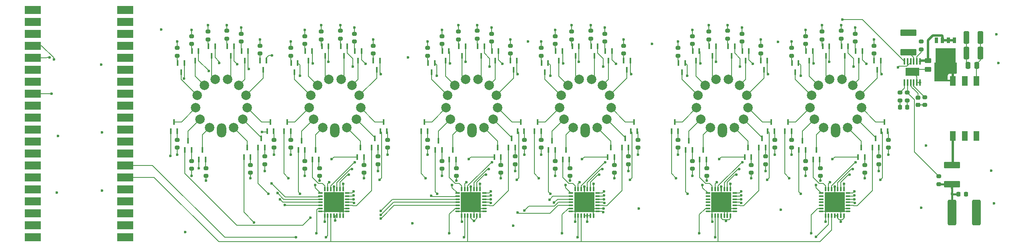
<source format=gtl>
G04 #@! TF.GenerationSoftware,KiCad,Pcbnew,8.0.5+1*
G04 #@! TF.CreationDate,2024-11-03T00:00:47+00:00*
G04 #@! TF.ProjectId,nixie_clock,6e697869-655f-4636-9c6f-636b2e6b6963,rev?*
G04 #@! TF.SameCoordinates,Original*
G04 #@! TF.FileFunction,Copper,L1,Top*
G04 #@! TF.FilePolarity,Positive*
%FSLAX46Y46*%
G04 Gerber Fmt 4.6, Leading zero omitted, Abs format (unit mm)*
G04 Created by KiCad (PCBNEW 8.0.5+1) date 2024-11-03 00:00:47*
%MOMM*%
%LPD*%
G01*
G04 APERTURE LIST*
G04 Aperture macros list*
%AMRoundRect*
0 Rectangle with rounded corners*
0 $1 Rounding radius*
0 $2 $3 $4 $5 $6 $7 $8 $9 X,Y pos of 4 corners*
0 Add a 4 corners polygon primitive as box body*
4,1,4,$2,$3,$4,$5,$6,$7,$8,$9,$2,$3,0*
0 Add four circle primitives for the rounded corners*
1,1,$1+$1,$2,$3*
1,1,$1+$1,$4,$5*
1,1,$1+$1,$6,$7*
1,1,$1+$1,$8,$9*
0 Add four rect primitives between the rounded corners*
20,1,$1+$1,$2,$3,$4,$5,0*
20,1,$1+$1,$4,$5,$6,$7,0*
20,1,$1+$1,$6,$7,$8,$9,0*
20,1,$1+$1,$8,$9,$2,$3,0*%
%AMFreePoly0*
4,1,9,2.975000,-2.350000,1.425000,-2.350000,1.425000,-2.100000,-1.650000,-2.100000,-1.650000,2.100000,1.425000,2.100000,1.425000,2.350000,2.975000,2.350000,2.975000,-2.350000,2.975000,-2.350000,$1*%
G04 Aperture macros list end*
G04 #@! TA.AperFunction,SMDPad,CuDef*
%ADD10R,0.457200X1.143000*%
G04 #@! TD*
G04 #@! TA.AperFunction,SMDPad,CuDef*
%ADD11RoundRect,0.200000X-0.275000X0.200000X-0.275000X-0.200000X0.275000X-0.200000X0.275000X0.200000X0*%
G04 #@! TD*
G04 #@! TA.AperFunction,SMDPad,CuDef*
%ADD12RoundRect,0.200000X0.275000X-0.200000X0.275000X0.200000X-0.275000X0.200000X-0.275000X-0.200000X0*%
G04 #@! TD*
G04 #@! TA.AperFunction,SMDPad,CuDef*
%ADD13R,1.170000X2.080000*%
G04 #@! TD*
G04 #@! TA.AperFunction,SMDPad,CuDef*
%ADD14RoundRect,0.075000X0.437500X0.075000X-0.437500X0.075000X-0.437500X-0.075000X0.437500X-0.075000X0*%
G04 #@! TD*
G04 #@! TA.AperFunction,SMDPad,CuDef*
%ADD15RoundRect,0.075000X0.075000X0.437500X-0.075000X0.437500X-0.075000X-0.437500X0.075000X-0.437500X0*%
G04 #@! TD*
G04 #@! TA.AperFunction,HeatsinkPad*
%ADD16R,4.250000X4.250000*%
G04 #@! TD*
G04 #@! TA.AperFunction,SMDPad,CuDef*
%ADD17RoundRect,0.225000X-0.225000X-0.250000X0.225000X-0.250000X0.225000X0.250000X-0.225000X0.250000X0*%
G04 #@! TD*
G04 #@! TA.AperFunction,SMDPad,CuDef*
%ADD18RoundRect,0.250000X0.325000X1.100000X-0.325000X1.100000X-0.325000X-1.100000X0.325000X-1.100000X0*%
G04 #@! TD*
G04 #@! TA.AperFunction,SMDPad,CuDef*
%ADD19RoundRect,0.250000X-0.450000X0.262500X-0.450000X-0.262500X0.450000X-0.262500X0.450000X0.262500X0*%
G04 #@! TD*
G04 #@! TA.AperFunction,SMDPad,CuDef*
%ADD20R,0.431800X1.333500*%
G04 #@! TD*
G04 #@! TA.AperFunction,SMDPad,CuDef*
%ADD21R,2.946400X1.752600*%
G04 #@! TD*
G04 #@! TA.AperFunction,SMDPad,CuDef*
%ADD22RoundRect,0.250000X0.650000X2.450000X-0.650000X2.450000X-0.650000X-2.450000X0.650000X-2.450000X0*%
G04 #@! TD*
G04 #@! TA.AperFunction,SMDPad,CuDef*
%ADD23RoundRect,0.250000X0.250000X0.475000X-0.250000X0.475000X-0.250000X-0.475000X0.250000X-0.475000X0*%
G04 #@! TD*
G04 #@! TA.AperFunction,SMDPad,CuDef*
%ADD24RoundRect,0.249999X1.450001X-0.450001X1.450001X0.450001X-1.450001X0.450001X-1.450001X-0.450001X0*%
G04 #@! TD*
G04 #@! TA.AperFunction,SMDPad,CuDef*
%ADD25R,0.700000X1.150000*%
G04 #@! TD*
G04 #@! TA.AperFunction,SMDPad,CuDef*
%ADD26FreePoly0,270.000000*%
G04 #@! TD*
G04 #@! TA.AperFunction,SMDPad,CuDef*
%ADD27RoundRect,0.225000X0.250000X-0.225000X0.250000X0.225000X-0.250000X0.225000X-0.250000X-0.225000X0*%
G04 #@! TD*
G04 #@! TA.AperFunction,SMDPad,CuDef*
%ADD28R,3.500000X1.700000*%
G04 #@! TD*
G04 #@! TA.AperFunction,SMDPad,CuDef*
%ADD29RoundRect,0.225000X0.225000X0.250000X-0.225000X0.250000X-0.225000X-0.250000X0.225000X-0.250000X0*%
G04 #@! TD*
G04 #@! TA.AperFunction,ComponentPad*
%ADD30O,2.000000X3.000000*%
G04 #@! TD*
G04 #@! TA.AperFunction,ComponentPad*
%ADD31C,2.000000*%
G04 #@! TD*
G04 #@! TA.AperFunction,ViaPad*
%ADD32C,0.600000*%
G04 #@! TD*
G04 #@! TA.AperFunction,Conductor*
%ADD33C,0.200000*%
G04 #@! TD*
G04 #@! TA.AperFunction,Conductor*
%ADD34C,0.400000*%
G04 #@! TD*
G04 #@! TA.AperFunction,Conductor*
%ADD35C,0.500000*%
G04 #@! TD*
G04 APERTURE END LIST*
D10*
G04 #@! TO.P,U36,1,BASE*
G04 #@! TO.N,/Nixie_Control2/Nixie_Block2/Cath_1*
X123228000Y-109640000D03*
G04 #@! TO.P,U36,2,EMITTER*
G04 #@! TO.N,Net-(U36-EMITTER)*
X124625000Y-109640000D03*
G04 #@! TO.P,U36,3,COLLECTOR*
G04 #@! TO.N,Net-(U36-COLLECTOR)*
X123926500Y-107658800D03*
G04 #@! TD*
D11*
G04 #@! TO.P,R73,1*
G04 #@! TO.N,Net-(U72-EMITTER)*
X74725000Y-113490000D03*
G04 #@! TO.P,R73,2*
G04 #@! TO.N,GND*
X74725000Y-115140000D03*
G04 #@! TD*
D10*
G04 #@! TO.P,U30,1,BASE*
G04 #@! TO.N,/Nixie_Control2/Nixie_Block2/Cath_0*
X138728000Y-109140000D03*
G04 #@! TO.P,U30,2,EMITTER*
G04 #@! TO.N,Net-(U30-EMITTER)*
X140125000Y-109140000D03*
G04 #@! TO.P,U30,3,COLLECTOR*
G04 #@! TO.N,Net-(U30-COLLECTOR)*
X139426500Y-107158800D03*
G04 #@! TD*
G04 #@! TO.P,U56,1,BASE*
G04 #@! TO.N,/Nixie_Control4/Nixie_Block2/Cath_0*
X215728000Y-109140000D03*
G04 #@! TO.P,U56,2,EMITTER*
G04 #@! TO.N,Net-(U56-EMITTER)*
X217125000Y-109140000D03*
G04 #@! TO.P,U56,3,COLLECTOR*
G04 #@! TO.N,Net-(U56-COLLECTOR)*
X216426500Y-107158800D03*
G04 #@! TD*
D12*
G04 #@! TO.P,R64,1*
G04 #@! TO.N,Net-(U79-GATE)*
X226100000Y-88290000D03*
G04 #@! TO.P,R64,2*
G04 #@! TO.N,Net-(Q1-G)*
X226100000Y-86640000D03*
G04 #@! TD*
D11*
G04 #@! TO.P,R14,1*
G04 #@! TO.N,Net-(U17-EMITTER)*
X111125000Y-110990000D03*
G04 #@! TO.P,R14,2*
G04 #@! TO.N,GND*
X111125000Y-112640000D03*
G04 #@! TD*
D10*
G04 #@! TO.P,U9,1,BASE*
G04 #@! TO.N,/Nixie_Control/Nixie_Block2/Cath_2*
X144228000Y-105640000D03*
G04 #@! TO.P,U9,2,EMITTER*
G04 #@! TO.N,Net-(U9-EMITTER)*
X145625000Y-105640000D03*
G04 #@! TO.P,U9,3,COLLECTOR*
G04 #@! TO.N,Net-(U9-COLLECTOR)*
X144926500Y-103658800D03*
G04 #@! TD*
D11*
G04 #@! TO.P,R15,1*
G04 #@! TO.N,Net-(U18-EMITTER)*
X113125000Y-107490000D03*
G04 #@! TO.P,R15,2*
G04 #@! TO.N,GND*
X113125000Y-109140000D03*
G04 #@! TD*
D13*
G04 #@! TO.P,T1,1,PRI_22-72V_KHZ_1*
G04 #@! TO.N,GND*
X237800000Y-106630000D03*
G04 #@! TO.P,T1,2,PRI_22-72V_KHZ_2*
G04 #@! TO.N,unconnected-(T1-PRI_22-72V_KHZ_2-Pad2)*
X235300000Y-106630000D03*
G04 #@! TO.P,T1,3,PRI_22-72V_KHZ_3*
G04 #@! TO.N,Net-(D1-A)*
X232800000Y-106630000D03*
G04 #@! TO.P,T1,4,SEC_3.3V500MA_1*
G04 #@! TO.N,Net-(Q1-D)*
X232800000Y-94970000D03*
G04 #@! TO.P,T1,5,NC*
G04 #@! TO.N,unconnected-(T1-NC-Pad5)*
X235300000Y-94970000D03*
G04 #@! TO.P,T1,6,SEC_3.3V500MA_2*
G04 #@! TO.N,+5V*
X237800000Y-94970000D03*
G04 #@! TD*
D11*
G04 #@! TO.P,R33,1*
G04 #@! TO.N,Net-(U37-EMITTER)*
X121625000Y-107490000D03*
G04 #@! TO.P,R33,2*
G04 #@! TO.N,GND*
X121625000Y-109140000D03*
G04 #@! TD*
D12*
G04 #@! TO.P,R76,1*
G04 #@! TO.N,Net-(U75-EMITTER)*
X68625000Y-89640000D03*
G04 #@! TO.P,R76,2*
G04 #@! TO.N,GND*
X68625000Y-87990000D03*
G04 #@! TD*
D11*
G04 #@! TO.P,R32,1*
G04 #@! TO.N,Net-(U36-EMITTER)*
X124625000Y-111990000D03*
G04 #@! TO.P,R32,2*
G04 #@! TO.N,GND*
X124625000Y-113640000D03*
G04 #@! TD*
D12*
G04 #@! TO.P,R12,1*
G04 #@! TO.N,Net-(U12-EMITTER)*
X152125000Y-86140000D03*
G04 #@! TO.P,R12,2*
G04 #@! TO.N,GND*
X152125000Y-84490000D03*
G04 #@! TD*
D10*
G04 #@! TO.P,U38,1,BASE*
G04 #@! TO.N,/Nixie_Control2/Nixie_Block2/Cath_3*
X123125000Y-91140000D03*
G04 #@! TO.P,U38,2,EMITTER*
G04 #@! TO.N,Net-(U38-EMITTER)*
X121728000Y-91140000D03*
G04 #@! TO.P,U38,3,COLLECTOR*
G04 #@! TO.N,Net-(U38-COLLECTOR)*
X122426500Y-93121200D03*
G04 #@! TD*
D11*
G04 #@! TO.P,R68,1*
G04 #@! TO.N,Net-(U68-EMITTER)*
X89125000Y-107490000D03*
G04 #@! TO.P,R68,2*
G04 #@! TO.N,GND*
X89125000Y-109140000D03*
G04 #@! TD*
D12*
G04 #@! TO.P,R47,1*
G04 #@! TO.N,Net-(U52-EMITTER)*
X177625000Y-87140000D03*
G04 #@! TO.P,R47,2*
G04 #@! TO.N,GND*
X177625000Y-85490000D03*
G04 #@! TD*
G04 #@! TO.P,R11,1*
G04 #@! TO.N,Net-(U11-EMITTER)*
X148625000Y-87140000D03*
G04 #@! TO.P,R11,2*
G04 #@! TO.N,GND*
X148625000Y-85490000D03*
G04 #@! TD*
G04 #@! TO.P,R41,1*
G04 #@! TO.N,Net-(U46-EMITTER)*
X188125000Y-86640000D03*
G04 #@! TO.P,R41,2*
G04 #@! TO.N,GND*
X188125000Y-84990000D03*
G04 #@! TD*
D11*
G04 #@! TO.P,R75,1*
G04 #@! TO.N,Net-(U74-EMITTER)*
X68625000Y-107490000D03*
G04 #@! TO.P,R75,2*
G04 #@! TO.N,GND*
X68625000Y-109140000D03*
G04 #@! TD*
D12*
G04 #@! TO.P,R63,1*
G04 #@! TO.N,GND*
X223100000Y-99115000D03*
G04 #@! TO.P,R63,2*
G04 #@! TO.N,Net-(U79-FBX)*
X223100000Y-97465000D03*
G04 #@! TD*
D11*
G04 #@! TO.P,R21,1*
G04 #@! TO.N,Net-(U24-EMITTER)*
X92625000Y-107490000D03*
G04 #@! TO.P,R21,2*
G04 #@! TO.N,GND*
X92625000Y-109140000D03*
G04 #@! TD*
D10*
G04 #@! TO.P,U32,1,BASE*
G04 #@! TO.N,/Nixie_Control2/Nixie_Block2/Cath_8*
X140522000Y-90640000D03*
G04 #@! TO.P,U32,2,EMITTER*
G04 #@! TO.N,Net-(U32-EMITTER)*
X139125000Y-90640000D03*
G04 #@! TO.P,U32,3,COLLECTOR*
G04 #@! TO.N,Net-(U32-COLLECTOR)*
X139823500Y-92621200D03*
G04 #@! TD*
D12*
G04 #@! TO.P,R5,1*
G04 #@! TO.N,Net-(U5-EMITTER)*
X159125000Y-86640000D03*
G04 #@! TO.P,R5,2*
G04 #@! TO.N,GND*
X159125000Y-84990000D03*
G04 #@! TD*
G04 #@! TO.P,R4,1*
G04 #@! TO.N,Net-(U4-EMITTER)*
X163125000Y-89140000D03*
G04 #@! TO.P,R4,2*
G04 #@! TO.N,GND*
X163125000Y-87490000D03*
G04 #@! TD*
D10*
G04 #@! TO.P,U65,1,BASE*
G04 #@! TO.N,/Nixie_Control4/Nixie_Block2/Cath_4*
X203125000Y-88640000D03*
G04 #@! TO.P,U65,2,EMITTER*
G04 #@! TO.N,Net-(U65-EMITTER)*
X201728000Y-88640000D03*
G04 #@! TO.P,U65,3,COLLECTOR*
G04 #@! TO.N,Net-(U65-COLLECTOR)*
X202426500Y-90621200D03*
G04 #@! TD*
D11*
G04 #@! TO.P,R1,1*
G04 #@! TO.N,Net-(U1-EMITTER)*
X161125000Y-112815000D03*
G04 #@! TO.P,R1,2*
G04 #@! TO.N,GND*
X161125000Y-114465000D03*
G04 #@! TD*
D14*
G04 #@! TO.P,U15,1,A3*
G04 #@! TO.N,GND*
X104610000Y-122702031D03*
G04 #@! TO.P,U15,2,A4*
X104610000Y-122052031D03*
G04 #@! TO.P,U15,3,LED0*
G04 #@! TO.N,/Nixie_Control1/Nixie_Block2/Cath_0*
X104610000Y-121402031D03*
G04 #@! TO.P,U15,4,LED1*
G04 #@! TO.N,/Nixie_Control1/Nixie_Block2/Cath_1*
X104610000Y-120752031D03*
G04 #@! TO.P,U15,5,LED2*
G04 #@! TO.N,/Nixie_Control1/Nixie_Block2/Cath_2*
X104610000Y-120102031D03*
G04 #@! TO.P,U15,6,LED3*
G04 #@! TO.N,/Nixie_Control1/Nixie_Block2/Cath_3*
X104610000Y-119452031D03*
G04 #@! TO.P,U15,7,LED4*
G04 #@! TO.N,/Nixie_Control1/Nixie_Block2/Cath_4*
X104610000Y-118802031D03*
D15*
G04 #@! TO.P,U15,8,LED5*
G04 #@! TO.N,/Nixie_Control1/Nixie_Block2/Cath_5*
X103722500Y-117914531D03*
G04 #@! TO.P,U15,9,LED6*
G04 #@! TO.N,/Nixie_Control1/Nixie_Block2/Cath_6*
X103072500Y-117914531D03*
G04 #@! TO.P,U15,10,LED7*
G04 #@! TO.N,/Nixie_Control1/Nixie_Block2/Cath_7*
X102422500Y-117914531D03*
G04 #@! TO.P,U15,11,VSS*
G04 #@! TO.N,GND*
X101772500Y-117914531D03*
G04 #@! TO.P,U15,12,LED8*
G04 #@! TO.N,/Nixie_Control1/Nixie_Block2/Cath_8*
X101122500Y-117914531D03*
G04 #@! TO.P,U15,13,LED9*
G04 #@! TO.N,/Nixie_Control1/Nixie_Block2/Cath_9*
X100472500Y-117914531D03*
G04 #@! TO.P,U15,14,LED10*
G04 #@! TO.N,/Nixie_Control1/Nixie_Block2/Comma_L*
X99822500Y-117914531D03*
D14*
G04 #@! TO.P,U15,15,LED11*
G04 #@! TO.N,/Nixie_Control1/Nixie_Block2/Comma_R*
X98935000Y-118802031D03*
G04 #@! TO.P,U15,16,LED12*
G04 #@! TO.N,/Nixie_Block1/Cath_4*
X98935000Y-119452031D03*
G04 #@! TO.P,U15,17,LED13*
G04 #@! TO.N,/Nixie_Block1/Cath_5*
X98935000Y-120102031D03*
G04 #@! TO.P,U15,18,LED14*
G04 #@! TO.N,/Nixie_Block1/Cath_6*
X98935000Y-120752031D03*
G04 #@! TO.P,U15,19,LED15*
G04 #@! TO.N,/Nixie_Block1/Cath_7*
X98935000Y-121402031D03*
G04 #@! TO.P,U15,20,~{OE}*
G04 #@! TO.N,/Nixie_Control/Ext_Clk*
X98935000Y-122052031D03*
G04 #@! TO.P,U15,21,A5*
G04 #@! TO.N,GND*
X98935000Y-122702031D03*
D15*
G04 #@! TO.P,U15,22,EXTCLK*
X99822500Y-123589531D03*
G04 #@! TO.P,U15,23,SCL*
G04 #@! TO.N,/Nixie_Control/SCL*
X100472500Y-123589531D03*
G04 #@! TO.P,U15,24,SDA*
G04 #@! TO.N,/Nixie_Control/SDA*
X101122500Y-123589531D03*
G04 #@! TO.P,U15,25,VDD*
G04 #@! TO.N,+5V*
X101772500Y-123589531D03*
G04 #@! TO.P,U15,26,A0*
X102422500Y-123589531D03*
G04 #@! TO.P,U15,27,A1*
G04 #@! TO.N,GND*
X103072500Y-123589531D03*
G04 #@! TO.P,U15,28,A2*
X103722500Y-123589531D03*
D16*
G04 #@! TO.P,U15,29,VSS*
X101772500Y-120752031D03*
G04 #@! TD*
D10*
G04 #@! TO.P,U43,1,BASE*
G04 #@! TO.N,/Nixie_Control3/Nixie_Block2/Cath_0*
X191728000Y-109140000D03*
G04 #@! TO.P,U43,2,EMITTER*
G04 #@! TO.N,Net-(U43-EMITTER)*
X193125000Y-109140000D03*
G04 #@! TO.P,U43,3,COLLECTOR*
G04 #@! TO.N,Net-(U43-COLLECTOR)*
X192426500Y-107158800D03*
G04 #@! TD*
G04 #@! TO.P,U16,1,BASE*
G04 #@! TO.N,/Nixie_Control1/Nixie_Block2/Comma_R*
X106728000Y-111140000D03*
G04 #@! TO.P,U16,2,EMITTER*
G04 #@! TO.N,Net-(U16-EMITTER)*
X108125000Y-111140000D03*
G04 #@! TO.P,U16,3,COLLECTOR*
G04 #@! TO.N,Net-(U16-COLLECTOR)*
X107426500Y-109158800D03*
G04 #@! TD*
D12*
G04 #@! TO.P,R46,1*
G04 #@! TO.N,Net-(U51-EMITTER)*
X174625000Y-89640000D03*
G04 #@! TO.P,R46,2*
G04 #@! TO.N,GND*
X174625000Y-87990000D03*
G04 #@! TD*
D10*
G04 #@! TO.P,U66,1,BASE*
G04 #@! TO.N,/Nixie_Block1/Comma_R*
X82728000Y-111140000D03*
G04 #@! TO.P,U66,2,EMITTER*
G04 #@! TO.N,Net-(U66-EMITTER)*
X84125000Y-111140000D03*
G04 #@! TO.P,U66,3,COLLECTOR*
G04 #@! TO.N,Net-(U66-COLLECTOR)*
X83426500Y-109158800D03*
G04 #@! TD*
D12*
G04 #@! TO.P,R71,1*
G04 #@! TO.N,Net-(U71-EMITTER)*
X79125000Y-85965000D03*
G04 #@! TO.P,R71,2*
G04 #@! TO.N,GND*
X79125000Y-84315000D03*
G04 #@! TD*
G04 #@! TO.P,R70,1*
G04 #@! TO.N,Net-(U70-EMITTER)*
X82125000Y-86640000D03*
G04 #@! TO.P,R70,2*
G04 #@! TO.N,GND*
X82125000Y-84990000D03*
G04 #@! TD*
D10*
G04 #@! TO.P,U64,1,BASE*
G04 #@! TO.N,/Nixie_Control4/Nixie_Block2/Cath_3*
X200125000Y-91140000D03*
G04 #@! TO.P,U64,2,EMITTER*
G04 #@! TO.N,Net-(U64-EMITTER)*
X198728000Y-91140000D03*
G04 #@! TO.P,U64,3,COLLECTOR*
G04 #@! TO.N,Net-(U64-COLLECTOR)*
X199426500Y-93121200D03*
G04 #@! TD*
G04 #@! TO.P,U23,1,BASE*
G04 #@! TO.N,/Nixie_Control1/Nixie_Block2/Cath_1*
X94228000Y-109640000D03*
G04 #@! TO.P,U23,2,EMITTER*
G04 #@! TO.N,Net-(U23-EMITTER)*
X95625000Y-109640000D03*
G04 #@! TO.P,U23,3,COLLECTOR*
G04 #@! TO.N,Net-(U23-COLLECTOR)*
X94926500Y-107658800D03*
G04 #@! TD*
D11*
G04 #@! TO.P,R39,1*
G04 #@! TO.N,Net-(U44-EMITTER)*
X195125000Y-107490000D03*
G04 #@! TO.P,R39,2*
G04 #@! TO.N,GND*
X195125000Y-109140000D03*
G04 #@! TD*
D10*
G04 #@! TO.P,U70,1,BASE*
G04 #@! TO.N,/Nixie_Block1/Cath_7*
X83625000Y-88640000D03*
G04 #@! TO.P,U70,2,EMITTER*
G04 #@! TO.N,Net-(U70-EMITTER)*
X82228000Y-88640000D03*
G04 #@! TO.P,U70,3,COLLECTOR*
G04 #@! TO.N,Net-(U70-COLLECTOR)*
X82926500Y-90621200D03*
G04 #@! TD*
D12*
G04 #@! TO.P,R35,1*
G04 #@! TO.N,Net-(U39-EMITTER)*
X124625000Y-87140000D03*
G04 #@! TO.P,R35,2*
G04 #@! TO.N,GND*
X124625000Y-85490000D03*
G04 #@! TD*
G04 #@! TO.P,R6,1*
G04 #@! TO.N,Net-(U6-EMITTER)*
X156125000Y-85965000D03*
G04 #@! TO.P,R6,2*
G04 #@! TO.N,GND*
X156125000Y-84315000D03*
G04 #@! TD*
D10*
G04 #@! TO.P,U17,1,BASE*
G04 #@! TO.N,/Nixie_Control1/Nixie_Block2/Cath_0*
X109728000Y-109140000D03*
G04 #@! TO.P,U17,2,EMITTER*
G04 #@! TO.N,Net-(U17-EMITTER)*
X111125000Y-109140000D03*
G04 #@! TO.P,U17,3,COLLECTOR*
G04 #@! TO.N,Net-(U17-COLLECTOR)*
X110426500Y-107158800D03*
G04 #@! TD*
D11*
G04 #@! TO.P,R8,1*
G04 #@! TO.N,Net-(U8-EMITTER)*
X148625000Y-111990000D03*
G04 #@! TO.P,R8,2*
G04 #@! TO.N,GND*
X148625000Y-113640000D03*
G04 #@! TD*
D10*
G04 #@! TO.P,U50,1,BASE*
G04 #@! TO.N,/Nixie_Control3/Nixie_Block2/Cath_2*
X173228000Y-105640000D03*
G04 #@! TO.P,U50,2,EMITTER*
G04 #@! TO.N,Net-(U50-EMITTER)*
X174625000Y-105640000D03*
G04 #@! TO.P,U50,3,COLLECTOR*
G04 #@! TO.N,Net-(U50-COLLECTOR)*
X173926500Y-103658800D03*
G04 #@! TD*
D17*
G04 #@! TO.P,C3,1*
G04 #@! TO.N,Net-(C3-Pad1)*
X221600000Y-100565000D03*
G04 #@! TO.P,C3,2*
G04 #@! TO.N,GND*
X223150000Y-100565000D03*
G04 #@! TD*
D12*
G04 #@! TO.P,R23,1*
G04 #@! TO.N,Net-(U26-EMITTER)*
X95625000Y-87140000D03*
G04 #@! TO.P,R23,2*
G04 #@! TO.N,GND*
X95625000Y-85490000D03*
G04 #@! TD*
D10*
G04 #@! TO.P,U22,1,BASE*
G04 #@! TO.N,/Nixie_Control1/Nixie_Block2/Comma_L*
X97228000Y-111640000D03*
G04 #@! TO.P,U22,2,EMITTER*
G04 #@! TO.N,Net-(U22-EMITTER)*
X98625000Y-111640000D03*
G04 #@! TO.P,U22,3,COLLECTOR*
G04 #@! TO.N,Net-(U22-COLLECTOR)*
X97926500Y-109658800D03*
G04 #@! TD*
D14*
G04 #@! TO.P,U54,1,A3*
G04 #@! TO.N,GND*
X210610000Y-122702031D03*
G04 #@! TO.P,U54,2,A4*
X210610000Y-122052031D03*
G04 #@! TO.P,U54,3,LED0*
G04 #@! TO.N,/Nixie_Control4/Nixie_Block2/Cath_0*
X210610000Y-121402031D03*
G04 #@! TO.P,U54,4,LED1*
G04 #@! TO.N,/Nixie_Control4/Nixie_Block2/Cath_1*
X210610000Y-120752031D03*
G04 #@! TO.P,U54,5,LED2*
G04 #@! TO.N,/Nixie_Control4/Nixie_Block2/Cath_2*
X210610000Y-120102031D03*
G04 #@! TO.P,U54,6,LED3*
G04 #@! TO.N,/Nixie_Control4/Nixie_Block2/Cath_3*
X210610000Y-119452031D03*
G04 #@! TO.P,U54,7,LED4*
G04 #@! TO.N,/Nixie_Control4/Nixie_Block2/Cath_4*
X210610000Y-118802031D03*
D15*
G04 #@! TO.P,U54,8,LED5*
G04 #@! TO.N,/Nixie_Control4/Nixie_Block2/Cath_5*
X209722500Y-117914531D03*
G04 #@! TO.P,U54,9,LED6*
G04 #@! TO.N,/Nixie_Control4/Nixie_Block2/Cath_6*
X209072500Y-117914531D03*
G04 #@! TO.P,U54,10,LED7*
G04 #@! TO.N,/Nixie_Control4/Nixie_Block2/Cath_7*
X208422500Y-117914531D03*
G04 #@! TO.P,U54,11,VSS*
G04 #@! TO.N,GND*
X207772500Y-117914531D03*
G04 #@! TO.P,U54,12,LED8*
G04 #@! TO.N,/Nixie_Control4/Nixie_Block2/Cath_8*
X207122500Y-117914531D03*
G04 #@! TO.P,U54,13,LED9*
G04 #@! TO.N,/Nixie_Control4/Nixie_Block2/Cath_9*
X206472500Y-117914531D03*
G04 #@! TO.P,U54,14,LED10*
G04 #@! TO.N,/Nixie_Control4/Nixie_Block2/Comma_L*
X205822500Y-117914531D03*
D14*
G04 #@! TO.P,U54,15,LED11*
G04 #@! TO.N,/Nixie_Control4/Nixie_Block2/Comma_R*
X204935000Y-118802031D03*
G04 #@! TO.P,U54,16,LED12*
G04 #@! TO.N,/Nixie_Control4/Bypass_12*
X204935000Y-119452031D03*
G04 #@! TO.P,U54,17,LED13*
G04 #@! TO.N,/Nixie_Control4/Bypass_13*
X204935000Y-120102031D03*
G04 #@! TO.P,U54,18,LED14*
G04 #@! TO.N,/Nixie_Control4/Bypass_14*
X204935000Y-120752031D03*
G04 #@! TO.P,U54,19,LED15*
G04 #@! TO.N,/Nixie_Control4/Bypass_15*
X204935000Y-121402031D03*
G04 #@! TO.P,U54,20,~{OE}*
G04 #@! TO.N,/Nixie_Control/Ext_Clk*
X204935000Y-122052031D03*
G04 #@! TO.P,U54,21,A5*
G04 #@! TO.N,GND*
X204935000Y-122702031D03*
D15*
G04 #@! TO.P,U54,22,EXTCLK*
X205822500Y-123589531D03*
G04 #@! TO.P,U54,23,SCL*
G04 #@! TO.N,/Nixie_Control/SCL*
X206472500Y-123589531D03*
G04 #@! TO.P,U54,24,SDA*
G04 #@! TO.N,/Nixie_Control/SDA*
X207122500Y-123589531D03*
G04 #@! TO.P,U54,25,VDD*
G04 #@! TO.N,+5V*
X207772500Y-123589531D03*
G04 #@! TO.P,U54,26,A0*
X208422500Y-123589531D03*
G04 #@! TO.P,U54,27,A1*
G04 #@! TO.N,GND*
X209072500Y-123589531D03*
G04 #@! TO.P,U54,28,A2*
G04 #@! TO.N,+5V*
X209722500Y-123589531D03*
D16*
G04 #@! TO.P,U54,29,VSS*
G04 #@! TO.N,GND*
X207772500Y-120752031D03*
G04 #@! TD*
D10*
G04 #@! TO.P,U5,1,BASE*
G04 #@! TO.N,/Nixie_Control/Nixie_Block2/Cath_7*
X160625000Y-88640000D03*
G04 #@! TO.P,U5,2,EMITTER*
G04 #@! TO.N,Net-(U5-EMITTER)*
X159228000Y-88640000D03*
G04 #@! TO.P,U5,3,COLLECTOR*
G04 #@! TO.N,Net-(U5-COLLECTOR)*
X159926500Y-90621200D03*
G04 #@! TD*
D12*
G04 #@! TO.P,R29,1*
G04 #@! TO.N,Net-(U33-EMITTER)*
X135125000Y-86640000D03*
G04 #@! TO.P,R29,2*
G04 #@! TO.N,GND*
X135125000Y-84990000D03*
G04 #@! TD*
D10*
G04 #@! TO.P,U45,1,BASE*
G04 #@! TO.N,/Nixie_Control3/Nixie_Block2/Cath_8*
X193522000Y-90640000D03*
G04 #@! TO.P,U45,2,EMITTER*
G04 #@! TO.N,Net-(U45-EMITTER)*
X192125000Y-90640000D03*
G04 #@! TO.P,U45,3,COLLECTOR*
G04 #@! TO.N,Net-(U45-COLLECTOR)*
X192823500Y-92621200D03*
G04 #@! TD*
D11*
G04 #@! TO.P,R50,1*
G04 #@! TO.N,Net-(U56-EMITTER)*
X217125000Y-110990000D03*
G04 #@! TO.P,R50,2*
G04 #@! TO.N,GND*
X217125000Y-112640000D03*
G04 #@! TD*
D18*
G04 #@! TO.P,C8,1*
G04 #@! TO.N,+5V*
X238600000Y-85765000D03*
G04 #@! TO.P,C8,2*
G04 #@! TO.N,GND*
X235650000Y-85765000D03*
G04 #@! TD*
D11*
G04 #@! TO.P,R62,1*
G04 #@! TO.N,Net-(U79-FBX)*
X229800000Y-115240000D03*
G04 #@! TO.P,R62,2*
G04 #@! TO.N,+170V*
X229800000Y-116890000D03*
G04 #@! TD*
D12*
G04 #@! TO.P,R77,1*
G04 #@! TO.N,Net-(U76-EMITTER)*
X71625000Y-87140000D03*
G04 #@! TO.P,R77,2*
G04 #@! TO.N,GND*
X71625000Y-85490000D03*
G04 #@! TD*
D10*
G04 #@! TO.P,U52,1,BASE*
G04 #@! TO.N,/Nixie_Control3/Nixie_Block2/Cath_4*
X179125000Y-88640000D03*
G04 #@! TO.P,U52,2,EMITTER*
G04 #@! TO.N,Net-(U52-EMITTER)*
X177728000Y-88640000D03*
G04 #@! TO.P,U52,3,COLLECTOR*
G04 #@! TO.N,Net-(U52-COLLECTOR)*
X178426500Y-90621200D03*
G04 #@! TD*
D12*
G04 #@! TO.P,R16,1*
G04 #@! TO.N,Net-(U19-EMITTER)*
X110125000Y-89140000D03*
G04 #@! TO.P,R16,2*
G04 #@! TO.N,GND*
X110125000Y-87490000D03*
G04 #@! TD*
G04 #@! TO.P,R42,1*
G04 #@! TO.N,Net-(U47-EMITTER)*
X185125000Y-85965000D03*
G04 #@! TO.P,R42,2*
G04 #@! TO.N,GND*
X185125000Y-84315000D03*
G04 #@! TD*
D19*
G04 #@! TO.P,R61,1*
G04 #@! TO.N,Net-(Q1-S)*
X227500000Y-90665000D03*
G04 #@! TO.P,R61,2*
G04 #@! TO.N,GND*
X227500000Y-92490000D03*
G04 #@! TD*
D10*
G04 #@! TO.P,U53,1,BASE*
G04 #@! TO.N,/Nixie_Control3/Nixie_Block2/Cath_5*
X182625000Y-87640000D03*
G04 #@! TO.P,U53,2,EMITTER*
G04 #@! TO.N,Net-(U53-EMITTER)*
X181228000Y-87640000D03*
G04 #@! TO.P,U53,3,COLLECTOR*
G04 #@! TO.N,Net-(U53-COLLECTOR)*
X181926500Y-89621200D03*
G04 #@! TD*
D12*
G04 #@! TO.P,R53,1*
G04 #@! TO.N,Net-(U59-EMITTER)*
X212125000Y-86640000D03*
G04 #@! TO.P,R53,2*
G04 #@! TO.N,GND*
X212125000Y-84990000D03*
G04 #@! TD*
D10*
G04 #@! TO.P,U18,1,BASE*
G04 #@! TO.N,/Nixie_Control1/Nixie_Block2/Cath_9*
X111625000Y-105640000D03*
G04 #@! TO.P,U18,2,EMITTER*
G04 #@! TO.N,Net-(U18-EMITTER)*
X113022000Y-105640000D03*
G04 #@! TO.P,U18,3,COLLECTOR*
G04 #@! TO.N,Net-(U18-COLLECTOR)*
X112323500Y-103658800D03*
G04 #@! TD*
D11*
G04 #@! TO.P,R3,1*
G04 #@! TO.N,Net-(U3-EMITTER)*
X166125000Y-107490000D03*
G04 #@! TO.P,R3,2*
G04 #@! TO.N,GND*
X166125000Y-109140000D03*
G04 #@! TD*
G04 #@! TO.P,R27,1*
G04 #@! TO.N,Net-(U31-EMITTER)*
X142125000Y-107490000D03*
G04 #@! TO.P,R27,2*
G04 #@! TO.N,GND*
X142125000Y-109140000D03*
G04 #@! TD*
D10*
G04 #@! TO.P,U77,1,BASE*
G04 #@! TO.N,/Nixie_Block1/Cath_5*
X76625000Y-87640000D03*
G04 #@! TO.P,U77,2,EMITTER*
G04 #@! TO.N,Net-(U77-EMITTER)*
X75228000Y-87640000D03*
G04 #@! TO.P,U77,3,COLLECTOR*
G04 #@! TO.N,Net-(U77-COLLECTOR)*
X75926500Y-89621200D03*
G04 #@! TD*
D11*
G04 #@! TO.P,R49,1*
G04 #@! TO.N,Net-(U55-EMITTER)*
X214125000Y-112815000D03*
G04 #@! TO.P,R49,2*
G04 #@! TO.N,GND*
X214125000Y-114465000D03*
G04 #@! TD*
D10*
G04 #@! TO.P,U8,1,BASE*
G04 #@! TO.N,/Nixie_Control/Nixie_Block2/Cath_1*
X147228000Y-109640000D03*
G04 #@! TO.P,U8,2,EMITTER*
G04 #@! TO.N,Net-(U8-EMITTER)*
X148625000Y-109640000D03*
G04 #@! TO.P,U8,3,COLLECTOR*
G04 #@! TO.N,Net-(U8-COLLECTOR)*
X147926500Y-107658800D03*
G04 #@! TD*
D12*
G04 #@! TO.P,R10,1*
G04 #@! TO.N,Net-(U10-EMITTER)*
X145625000Y-89640000D03*
G04 #@! TO.P,R10,2*
G04 #@! TO.N,GND*
X145625000Y-87990000D03*
G04 #@! TD*
D11*
G04 #@! TO.P,R51,1*
G04 #@! TO.N,Net-(U57-EMITTER)*
X219125000Y-107490000D03*
G04 #@! TO.P,R51,2*
G04 #@! TO.N,GND*
X219125000Y-109140000D03*
G04 #@! TD*
D20*
G04 #@! TO.P,U79,1,VC*
G04 #@! TO.N,Net-(U79-VC)*
X222574400Y-95281150D03*
G04 #@! TO.P,U79,2,FBX*
G04 #@! TO.N,Net-(U79-FBX)*
X223224640Y-95281150D03*
G04 #@! TO.P,U79,3,SS*
G04 #@! TO.N,Net-(U79-SS)*
X223874880Y-95281150D03*
G04 #@! TO.P,U79,4,RT*
G04 #@! TO.N,Net-(U79-RT)*
X224525120Y-95281150D03*
G04 #@! TO.P,U79,5,SYNC*
G04 #@! TO.N,GND*
X225175360Y-95281150D03*
G04 #@! TO.P,U79,6,\u002APGOOD*
X225825600Y-95281150D03*
G04 #@! TO.P,U79,7,SENSE*
G04 #@! TO.N,Net-(Q1-S)*
X225825600Y-90848850D03*
G04 #@! TO.P,U79,8,GATE*
G04 #@! TO.N,Net-(U79-GATE)*
X225175360Y-90848850D03*
G04 #@! TO.P,U79,9,INTVCC*
G04 #@! TO.N,Net-(U79-INTVCC)*
X224525120Y-90848850D03*
G04 #@! TO.P,U79,10,DRIVE*
G04 #@! TO.N,+5V*
X223874880Y-90848850D03*
G04 #@! TO.P,U79,11,VIN*
X223224640Y-90848850D03*
G04 #@! TO.P,U79,12,EN/UVLO*
G04 #@! TO.N,/Nixie_Boost/HV_EN*
X222574400Y-90848850D03*
D21*
G04 #@! TO.P,U79,13,EPAD*
G04 #@! TO.N,GND*
X224200000Y-93065000D03*
G04 #@! TD*
D11*
G04 #@! TO.P,R74,1*
G04 #@! TO.N,Net-(U73-EMITTER)*
X71625000Y-111990000D03*
G04 #@! TO.P,R74,2*
G04 #@! TO.N,GND*
X71625000Y-113640000D03*
G04 #@! TD*
G04 #@! TO.P,R55,1*
G04 #@! TO.N,Net-(U61-EMITTER)*
X204725000Y-113490000D03*
G04 #@! TO.P,R55,2*
G04 #@! TO.N,GND*
X204725000Y-115140000D03*
G04 #@! TD*
D10*
G04 #@! TO.P,U11,1,BASE*
G04 #@! TO.N,/Nixie_Control/Nixie_Block2/Cath_4*
X150125000Y-88640000D03*
G04 #@! TO.P,U11,2,EMITTER*
G04 #@! TO.N,Net-(U11-EMITTER)*
X148728000Y-88640000D03*
G04 #@! TO.P,U11,3,COLLECTOR*
G04 #@! TO.N,Net-(U11-COLLECTOR)*
X149426500Y-90621200D03*
G04 #@! TD*
D11*
G04 #@! TO.P,R57,1*
G04 #@! TO.N,Net-(U63-EMITTER)*
X198625000Y-107490000D03*
G04 #@! TO.P,R57,2*
G04 #@! TO.N,GND*
X198625000Y-109140000D03*
G04 #@! TD*
D10*
G04 #@! TO.P,U3,1,BASE*
G04 #@! TO.N,/Nixie_Control/Nixie_Block2/Cath_9*
X164625000Y-105640000D03*
G04 #@! TO.P,U3,2,EMITTER*
G04 #@! TO.N,Net-(U3-EMITTER)*
X166022000Y-105640000D03*
G04 #@! TO.P,U3,3,COLLECTOR*
G04 #@! TO.N,Net-(U3-COLLECTOR)*
X165323500Y-103658800D03*
G04 #@! TD*
D12*
G04 #@! TO.P,R30,1*
G04 #@! TO.N,Net-(U34-EMITTER)*
X132125000Y-85965000D03*
G04 #@! TO.P,R30,2*
G04 #@! TO.N,GND*
X132125000Y-84315000D03*
G04 #@! TD*
D10*
G04 #@! TO.P,U27,1,BASE*
G04 #@! TO.N,/Nixie_Control1/Nixie_Block2/Cath_5*
X100625000Y-87640000D03*
G04 #@! TO.P,U27,2,EMITTER*
G04 #@! TO.N,Net-(U27-EMITTER)*
X99228000Y-87640000D03*
G04 #@! TO.P,U27,3,COLLECTOR*
G04 #@! TO.N,Net-(U27-COLLECTOR)*
X99926500Y-89621200D03*
G04 #@! TD*
D14*
G04 #@! TO.P,U28,1,A3*
G04 #@! TO.N,GND*
X133610000Y-122702031D03*
G04 #@! TO.P,U28,2,A4*
X133610000Y-122052031D03*
G04 #@! TO.P,U28,3,LED0*
G04 #@! TO.N,/Nixie_Control2/Nixie_Block2/Cath_0*
X133610000Y-121402031D03*
G04 #@! TO.P,U28,4,LED1*
G04 #@! TO.N,/Nixie_Control2/Nixie_Block2/Cath_1*
X133610000Y-120752031D03*
G04 #@! TO.P,U28,5,LED2*
G04 #@! TO.N,/Nixie_Control2/Nixie_Block2/Cath_2*
X133610000Y-120102031D03*
G04 #@! TO.P,U28,6,LED3*
G04 #@! TO.N,/Nixie_Control2/Nixie_Block2/Cath_3*
X133610000Y-119452031D03*
G04 #@! TO.P,U28,7,LED4*
G04 #@! TO.N,/Nixie_Control2/Nixie_Block2/Cath_4*
X133610000Y-118802031D03*
D15*
G04 #@! TO.P,U28,8,LED5*
G04 #@! TO.N,/Nixie_Control2/Nixie_Block2/Cath_5*
X132722500Y-117914531D03*
G04 #@! TO.P,U28,9,LED6*
G04 #@! TO.N,/Nixie_Control2/Nixie_Block2/Cath_6*
X132072500Y-117914531D03*
G04 #@! TO.P,U28,10,LED7*
G04 #@! TO.N,/Nixie_Control2/Nixie_Block2/Cath_7*
X131422500Y-117914531D03*
G04 #@! TO.P,U28,11,VSS*
G04 #@! TO.N,GND*
X130772500Y-117914531D03*
G04 #@! TO.P,U28,12,LED8*
G04 #@! TO.N,/Nixie_Control2/Nixie_Block2/Cath_8*
X130122500Y-117914531D03*
G04 #@! TO.P,U28,13,LED9*
G04 #@! TO.N,/Nixie_Control2/Nixie_Block2/Cath_9*
X129472500Y-117914531D03*
G04 #@! TO.P,U28,14,LED10*
G04 #@! TO.N,/Nixie_Control2/Nixie_Block2/Comma_L*
X128822500Y-117914531D03*
D14*
G04 #@! TO.P,U28,15,LED11*
G04 #@! TO.N,/Nixie_Control2/Nixie_Block2/Comma_R*
X127935000Y-118802031D03*
G04 #@! TO.P,U28,16,LED12*
G04 #@! TO.N,/Nixie_Block1/Cath_8*
X127935000Y-119452031D03*
G04 #@! TO.P,U28,17,LED13*
G04 #@! TO.N,/Nixie_Block1/Cath_9*
X127935000Y-120102031D03*
G04 #@! TO.P,U28,18,LED14*
G04 #@! TO.N,/Nixie_Block1/Comma_L*
X127935000Y-120752031D03*
G04 #@! TO.P,U28,19,LED15*
G04 #@! TO.N,/Nixie_Block1/Comma_R*
X127935000Y-121402031D03*
G04 #@! TO.P,U28,20,~{OE}*
G04 #@! TO.N,/Nixie_Control/Ext_Clk*
X127935000Y-122052031D03*
G04 #@! TO.P,U28,21,A5*
G04 #@! TO.N,GND*
X127935000Y-122702031D03*
D15*
G04 #@! TO.P,U28,22,EXTCLK*
X128822500Y-123589531D03*
G04 #@! TO.P,U28,23,SCL*
G04 #@! TO.N,/Nixie_Control/SCL*
X129472500Y-123589531D03*
G04 #@! TO.P,U28,24,SDA*
G04 #@! TO.N,/Nixie_Control/SDA*
X130122500Y-123589531D03*
G04 #@! TO.P,U28,25,VDD*
G04 #@! TO.N,+5V*
X130772500Y-123589531D03*
G04 #@! TO.P,U28,26,A0*
G04 #@! TO.N,GND*
X131422500Y-123589531D03*
G04 #@! TO.P,U28,27,A1*
G04 #@! TO.N,+5V*
X132072500Y-123589531D03*
G04 #@! TO.P,U28,28,A2*
G04 #@! TO.N,GND*
X132722500Y-123589531D03*
D16*
G04 #@! TO.P,U28,29,VSS*
X130772500Y-120752031D03*
G04 #@! TD*
D22*
G04 #@! TO.P,C6,1*
G04 #@! TO.N,GND*
X237750000Y-122900000D03*
G04 #@! TO.P,C6,2*
G04 #@! TO.N,+170V*
X232650000Y-122900000D03*
G04 #@! TD*
D10*
G04 #@! TO.P,U48,1,BASE*
G04 #@! TO.N,/Nixie_Control3/Nixie_Block2/Comma_L*
X179228000Y-111640000D03*
G04 #@! TO.P,U48,2,EMITTER*
G04 #@! TO.N,Net-(U48-EMITTER)*
X180625000Y-111640000D03*
G04 #@! TO.P,U48,3,COLLECTOR*
G04 #@! TO.N,Net-(U48-COLLECTOR)*
X179926500Y-109658800D03*
G04 #@! TD*
G04 #@! TO.P,U61,1,BASE*
G04 #@! TO.N,/Nixie_Control4/Nixie_Block2/Comma_L*
X203228000Y-111640000D03*
G04 #@! TO.P,U61,2,EMITTER*
G04 #@! TO.N,Net-(U61-EMITTER)*
X204625000Y-111640000D03*
G04 #@! TO.P,U61,3,COLLECTOR*
G04 #@! TO.N,Net-(U61-COLLECTOR)*
X203926500Y-109658800D03*
G04 #@! TD*
D14*
G04 #@! TO.P,U13,1,A3*
G04 #@! TO.N,GND*
X157610000Y-122702031D03*
G04 #@! TO.P,U13,2,A4*
X157610000Y-122052031D03*
G04 #@! TO.P,U13,3,LED0*
G04 #@! TO.N,/Nixie_Control/Nixie_Block2/Cath_0*
X157610000Y-121402031D03*
G04 #@! TO.P,U13,4,LED1*
G04 #@! TO.N,/Nixie_Control/Nixie_Block2/Cath_1*
X157610000Y-120752031D03*
G04 #@! TO.P,U13,5,LED2*
G04 #@! TO.N,/Nixie_Control/Nixie_Block2/Cath_2*
X157610000Y-120102031D03*
G04 #@! TO.P,U13,6,LED3*
G04 #@! TO.N,/Nixie_Control/Nixie_Block2/Cath_3*
X157610000Y-119452031D03*
G04 #@! TO.P,U13,7,LED4*
G04 #@! TO.N,/Nixie_Control/Nixie_Block2/Cath_4*
X157610000Y-118802031D03*
D15*
G04 #@! TO.P,U13,8,LED5*
G04 #@! TO.N,/Nixie_Control/Nixie_Block2/Cath_5*
X156722500Y-117914531D03*
G04 #@! TO.P,U13,9,LED6*
G04 #@! TO.N,/Nixie_Control/Nixie_Block2/Cath_6*
X156072500Y-117914531D03*
G04 #@! TO.P,U13,10,LED7*
G04 #@! TO.N,/Nixie_Control/Nixie_Block2/Cath_7*
X155422500Y-117914531D03*
G04 #@! TO.P,U13,11,VSS*
G04 #@! TO.N,GND*
X154772500Y-117914531D03*
G04 #@! TO.P,U13,12,LED8*
G04 #@! TO.N,/Nixie_Control/Nixie_Block2/Cath_8*
X154122500Y-117914531D03*
G04 #@! TO.P,U13,13,LED9*
G04 #@! TO.N,/Nixie_Control/Nixie_Block2/Cath_9*
X153472500Y-117914531D03*
G04 #@! TO.P,U13,14,LED10*
G04 #@! TO.N,/Nixie_Control/Nixie_Block2/Comma_L*
X152822500Y-117914531D03*
D14*
G04 #@! TO.P,U13,15,LED11*
G04 #@! TO.N,/Nixie_Control/Nixie_Block2/Comma_R*
X151935000Y-118802031D03*
G04 #@! TO.P,U13,16,LED12*
G04 #@! TO.N,/Nixie_Block1/Cath_0*
X151935000Y-119452031D03*
G04 #@! TO.P,U13,17,LED13*
G04 #@! TO.N,/Nixie_Block1/Cath_1*
X151935000Y-120102031D03*
G04 #@! TO.P,U13,18,LED14*
G04 #@! TO.N,/Nixie_Block1/Cath_2*
X151935000Y-120752031D03*
G04 #@! TO.P,U13,19,LED15*
G04 #@! TO.N,/Nixie_Block1/Cath_3*
X151935000Y-121402031D03*
G04 #@! TO.P,U13,20,~{OE}*
G04 #@! TO.N,/Nixie_Control/Ext_Clk*
X151935000Y-122052031D03*
G04 #@! TO.P,U13,21,A5*
G04 #@! TO.N,GND*
X151935000Y-122702031D03*
D15*
G04 #@! TO.P,U13,22,EXTCLK*
X152822500Y-123589531D03*
G04 #@! TO.P,U13,23,SCL*
G04 #@! TO.N,/Nixie_Control/SCL*
X153472500Y-123589531D03*
G04 #@! TO.P,U13,24,SDA*
G04 #@! TO.N,/Nixie_Control/SDA*
X154122500Y-123589531D03*
G04 #@! TO.P,U13,25,VDD*
G04 #@! TO.N,+5V*
X154772500Y-123589531D03*
G04 #@! TO.P,U13,26,A0*
X155422500Y-123589531D03*
G04 #@! TO.P,U13,27,A1*
X156072500Y-123589531D03*
G04 #@! TO.P,U13,28,A2*
G04 #@! TO.N,GND*
X156722500Y-123589531D03*
D16*
G04 #@! TO.P,U13,29,VSS*
X154772500Y-120752031D03*
G04 #@! TD*
D12*
G04 #@! TO.P,R34,1*
G04 #@! TO.N,Net-(U38-EMITTER)*
X121625000Y-89640000D03*
G04 #@! TO.P,R34,2*
G04 #@! TO.N,GND*
X121625000Y-87990000D03*
G04 #@! TD*
D10*
G04 #@! TO.P,U71,1,BASE*
G04 #@! TO.N,/Nixie_Block1/Cath_6*
X80625000Y-87640000D03*
G04 #@! TO.P,U71,2,EMITTER*
G04 #@! TO.N,Net-(U71-EMITTER)*
X79228000Y-87640000D03*
G04 #@! TO.P,U71,3,COLLECTOR*
G04 #@! TO.N,Net-(U71-COLLECTOR)*
X79926500Y-89621200D03*
G04 #@! TD*
D14*
G04 #@! TO.P,U41,1,A3*
G04 #@! TO.N,GND*
X186610000Y-122702031D03*
G04 #@! TO.P,U41,2,A4*
X186610000Y-122052031D03*
G04 #@! TO.P,U41,3,LED0*
G04 #@! TO.N,/Nixie_Control3/Nixie_Block2/Cath_0*
X186610000Y-121402031D03*
G04 #@! TO.P,U41,4,LED1*
G04 #@! TO.N,/Nixie_Control3/Nixie_Block2/Cath_1*
X186610000Y-120752031D03*
G04 #@! TO.P,U41,5,LED2*
G04 #@! TO.N,/Nixie_Control3/Nixie_Block2/Cath_2*
X186610000Y-120102031D03*
G04 #@! TO.P,U41,6,LED3*
G04 #@! TO.N,/Nixie_Control3/Nixie_Block2/Cath_3*
X186610000Y-119452031D03*
G04 #@! TO.P,U41,7,LED4*
G04 #@! TO.N,/Nixie_Control3/Nixie_Block2/Cath_4*
X186610000Y-118802031D03*
D15*
G04 #@! TO.P,U41,8,LED5*
G04 #@! TO.N,/Nixie_Control3/Nixie_Block2/Cath_5*
X185722500Y-117914531D03*
G04 #@! TO.P,U41,9,LED6*
G04 #@! TO.N,/Nixie_Control3/Nixie_Block2/Cath_6*
X185072500Y-117914531D03*
G04 #@! TO.P,U41,10,LED7*
G04 #@! TO.N,/Nixie_Control3/Nixie_Block2/Cath_7*
X184422500Y-117914531D03*
G04 #@! TO.P,U41,11,VSS*
G04 #@! TO.N,GND*
X183772500Y-117914531D03*
G04 #@! TO.P,U41,12,LED8*
G04 #@! TO.N,/Nixie_Control3/Nixie_Block2/Cath_8*
X183122500Y-117914531D03*
G04 #@! TO.P,U41,13,LED9*
G04 #@! TO.N,/Nixie_Control3/Nixie_Block2/Cath_9*
X182472500Y-117914531D03*
G04 #@! TO.P,U41,14,LED10*
G04 #@! TO.N,/Nixie_Control3/Nixie_Block2/Comma_L*
X181822500Y-117914531D03*
D14*
G04 #@! TO.P,U41,15,LED11*
G04 #@! TO.N,/Nixie_Control3/Nixie_Block2/Comma_R*
X180935000Y-118802031D03*
G04 #@! TO.P,U41,16,LED12*
G04 #@! TO.N,/Nixie_Control3/Bypass_12*
X180935000Y-119452031D03*
G04 #@! TO.P,U41,17,LED13*
G04 #@! TO.N,/Nixie_Control3/Bypass_13*
X180935000Y-120102031D03*
G04 #@! TO.P,U41,18,LED14*
G04 #@! TO.N,/Nixie_Control3/Bypass_14*
X180935000Y-120752031D03*
G04 #@! TO.P,U41,19,LED15*
G04 #@! TO.N,/Nixie_Control3/Bypass_15*
X180935000Y-121402031D03*
G04 #@! TO.P,U41,20,~{OE}*
G04 #@! TO.N,/Nixie_Control/Ext_Clk*
X180935000Y-122052031D03*
G04 #@! TO.P,U41,21,A5*
G04 #@! TO.N,GND*
X180935000Y-122702031D03*
D15*
G04 #@! TO.P,U41,22,EXTCLK*
X181822500Y-123589531D03*
G04 #@! TO.P,U41,23,SCL*
G04 #@! TO.N,/Nixie_Control/SCL*
X182472500Y-123589531D03*
G04 #@! TO.P,U41,24,SDA*
G04 #@! TO.N,/Nixie_Control/SDA*
X183122500Y-123589531D03*
G04 #@! TO.P,U41,25,VDD*
G04 #@! TO.N,+5V*
X183772500Y-123589531D03*
G04 #@! TO.P,U41,26,A0*
G04 #@! TO.N,GND*
X184422500Y-123589531D03*
G04 #@! TO.P,U41,27,A1*
X185072500Y-123589531D03*
G04 #@! TO.P,U41,28,A2*
G04 #@! TO.N,+5V*
X185722500Y-123589531D03*
D16*
G04 #@! TO.P,U41,29,VSS*
G04 #@! TO.N,GND*
X183772500Y-120752031D03*
G04 #@! TD*
D11*
G04 #@! TO.P,R25,1*
G04 #@! TO.N,Net-(U29-EMITTER)*
X137125000Y-112815000D03*
G04 #@! TO.P,R25,2*
G04 #@! TO.N,GND*
X137125000Y-114465000D03*
G04 #@! TD*
D10*
G04 #@! TO.P,U72,1,BASE*
G04 #@! TO.N,/Nixie_Block1/Comma_L*
X73228000Y-111640000D03*
G04 #@! TO.P,U72,2,EMITTER*
G04 #@! TO.N,Net-(U72-EMITTER)*
X74625000Y-111640000D03*
G04 #@! TO.P,U72,3,COLLECTOR*
G04 #@! TO.N,Net-(U72-COLLECTOR)*
X73926500Y-109658800D03*
G04 #@! TD*
G04 #@! TO.P,U68,1,BASE*
G04 #@! TO.N,/Nixie_Block1/Cath_9*
X87625000Y-105640000D03*
G04 #@! TO.P,U68,2,EMITTER*
G04 #@! TO.N,Net-(U68-EMITTER)*
X89022000Y-105640000D03*
G04 #@! TO.P,U68,3,COLLECTOR*
G04 #@! TO.N,Net-(U68-COLLECTOR)*
X88323500Y-103658800D03*
G04 #@! TD*
G04 #@! TO.P,U49,1,BASE*
G04 #@! TO.N,/Nixie_Control3/Nixie_Block2/Cath_1*
X176228000Y-109640000D03*
G04 #@! TO.P,U49,2,EMITTER*
G04 #@! TO.N,Net-(U49-EMITTER)*
X177625000Y-109640000D03*
G04 #@! TO.P,U49,3,COLLECTOR*
G04 #@! TO.N,Net-(U49-COLLECTOR)*
X176926500Y-107658800D03*
G04 #@! TD*
D12*
G04 #@! TO.P,R65,1*
G04 #@! TO.N,Net-(C3-Pad1)*
X221600000Y-99090000D03*
G04 #@! TO.P,R65,2*
G04 #@! TO.N,Net-(U79-VC)*
X221600000Y-97440000D03*
G04 #@! TD*
D18*
G04 #@! TO.P,C1,1*
G04 #@! TO.N,+5V*
X238600000Y-89065000D03*
G04 #@! TO.P,C1,2*
G04 #@! TO.N,GND*
X235650000Y-89065000D03*
G04 #@! TD*
D11*
G04 #@! TO.P,R37,1*
G04 #@! TO.N,Net-(U42-EMITTER)*
X190125000Y-112815000D03*
G04 #@! TO.P,R37,2*
G04 #@! TO.N,GND*
X190125000Y-114465000D03*
G04 #@! TD*
G04 #@! TO.P,R2,1*
G04 #@! TO.N,Net-(U2-EMITTER)*
X164125000Y-110990000D03*
G04 #@! TO.P,R2,2*
G04 #@! TO.N,GND*
X164125000Y-112640000D03*
G04 #@! TD*
D10*
G04 #@! TO.P,U47,1,BASE*
G04 #@! TO.N,/Nixie_Control3/Nixie_Block2/Cath_6*
X186625000Y-87640000D03*
G04 #@! TO.P,U47,2,EMITTER*
G04 #@! TO.N,Net-(U47-EMITTER)*
X185228000Y-87640000D03*
G04 #@! TO.P,U47,3,COLLECTOR*
G04 #@! TO.N,Net-(U47-COLLECTOR)*
X185926500Y-89621200D03*
G04 #@! TD*
G04 #@! TO.P,U40,1,BASE*
G04 #@! TO.N,/Nixie_Control2/Nixie_Block2/Cath_5*
X129625000Y-87640000D03*
G04 #@! TO.P,U40,2,EMITTER*
G04 #@! TO.N,Net-(U40-EMITTER)*
X128228000Y-87640000D03*
G04 #@! TO.P,U40,3,COLLECTOR*
G04 #@! TO.N,Net-(U40-COLLECTOR)*
X128926500Y-89621200D03*
G04 #@! TD*
D12*
G04 #@! TO.P,R58,1*
G04 #@! TO.N,Net-(U64-EMITTER)*
X198625000Y-89640000D03*
G04 #@! TO.P,R58,2*
G04 #@! TO.N,GND*
X198625000Y-87990000D03*
G04 #@! TD*
D11*
G04 #@! TO.P,R44,1*
G04 #@! TO.N,Net-(U49-EMITTER)*
X177625000Y-111990000D03*
G04 #@! TO.P,R44,2*
G04 #@! TO.N,GND*
X177625000Y-113640000D03*
G04 #@! TD*
D10*
G04 #@! TO.P,U58,1,BASE*
G04 #@! TO.N,/Nixie_Control4/Nixie_Block2/Cath_8*
X217522000Y-90640000D03*
G04 #@! TO.P,U58,2,EMITTER*
G04 #@! TO.N,Net-(U58-EMITTER)*
X216125000Y-90640000D03*
G04 #@! TO.P,U58,3,COLLECTOR*
G04 #@! TO.N,Net-(U58-COLLECTOR)*
X216823500Y-92621200D03*
G04 #@! TD*
D12*
G04 #@! TO.P,R59,1*
G04 #@! TO.N,Net-(U65-EMITTER)*
X201625000Y-87140000D03*
G04 #@! TO.P,R59,2*
G04 #@! TO.N,GND*
X201625000Y-85490000D03*
G04 #@! TD*
D10*
G04 #@! TO.P,U21,1,BASE*
G04 #@! TO.N,/Nixie_Control1/Nixie_Block2/Cath_6*
X104625000Y-87640000D03*
G04 #@! TO.P,U21,2,EMITTER*
G04 #@! TO.N,Net-(U21-EMITTER)*
X103228000Y-87640000D03*
G04 #@! TO.P,U21,3,COLLECTOR*
G04 #@! TO.N,Net-(U21-COLLECTOR)*
X103926500Y-89621200D03*
G04 #@! TD*
G04 #@! TO.P,U46,1,BASE*
G04 #@! TO.N,/Nixie_Control3/Nixie_Block2/Cath_7*
X189625000Y-88640000D03*
G04 #@! TO.P,U46,2,EMITTER*
G04 #@! TO.N,Net-(U46-EMITTER)*
X188228000Y-88640000D03*
G04 #@! TO.P,U46,3,COLLECTOR*
G04 #@! TO.N,Net-(U46-COLLECTOR)*
X188926500Y-90621200D03*
G04 #@! TD*
G04 #@! TO.P,U29,1,BASE*
G04 #@! TO.N,/Nixie_Control2/Nixie_Block2/Comma_R*
X135728000Y-111140000D03*
G04 #@! TO.P,U29,2,EMITTER*
G04 #@! TO.N,Net-(U29-EMITTER)*
X137125000Y-111140000D03*
G04 #@! TO.P,U29,3,COLLECTOR*
G04 #@! TO.N,Net-(U29-COLLECTOR)*
X136426500Y-109158800D03*
G04 #@! TD*
G04 #@! TO.P,U67,1,BASE*
G04 #@! TO.N,/Nixie_Block1/Cath_0*
X85728000Y-109140000D03*
G04 #@! TO.P,U67,2,EMITTER*
G04 #@! TO.N,Net-(U67-EMITTER)*
X87125000Y-109140000D03*
G04 #@! TO.P,U67,3,COLLECTOR*
G04 #@! TO.N,Net-(U67-COLLECTOR)*
X86426500Y-107158800D03*
G04 #@! TD*
D12*
G04 #@! TO.P,R28,1*
G04 #@! TO.N,Net-(U32-EMITTER)*
X139125000Y-89140000D03*
G04 #@! TO.P,R28,2*
G04 #@! TO.N,GND*
X139125000Y-87490000D03*
G04 #@! TD*
D11*
G04 #@! TO.P,R13,1*
G04 #@! TO.N,Net-(U16-EMITTER)*
X108125000Y-112815000D03*
G04 #@! TO.P,R13,2*
G04 #@! TO.N,GND*
X108125000Y-114465000D03*
G04 #@! TD*
D10*
G04 #@! TO.P,U39,1,BASE*
G04 #@! TO.N,/Nixie_Control2/Nixie_Block2/Cath_4*
X126125000Y-88640000D03*
G04 #@! TO.P,U39,2,EMITTER*
G04 #@! TO.N,Net-(U39-EMITTER)*
X124728000Y-88640000D03*
G04 #@! TO.P,U39,3,COLLECTOR*
G04 #@! TO.N,Net-(U39-COLLECTOR)*
X125426500Y-90621200D03*
G04 #@! TD*
G04 #@! TO.P,U60,1,BASE*
G04 #@! TO.N,/Nixie_Control4/Nixie_Block2/Cath_6*
X210625000Y-87640000D03*
G04 #@! TO.P,U60,2,EMITTER*
G04 #@! TO.N,Net-(U60-EMITTER)*
X209228000Y-87640000D03*
G04 #@! TO.P,U60,3,COLLECTOR*
G04 #@! TO.N,Net-(U60-COLLECTOR)*
X209926500Y-89621200D03*
G04 #@! TD*
G04 #@! TO.P,U12,1,BASE*
G04 #@! TO.N,/Nixie_Control/Nixie_Block2/Cath_5*
X153625000Y-87640000D03*
G04 #@! TO.P,U12,2,EMITTER*
G04 #@! TO.N,Net-(U12-EMITTER)*
X152228000Y-87640000D03*
G04 #@! TO.P,U12,3,COLLECTOR*
G04 #@! TO.N,Net-(U12-COLLECTOR)*
X152926500Y-89621200D03*
G04 #@! TD*
G04 #@! TO.P,U78,1,BASE*
G04 #@! TO.N,/Nixie_Control4/Nixie_Block2/Cath_5*
X206625000Y-87640000D03*
G04 #@! TO.P,U78,2,EMITTER*
G04 #@! TO.N,Net-(U78-EMITTER)*
X205228000Y-87640000D03*
G04 #@! TO.P,U78,3,COLLECTOR*
G04 #@! TO.N,Net-(U78-COLLECTOR)*
X205926500Y-89621200D03*
G04 #@! TD*
D23*
G04 #@! TO.P,C2,1*
G04 #@! TO.N,+5V*
X237900000Y-91665000D03*
G04 #@! TO.P,C2,2*
G04 #@! TO.N,GND*
X236000000Y-91665000D03*
G04 #@! TD*
D24*
G04 #@! TO.P,C7,1*
G04 #@! TO.N,Net-(U79-INTVCC)*
X223400000Y-88865000D03*
G04 #@! TO.P,C7,2*
G04 #@! TO.N,GND*
X223400000Y-84765000D03*
G04 #@! TD*
D12*
G04 #@! TO.P,R40,1*
G04 #@! TO.N,Net-(U45-EMITTER)*
X192125000Y-89140000D03*
G04 #@! TO.P,R40,2*
G04 #@! TO.N,GND*
X192125000Y-87490000D03*
G04 #@! TD*
D24*
G04 #@! TO.P,D1,1,K*
G04 #@! TO.N,+170V*
X232600000Y-116950000D03*
G04 #@! TO.P,D1,2,A*
G04 #@! TO.N,Net-(D1-A)*
X232600000Y-112850000D03*
G04 #@! TD*
D10*
G04 #@! TO.P,U75,1,BASE*
G04 #@! TO.N,/Nixie_Block1/Cath_3*
X70125000Y-91140000D03*
G04 #@! TO.P,U75,2,EMITTER*
G04 #@! TO.N,Net-(U75-EMITTER)*
X68728000Y-91140000D03*
G04 #@! TO.P,U75,3,COLLECTOR*
G04 #@! TO.N,Net-(U75-COLLECTOR)*
X69426500Y-93121200D03*
G04 #@! TD*
D11*
G04 #@! TO.P,R31,1*
G04 #@! TO.N,Net-(U35-EMITTER)*
X127725000Y-113490000D03*
G04 #@! TO.P,R31,2*
G04 #@! TO.N,GND*
X127725000Y-115140000D03*
G04 #@! TD*
G04 #@! TO.P,R66,1*
G04 #@! TO.N,Net-(U66-EMITTER)*
X84125000Y-112815000D03*
G04 #@! TO.P,R66,2*
G04 #@! TO.N,GND*
X84125000Y-114465000D03*
G04 #@! TD*
D10*
G04 #@! TO.P,U10,1,BASE*
G04 #@! TO.N,/Nixie_Control/Nixie_Block2/Cath_3*
X147125000Y-91140000D03*
G04 #@! TO.P,U10,2,EMITTER*
G04 #@! TO.N,Net-(U10-EMITTER)*
X145728000Y-91140000D03*
G04 #@! TO.P,U10,3,COLLECTOR*
G04 #@! TO.N,Net-(U10-COLLECTOR)*
X146426500Y-93121200D03*
G04 #@! TD*
G04 #@! TO.P,U63,1,BASE*
G04 #@! TO.N,/Nixie_Control4/Nixie_Block2/Cath_2*
X197228000Y-105640000D03*
G04 #@! TO.P,U63,2,EMITTER*
G04 #@! TO.N,Net-(U63-EMITTER)*
X198625000Y-105640000D03*
G04 #@! TO.P,U63,3,COLLECTOR*
G04 #@! TO.N,Net-(U63-COLLECTOR)*
X197926500Y-103658800D03*
G04 #@! TD*
D12*
G04 #@! TO.P,R69,1*
G04 #@! TO.N,Net-(U69-EMITTER)*
X86125000Y-89140000D03*
G04 #@! TO.P,R69,2*
G04 #@! TO.N,GND*
X86125000Y-87490000D03*
G04 #@! TD*
D25*
G04 #@! TO.P,Q1,1,G*
G04 #@! TO.N,Net-(Q1-G)*
X229310000Y-86380000D03*
D26*
G04 #@! TO.P,Q1,2,D*
G04 #@! TO.N,Net-(Q1-D)*
X231220000Y-89650000D03*
D25*
G04 #@! TO.P,Q1,3,S*
G04 #@! TO.N,Net-(Q1-S)*
X233130000Y-86380000D03*
X231860000Y-86380000D03*
X230580000Y-86380000D03*
G04 #@! TD*
D11*
G04 #@! TO.P,R38,1*
G04 #@! TO.N,Net-(U43-EMITTER)*
X193125000Y-110990000D03*
G04 #@! TO.P,R38,2*
G04 #@! TO.N,GND*
X193125000Y-112640000D03*
G04 #@! TD*
D12*
G04 #@! TO.P,R72,1*
G04 #@! TO.N,GND*
X226900000Y-100065000D03*
G04 #@! TO.P,R72,2*
G04 #@! TO.N,Net-(U79-RT)*
X226900000Y-98415000D03*
G04 #@! TD*
G04 #@! TO.P,R36,1*
G04 #@! TO.N,Net-(U40-EMITTER)*
X128125000Y-86140000D03*
G04 #@! TO.P,R36,2*
G04 #@! TO.N,GND*
X128125000Y-84490000D03*
G04 #@! TD*
D10*
G04 #@! TO.P,U55,1,BASE*
G04 #@! TO.N,/Nixie_Control4/Nixie_Block2/Comma_R*
X212728000Y-111140000D03*
G04 #@! TO.P,U55,2,EMITTER*
G04 #@! TO.N,Net-(U55-EMITTER)*
X214125000Y-111140000D03*
G04 #@! TO.P,U55,3,COLLECTOR*
G04 #@! TO.N,Net-(U55-COLLECTOR)*
X213426500Y-109158800D03*
G04 #@! TD*
D11*
G04 #@! TO.P,R56,1*
G04 #@! TO.N,Net-(U62-EMITTER)*
X201625000Y-111990000D03*
G04 #@! TO.P,R56,2*
G04 #@! TO.N,GND*
X201625000Y-113640000D03*
G04 #@! TD*
D10*
G04 #@! TO.P,U44,1,BASE*
G04 #@! TO.N,/Nixie_Control3/Nixie_Block2/Cath_9*
X193625000Y-105640000D03*
G04 #@! TO.P,U44,2,EMITTER*
G04 #@! TO.N,Net-(U44-EMITTER)*
X195022000Y-105640000D03*
G04 #@! TO.P,U44,3,COLLECTOR*
G04 #@! TO.N,Net-(U44-COLLECTOR)*
X194323500Y-103658800D03*
G04 #@! TD*
G04 #@! TO.P,U2,1,BASE*
G04 #@! TO.N,/Nixie_Control/Nixie_Block2/Cath_0*
X162728000Y-109140000D03*
G04 #@! TO.P,U2,2,EMITTER*
G04 #@! TO.N,Net-(U2-EMITTER)*
X164125000Y-109140000D03*
G04 #@! TO.P,U2,3,COLLECTOR*
G04 #@! TO.N,Net-(U2-COLLECTOR)*
X163426500Y-107158800D03*
G04 #@! TD*
G04 #@! TO.P,U6,1,BASE*
G04 #@! TO.N,/Nixie_Control/Nixie_Block2/Cath_6*
X157625000Y-87640000D03*
G04 #@! TO.P,U6,2,EMITTER*
G04 #@! TO.N,Net-(U6-EMITTER)*
X156228000Y-87640000D03*
G04 #@! TO.P,U6,3,COLLECTOR*
G04 #@! TO.N,Net-(U6-COLLECTOR)*
X156926500Y-89621200D03*
G04 #@! TD*
G04 #@! TO.P,U74,1,BASE*
G04 #@! TO.N,/Nixie_Block1/Cath_2*
X67228000Y-105640000D03*
G04 #@! TO.P,U74,2,EMITTER*
G04 #@! TO.N,Net-(U74-EMITTER)*
X68625000Y-105640000D03*
G04 #@! TO.P,U74,3,COLLECTOR*
G04 #@! TO.N,Net-(U74-COLLECTOR)*
X67926500Y-103658800D03*
G04 #@! TD*
D11*
G04 #@! TO.P,R20,1*
G04 #@! TO.N,Net-(U23-EMITTER)*
X95625000Y-111990000D03*
G04 #@! TO.P,R20,2*
G04 #@! TO.N,GND*
X95625000Y-113640000D03*
G04 #@! TD*
G04 #@! TO.P,R45,1*
G04 #@! TO.N,Net-(U50-EMITTER)*
X174625000Y-107490000D03*
G04 #@! TO.P,R45,2*
G04 #@! TO.N,GND*
X174625000Y-109140000D03*
G04 #@! TD*
D27*
G04 #@! TO.P,C4,1*
G04 #@! TO.N,GND*
X225400000Y-100065000D03*
G04 #@! TO.P,C4,2*
G04 #@! TO.N,Net-(U79-SS)*
X225400000Y-98515000D03*
G04 #@! TD*
D10*
G04 #@! TO.P,U69,1,BASE*
G04 #@! TO.N,/Nixie_Block1/Cath_8*
X87522000Y-90640000D03*
G04 #@! TO.P,U69,2,EMITTER*
G04 #@! TO.N,Net-(U69-EMITTER)*
X86125000Y-90640000D03*
G04 #@! TO.P,U69,3,COLLECTOR*
G04 #@! TO.N,Net-(U69-COLLECTOR)*
X86823500Y-92621200D03*
G04 #@! TD*
D11*
G04 #@! TO.P,R67,1*
G04 #@! TO.N,Net-(U67-EMITTER)*
X87125000Y-110990000D03*
G04 #@! TO.P,R67,2*
G04 #@! TO.N,GND*
X87125000Y-112640000D03*
G04 #@! TD*
G04 #@! TO.P,R19,1*
G04 #@! TO.N,Net-(U22-EMITTER)*
X98725000Y-113490000D03*
G04 #@! TO.P,R19,2*
G04 #@! TO.N,GND*
X98725000Y-115140000D03*
G04 #@! TD*
G04 #@! TO.P,R26,1*
G04 #@! TO.N,Net-(U30-EMITTER)*
X140125000Y-110990000D03*
G04 #@! TO.P,R26,2*
G04 #@! TO.N,GND*
X140125000Y-112640000D03*
G04 #@! TD*
D10*
G04 #@! TO.P,U20,1,BASE*
G04 #@! TO.N,/Nixie_Control1/Nixie_Block2/Cath_7*
X107625000Y-88640000D03*
G04 #@! TO.P,U20,2,EMITTER*
G04 #@! TO.N,Net-(U20-EMITTER)*
X106228000Y-88640000D03*
G04 #@! TO.P,U20,3,COLLECTOR*
G04 #@! TO.N,Net-(U20-COLLECTOR)*
X106926500Y-90621200D03*
G04 #@! TD*
G04 #@! TO.P,U76,1,BASE*
G04 #@! TO.N,/Nixie_Block1/Cath_4*
X73125000Y-88640000D03*
G04 #@! TO.P,U76,2,EMITTER*
G04 #@! TO.N,Net-(U76-EMITTER)*
X71728000Y-88640000D03*
G04 #@! TO.P,U76,3,COLLECTOR*
G04 #@! TO.N,Net-(U76-COLLECTOR)*
X72426500Y-90621200D03*
G04 #@! TD*
G04 #@! TO.P,U1,1,BASE*
G04 #@! TO.N,/Nixie_Control/Nixie_Block2/Comma_R*
X159728000Y-111140000D03*
G04 #@! TO.P,U1,2,EMITTER*
G04 #@! TO.N,Net-(U1-EMITTER)*
X161125000Y-111140000D03*
G04 #@! TO.P,U1,3,COLLECTOR*
G04 #@! TO.N,Net-(U1-COLLECTOR)*
X160426500Y-109158800D03*
G04 #@! TD*
G04 #@! TO.P,U31,1,BASE*
G04 #@! TO.N,/Nixie_Control2/Nixie_Block2/Cath_9*
X140625000Y-105640000D03*
G04 #@! TO.P,U31,2,EMITTER*
G04 #@! TO.N,Net-(U31-EMITTER)*
X142022000Y-105640000D03*
G04 #@! TO.P,U31,3,COLLECTOR*
G04 #@! TO.N,Net-(U31-COLLECTOR)*
X141323500Y-103658800D03*
G04 #@! TD*
D12*
G04 #@! TO.P,R17,1*
G04 #@! TO.N,Net-(U20-EMITTER)*
X106125000Y-86640000D03*
G04 #@! TO.P,R17,2*
G04 #@! TO.N,GND*
X106125000Y-84990000D03*
G04 #@! TD*
D10*
G04 #@! TO.P,U73,1,BASE*
G04 #@! TO.N,/Nixie_Block1/Cath_1*
X70228000Y-109640000D03*
G04 #@! TO.P,U73,2,EMITTER*
G04 #@! TO.N,Net-(U73-EMITTER)*
X71625000Y-109640000D03*
G04 #@! TO.P,U73,3,COLLECTOR*
G04 #@! TO.N,Net-(U73-COLLECTOR)*
X70926500Y-107658800D03*
G04 #@! TD*
G04 #@! TO.P,U33,1,BASE*
G04 #@! TO.N,/Nixie_Control2/Nixie_Block2/Cath_7*
X136625000Y-88640000D03*
G04 #@! TO.P,U33,2,EMITTER*
G04 #@! TO.N,Net-(U33-EMITTER)*
X135228000Y-88640000D03*
G04 #@! TO.P,U33,3,COLLECTOR*
G04 #@! TO.N,Net-(U33-COLLECTOR)*
X135926500Y-90621200D03*
G04 #@! TD*
D12*
G04 #@! TO.P,R52,1*
G04 #@! TO.N,Net-(U58-EMITTER)*
X216125000Y-89140000D03*
G04 #@! TO.P,R52,2*
G04 #@! TO.N,GND*
X216125000Y-87490000D03*
G04 #@! TD*
G04 #@! TO.P,R54,1*
G04 #@! TO.N,Net-(U60-EMITTER)*
X209125000Y-85965000D03*
G04 #@! TO.P,R54,2*
G04 #@! TO.N,GND*
X209125000Y-84315000D03*
G04 #@! TD*
G04 #@! TO.P,R60,1*
G04 #@! TO.N,Net-(U78-EMITTER)*
X205125000Y-86140000D03*
G04 #@! TO.P,R60,2*
G04 #@! TO.N,GND*
X205125000Y-84490000D03*
G04 #@! TD*
D10*
G04 #@! TO.P,U7,1,BASE*
G04 #@! TO.N,/Nixie_Control/Nixie_Block2/Comma_L*
X150228000Y-111640000D03*
G04 #@! TO.P,U7,2,EMITTER*
G04 #@! TO.N,Net-(U7-EMITTER)*
X151625000Y-111640000D03*
G04 #@! TO.P,U7,3,COLLECTOR*
G04 #@! TO.N,Net-(U7-COLLECTOR)*
X150926500Y-109658800D03*
G04 #@! TD*
G04 #@! TO.P,U25,1,BASE*
G04 #@! TO.N,/Nixie_Control1/Nixie_Block2/Cath_3*
X94125000Y-91140000D03*
G04 #@! TO.P,U25,2,EMITTER*
G04 #@! TO.N,Net-(U25-EMITTER)*
X92728000Y-91140000D03*
G04 #@! TO.P,U25,3,COLLECTOR*
G04 #@! TO.N,Net-(U25-COLLECTOR)*
X93426500Y-93121200D03*
G04 #@! TD*
D11*
G04 #@! TO.P,R9,1*
G04 #@! TO.N,Net-(U9-EMITTER)*
X145625000Y-107490000D03*
G04 #@! TO.P,R9,2*
G04 #@! TO.N,GND*
X145625000Y-109140000D03*
G04 #@! TD*
D10*
G04 #@! TO.P,U42,1,BASE*
G04 #@! TO.N,/Nixie_Control3/Nixie_Block2/Comma_R*
X188728000Y-111140000D03*
G04 #@! TO.P,U42,2,EMITTER*
G04 #@! TO.N,Net-(U42-EMITTER)*
X190125000Y-111140000D03*
G04 #@! TO.P,U42,3,COLLECTOR*
G04 #@! TO.N,Net-(U42-COLLECTOR)*
X189426500Y-109158800D03*
G04 #@! TD*
D11*
G04 #@! TO.P,R43,1*
G04 #@! TO.N,Net-(U48-EMITTER)*
X180725000Y-113490000D03*
G04 #@! TO.P,R43,2*
G04 #@! TO.N,GND*
X180725000Y-115140000D03*
G04 #@! TD*
D12*
G04 #@! TO.P,R18,1*
G04 #@! TO.N,Net-(U21-EMITTER)*
X103125000Y-85965000D03*
G04 #@! TO.P,R18,2*
G04 #@! TO.N,GND*
X103125000Y-84315000D03*
G04 #@! TD*
D10*
G04 #@! TO.P,U19,1,BASE*
G04 #@! TO.N,/Nixie_Control1/Nixie_Block2/Cath_8*
X111522000Y-90640000D03*
G04 #@! TO.P,U19,2,EMITTER*
G04 #@! TO.N,Net-(U19-EMITTER)*
X110125000Y-90640000D03*
G04 #@! TO.P,U19,3,COLLECTOR*
G04 #@! TO.N,Net-(U19-COLLECTOR)*
X110823500Y-92621200D03*
G04 #@! TD*
G04 #@! TO.P,U26,1,BASE*
G04 #@! TO.N,/Nixie_Control1/Nixie_Block2/Cath_4*
X97125000Y-88640000D03*
G04 #@! TO.P,U26,2,EMITTER*
G04 #@! TO.N,Net-(U26-EMITTER)*
X95728000Y-88640000D03*
G04 #@! TO.P,U26,3,COLLECTOR*
G04 #@! TO.N,Net-(U26-COLLECTOR)*
X96426500Y-90621200D03*
G04 #@! TD*
D28*
G04 #@! TO.P,U14,1,GPIO0*
G04 #@! TO.N,unconnected-(U14-GPIO0-Pad1)*
X38020000Y-79870000D03*
G04 #@! TO.P,U14,2,GPIO1*
G04 #@! TO.N,unconnected-(U14-GPIO1-Pad2)*
X38020000Y-82410000D03*
G04 #@! TO.P,U14,3,GND*
G04 #@! TO.N,GND*
X38020000Y-84950000D03*
G04 #@! TO.P,U14,4,GPIO2*
G04 #@! TO.N,/Nixie_Control/Ext_Clk*
X38020000Y-87490000D03*
G04 #@! TO.P,U14,5,GPIO3*
G04 #@! TO.N,/Nixie_Boost/HV_EN*
X38020000Y-90030000D03*
G04 #@! TO.P,U14,6,GPIO4*
G04 #@! TO.N,unconnected-(U14-GPIO4-Pad6)*
X38020000Y-92570000D03*
G04 #@! TO.P,U14,7,GPIO5*
G04 #@! TO.N,unconnected-(U14-GPIO5-Pad7)*
X38020000Y-95110000D03*
G04 #@! TO.P,U14,8,GND*
G04 #@! TO.N,GND*
X38020000Y-97650000D03*
G04 #@! TO.P,U14,9,GPIO6*
G04 #@! TO.N,unconnected-(U14-GPIO6-Pad9)*
X38020000Y-100190000D03*
G04 #@! TO.P,U14,10,GPIO7*
G04 #@! TO.N,unconnected-(U14-GPIO7-Pad10)*
X38020000Y-102730000D03*
G04 #@! TO.P,U14,11,GPIO8*
G04 #@! TO.N,unconnected-(U14-GPIO8-Pad11)*
X38020000Y-105270000D03*
G04 #@! TO.P,U14,12,GPIO9*
G04 #@! TO.N,unconnected-(U14-GPIO9-Pad12)*
X38020000Y-107810000D03*
G04 #@! TO.P,U14,13,GND*
G04 #@! TO.N,GND*
X38020000Y-110350000D03*
G04 #@! TO.P,U14,14,GPIO10*
G04 #@! TO.N,unconnected-(U14-GPIO10-Pad14)*
X38020000Y-112890000D03*
G04 #@! TO.P,U14,15,GPIO11*
G04 #@! TO.N,unconnected-(U14-GPIO11-Pad15)*
X38020000Y-115430000D03*
G04 #@! TO.P,U14,16,GPIO12*
G04 #@! TO.N,unconnected-(U14-GPIO12-Pad16)*
X38020000Y-117970000D03*
G04 #@! TO.P,U14,17,GPIO13*
G04 #@! TO.N,unconnected-(U14-GPIO13-Pad17)*
X38020000Y-120510000D03*
G04 #@! TO.P,U14,18,GND*
G04 #@! TO.N,GND*
X38020000Y-123050000D03*
G04 #@! TO.P,U14,19,GPIO14*
G04 #@! TO.N,unconnected-(U14-GPIO14-Pad19)*
X38020000Y-125590000D03*
G04 #@! TO.P,U14,20,GPIO15*
G04 #@! TO.N,unconnected-(U14-GPIO15-Pad20)*
X38020000Y-128130000D03*
G04 #@! TO.P,U14,21,GPIO16*
G04 #@! TO.N,unconnected-(U14-GPIO16-Pad21)*
X57600000Y-128130000D03*
G04 #@! TO.P,U14,22,GPIO17*
G04 #@! TO.N,unconnected-(U14-GPIO17-Pad22)*
X57600000Y-125590000D03*
G04 #@! TO.P,U14,23,GND*
G04 #@! TO.N,GND*
X57600000Y-123050000D03*
G04 #@! TO.P,U14,24,GPIO18*
G04 #@! TO.N,unconnected-(U14-GPIO18-Pad24)*
X57600000Y-120510000D03*
G04 #@! TO.P,U14,25,GPIO19*
G04 #@! TO.N,unconnected-(U14-GPIO19-Pad25)*
X57600000Y-117970000D03*
G04 #@! TO.P,U14,26,GPIO20*
G04 #@! TO.N,/Nixie_Control/SDA*
X57600000Y-115430000D03*
G04 #@! TO.P,U14,27,GPIO21*
G04 #@! TO.N,/Nixie_Control/SCL*
X57600000Y-112890000D03*
G04 #@! TO.P,U14,28,GND*
G04 #@! TO.N,GND*
X57600000Y-110350000D03*
G04 #@! TO.P,U14,29,GPIO22*
G04 #@! TO.N,unconnected-(U14-GPIO22-Pad29)*
X57600000Y-107810000D03*
G04 #@! TO.P,U14,30,RUN*
G04 #@! TO.N,unconnected-(U14-RUN-Pad30)*
X57600000Y-105270000D03*
G04 #@! TO.P,U14,31,GPIO26_ADC0*
G04 #@! TO.N,unconnected-(U14-GPIO26_ADC0-Pad31)*
X57600000Y-102730000D03*
G04 #@! TO.P,U14,32,GPIO27_ADC1*
G04 #@! TO.N,unconnected-(U14-GPIO27_ADC1-Pad32)*
X57600000Y-100190000D03*
G04 #@! TO.P,U14,33,AGND*
G04 #@! TO.N,unconnected-(U14-AGND-Pad33)*
X57600000Y-97650000D03*
G04 #@! TO.P,U14,34,GPIO28_ADC2*
G04 #@! TO.N,unconnected-(U14-GPIO28_ADC2-Pad34)*
X57600000Y-95110000D03*
G04 #@! TO.P,U14,35,ADC_VREF*
G04 #@! TO.N,unconnected-(U14-ADC_VREF-Pad35)*
X57600000Y-92570000D03*
G04 #@! TO.P,U14,36,3V3*
G04 #@! TO.N,unconnected-(U14-3V3-Pad36)*
X57600000Y-90030000D03*
G04 #@! TO.P,U14,37,3V3_EN*
G04 #@! TO.N,unconnected-(U14-3V3_EN-Pad37)*
X57600000Y-87490000D03*
G04 #@! TO.P,U14,38,GND*
G04 #@! TO.N,GND*
X57600000Y-84950000D03*
G04 #@! TO.P,U14,39,VSYS*
G04 #@! TO.N,unconnected-(U14-VSYS-Pad39)*
X57600000Y-82410000D03*
G04 #@! TO.P,U14,40,VBUS*
G04 #@! TO.N,+5V*
X57600000Y-79870000D03*
G04 #@! TD*
D10*
G04 #@! TO.P,U37,1,BASE*
G04 #@! TO.N,/Nixie_Control2/Nixie_Block2/Cath_2*
X120228000Y-105640000D03*
G04 #@! TO.P,U37,2,EMITTER*
G04 #@! TO.N,Net-(U37-EMITTER)*
X121625000Y-105640000D03*
G04 #@! TO.P,U37,3,COLLECTOR*
G04 #@! TO.N,Net-(U37-COLLECTOR)*
X120926500Y-103658800D03*
G04 #@! TD*
G04 #@! TO.P,U4,1,BASE*
G04 #@! TO.N,/Nixie_Control/Nixie_Block2/Cath_8*
X164522000Y-90640000D03*
G04 #@! TO.P,U4,2,EMITTER*
G04 #@! TO.N,Net-(U4-EMITTER)*
X163125000Y-90640000D03*
G04 #@! TO.P,U4,3,COLLECTOR*
G04 #@! TO.N,Net-(U4-COLLECTOR)*
X163823500Y-92621200D03*
G04 #@! TD*
D12*
G04 #@! TO.P,R22,1*
G04 #@! TO.N,Net-(U25-EMITTER)*
X92625000Y-89640000D03*
G04 #@! TO.P,R22,2*
G04 #@! TO.N,GND*
X92625000Y-87990000D03*
G04 #@! TD*
D10*
G04 #@! TO.P,U62,1,BASE*
G04 #@! TO.N,/Nixie_Control4/Nixie_Block2/Cath_1*
X200228000Y-109640000D03*
G04 #@! TO.P,U62,2,EMITTER*
G04 #@! TO.N,Net-(U62-EMITTER)*
X201625000Y-109640000D03*
G04 #@! TO.P,U62,3,COLLECTOR*
G04 #@! TO.N,Net-(U62-COLLECTOR)*
X200926500Y-107658800D03*
G04 #@! TD*
D29*
G04 #@! TO.P,C5,1*
G04 #@! TO.N,GND*
X235550000Y-119000000D03*
G04 #@! TO.P,C5,2*
G04 #@! TO.N,+170V*
X234000000Y-119000000D03*
G04 #@! TD*
D10*
G04 #@! TO.P,U59,1,BASE*
G04 #@! TO.N,/Nixie_Control4/Nixie_Block2/Cath_7*
X213625000Y-88640000D03*
G04 #@! TO.P,U59,2,EMITTER*
G04 #@! TO.N,Net-(U59-EMITTER)*
X212228000Y-88640000D03*
G04 #@! TO.P,U59,3,COLLECTOR*
G04 #@! TO.N,Net-(U59-COLLECTOR)*
X212926500Y-90621200D03*
G04 #@! TD*
G04 #@! TO.P,U51,1,BASE*
G04 #@! TO.N,/Nixie_Control3/Nixie_Block2/Cath_3*
X176125000Y-91140000D03*
G04 #@! TO.P,U51,2,EMITTER*
G04 #@! TO.N,Net-(U51-EMITTER)*
X174728000Y-91140000D03*
G04 #@! TO.P,U51,3,COLLECTOR*
G04 #@! TO.N,Net-(U51-COLLECTOR)*
X175426500Y-93121200D03*
G04 #@! TD*
G04 #@! TO.P,U24,1,BASE*
G04 #@! TO.N,/Nixie_Control1/Nixie_Block2/Cath_2*
X91228000Y-105640000D03*
G04 #@! TO.P,U24,2,EMITTER*
G04 #@! TO.N,Net-(U24-EMITTER)*
X92625000Y-105640000D03*
G04 #@! TO.P,U24,3,COLLECTOR*
G04 #@! TO.N,Net-(U24-COLLECTOR)*
X91926500Y-103658800D03*
G04 #@! TD*
G04 #@! TO.P,U57,1,BASE*
G04 #@! TO.N,/Nixie_Control4/Nixie_Block2/Cath_9*
X217625000Y-105640000D03*
G04 #@! TO.P,U57,2,EMITTER*
G04 #@! TO.N,Net-(U57-EMITTER)*
X219022000Y-105640000D03*
G04 #@! TO.P,U57,3,COLLECTOR*
G04 #@! TO.N,Net-(U57-COLLECTOR)*
X218323500Y-103658800D03*
G04 #@! TD*
G04 #@! TO.P,U34,1,BASE*
G04 #@! TO.N,/Nixie_Control2/Nixie_Block2/Cath_6*
X133625000Y-87640000D03*
G04 #@! TO.P,U34,2,EMITTER*
G04 #@! TO.N,Net-(U34-EMITTER)*
X132228000Y-87640000D03*
G04 #@! TO.P,U34,3,COLLECTOR*
G04 #@! TO.N,Net-(U34-COLLECTOR)*
X132926500Y-89621200D03*
G04 #@! TD*
D12*
G04 #@! TO.P,R78,1*
G04 #@! TO.N,Net-(U77-EMITTER)*
X75125000Y-86140000D03*
G04 #@! TO.P,R78,2*
G04 #@! TO.N,GND*
X75125000Y-84490000D03*
G04 #@! TD*
D10*
G04 #@! TO.P,U35,1,BASE*
G04 #@! TO.N,/Nixie_Control2/Nixie_Block2/Comma_L*
X126228000Y-111640000D03*
G04 #@! TO.P,U35,2,EMITTER*
G04 #@! TO.N,Net-(U35-EMITTER)*
X127625000Y-111640000D03*
G04 #@! TO.P,U35,3,COLLECTOR*
G04 #@! TO.N,Net-(U35-COLLECTOR)*
X126926500Y-109658800D03*
G04 #@! TD*
D12*
G04 #@! TO.P,R48,1*
G04 #@! TO.N,Net-(U53-EMITTER)*
X181125000Y-86140000D03*
G04 #@! TO.P,R48,2*
G04 #@! TO.N,GND*
X181125000Y-84490000D03*
G04 #@! TD*
D11*
G04 #@! TO.P,R7,1*
G04 #@! TO.N,Net-(U7-EMITTER)*
X151725000Y-113490000D03*
G04 #@! TO.P,R7,2*
G04 #@! TO.N,GND*
X151725000Y-115140000D03*
G04 #@! TD*
D12*
G04 #@! TO.P,R24,1*
G04 #@! TO.N,Net-(U27-EMITTER)*
X99125000Y-86140000D03*
G04 #@! TO.P,R24,2*
G04 #@! TO.N,GND*
X99125000Y-84490000D03*
G04 #@! TD*
D30*
G04 #@! TO.P,V4,1,Anode*
G04 #@! TO.N,+170V*
X184000000Y-105500000D03*
D31*
G04 #@! TO.P,V4,2,Comma_L*
G04 #@! TO.N,Net-(U48-COLLECTOR)*
X181444023Y-104870008D03*
G04 #@! TO.P,V4,3,Cath_1*
G04 #@! TO.N,Net-(U49-COLLECTOR)*
X179473589Y-103124356D03*
G04 #@! TO.P,V4,4,Cath_2*
G04 #@! TO.N,Net-(U50-COLLECTOR)*
X178540101Y-100662952D03*
G04 #@! TO.P,V4,5,Cath_3*
G04 #@! TO.N,Net-(U51-COLLECTOR)*
X178857411Y-98049673D03*
G04 #@! TO.P,V4,6,Cath_4*
G04 #@! TO.N,Net-(U52-COLLECTOR)*
X180352825Y-95883191D03*
G04 #@! TO.P,V4,7,Cath_5*
G04 #@! TO.N,Net-(U53-COLLECTOR)*
X182683764Y-94659820D03*
G04 #@! TO.P,V4,8,Cath_6*
G04 #@! TO.N,Net-(U47-COLLECTOR)*
X185316236Y-94659820D03*
G04 #@! TO.P,V4,9,Cath_7*
G04 #@! TO.N,Net-(U46-COLLECTOR)*
X187647175Y-95883191D03*
G04 #@! TO.P,V4,10,Cath_8*
G04 #@! TO.N,Net-(U45-COLLECTOR)*
X189142589Y-98049673D03*
G04 #@! TO.P,V4,11,Cath_9*
G04 #@! TO.N,Net-(U44-COLLECTOR)*
X189459899Y-100662952D03*
G04 #@! TO.P,V4,12,Cath_0*
G04 #@! TO.N,Net-(U43-COLLECTOR)*
X188526411Y-103124356D03*
G04 #@! TO.P,V4,13,Comma_R*
G04 #@! TO.N,Net-(U42-COLLECTOR)*
X186555977Y-104870008D03*
G04 #@! TD*
D30*
G04 #@! TO.P,V5,1,Anode*
G04 #@! TO.N,+170V*
X208000000Y-105500000D03*
D31*
G04 #@! TO.P,V5,2,Comma_L*
G04 #@! TO.N,Net-(U61-COLLECTOR)*
X205444023Y-104870008D03*
G04 #@! TO.P,V5,3,Cath_1*
G04 #@! TO.N,Net-(U62-COLLECTOR)*
X203473589Y-103124356D03*
G04 #@! TO.P,V5,4,Cath_2*
G04 #@! TO.N,Net-(U63-COLLECTOR)*
X202540101Y-100662952D03*
G04 #@! TO.P,V5,5,Cath_3*
G04 #@! TO.N,Net-(U64-COLLECTOR)*
X202857411Y-98049673D03*
G04 #@! TO.P,V5,6,Cath_4*
G04 #@! TO.N,Net-(U65-COLLECTOR)*
X204352825Y-95883191D03*
G04 #@! TO.P,V5,7,Cath_5*
G04 #@! TO.N,Net-(U78-COLLECTOR)*
X206683764Y-94659820D03*
G04 #@! TO.P,V5,8,Cath_6*
G04 #@! TO.N,Net-(U60-COLLECTOR)*
X209316236Y-94659820D03*
G04 #@! TO.P,V5,9,Cath_7*
G04 #@! TO.N,Net-(U59-COLLECTOR)*
X211647175Y-95883191D03*
G04 #@! TO.P,V5,10,Cath_8*
G04 #@! TO.N,Net-(U58-COLLECTOR)*
X213142589Y-98049673D03*
G04 #@! TO.P,V5,11,Cath_9*
G04 #@! TO.N,Net-(U57-COLLECTOR)*
X213459899Y-100662952D03*
G04 #@! TO.P,V5,12,Cath_0*
G04 #@! TO.N,Net-(U56-COLLECTOR)*
X212526411Y-103124356D03*
G04 #@! TO.P,V5,13,Comma_R*
G04 #@! TO.N,Net-(U55-COLLECTOR)*
X210555977Y-104870008D03*
G04 #@! TD*
D30*
G04 #@! TO.P,V2,1,Anode*
G04 #@! TO.N,+170V*
X102000000Y-105500000D03*
D31*
G04 #@! TO.P,V2,2,Comma_L*
G04 #@! TO.N,Net-(U22-COLLECTOR)*
X99444023Y-104870008D03*
G04 #@! TO.P,V2,3,Cath_1*
G04 #@! TO.N,Net-(U23-COLLECTOR)*
X97473589Y-103124356D03*
G04 #@! TO.P,V2,4,Cath_2*
G04 #@! TO.N,Net-(U24-COLLECTOR)*
X96540101Y-100662952D03*
G04 #@! TO.P,V2,5,Cath_3*
G04 #@! TO.N,Net-(U25-COLLECTOR)*
X96857411Y-98049673D03*
G04 #@! TO.P,V2,6,Cath_4*
G04 #@! TO.N,Net-(U26-COLLECTOR)*
X98352825Y-95883191D03*
G04 #@! TO.P,V2,7,Cath_5*
G04 #@! TO.N,Net-(U27-COLLECTOR)*
X100683764Y-94659820D03*
G04 #@! TO.P,V2,8,Cath_6*
G04 #@! TO.N,Net-(U21-COLLECTOR)*
X103316236Y-94659820D03*
G04 #@! TO.P,V2,9,Cath_7*
G04 #@! TO.N,Net-(U20-COLLECTOR)*
X105647175Y-95883191D03*
G04 #@! TO.P,V2,10,Cath_8*
G04 #@! TO.N,Net-(U19-COLLECTOR)*
X107142589Y-98049673D03*
G04 #@! TO.P,V2,11,Cath_9*
G04 #@! TO.N,Net-(U18-COLLECTOR)*
X107459899Y-100662952D03*
G04 #@! TO.P,V2,12,Cath_0*
G04 #@! TO.N,Net-(U17-COLLECTOR)*
X106526411Y-103124356D03*
G04 #@! TO.P,V2,13,Comma_R*
G04 #@! TO.N,Net-(U16-COLLECTOR)*
X104555977Y-104870008D03*
G04 #@! TD*
D30*
G04 #@! TO.P,V6,1,Anode*
G04 #@! TO.N,+170V*
X78000000Y-105500000D03*
D31*
G04 #@! TO.P,V6,2,Comma_L*
G04 #@! TO.N,Net-(U72-COLLECTOR)*
X75444023Y-104870008D03*
G04 #@! TO.P,V6,3,Cath_1*
G04 #@! TO.N,Net-(U73-COLLECTOR)*
X73473589Y-103124356D03*
G04 #@! TO.P,V6,4,Cath_2*
G04 #@! TO.N,Net-(U74-COLLECTOR)*
X72540101Y-100662952D03*
G04 #@! TO.P,V6,5,Cath_3*
G04 #@! TO.N,Net-(U75-COLLECTOR)*
X72857411Y-98049673D03*
G04 #@! TO.P,V6,6,Cath_4*
G04 #@! TO.N,Net-(U76-COLLECTOR)*
X74352825Y-95883191D03*
G04 #@! TO.P,V6,7,Cath_5*
G04 #@! TO.N,Net-(U77-COLLECTOR)*
X76683764Y-94659820D03*
G04 #@! TO.P,V6,8,Cath_6*
G04 #@! TO.N,Net-(U71-COLLECTOR)*
X79316236Y-94659820D03*
G04 #@! TO.P,V6,9,Cath_7*
G04 #@! TO.N,Net-(U70-COLLECTOR)*
X81647175Y-95883191D03*
G04 #@! TO.P,V6,10,Cath_8*
G04 #@! TO.N,Net-(U69-COLLECTOR)*
X83142589Y-98049673D03*
G04 #@! TO.P,V6,11,Cath_9*
G04 #@! TO.N,Net-(U68-COLLECTOR)*
X83459899Y-100662952D03*
G04 #@! TO.P,V6,12,Cath_0*
G04 #@! TO.N,Net-(U67-COLLECTOR)*
X82526411Y-103124356D03*
G04 #@! TO.P,V6,13,Comma_R*
G04 #@! TO.N,Net-(U66-COLLECTOR)*
X80555977Y-104870008D03*
G04 #@! TD*
D30*
G04 #@! TO.P,V1,1,Anode*
G04 #@! TO.N,+170V*
X155000000Y-105500000D03*
D31*
G04 #@! TO.P,V1,2,Comma_L*
G04 #@! TO.N,Net-(U7-COLLECTOR)*
X152444023Y-104870008D03*
G04 #@! TO.P,V1,3,Cath_1*
G04 #@! TO.N,Net-(U8-COLLECTOR)*
X150473589Y-103124356D03*
G04 #@! TO.P,V1,4,Cath_2*
G04 #@! TO.N,Net-(U9-COLLECTOR)*
X149540101Y-100662952D03*
G04 #@! TO.P,V1,5,Cath_3*
G04 #@! TO.N,Net-(U10-COLLECTOR)*
X149857411Y-98049673D03*
G04 #@! TO.P,V1,6,Cath_4*
G04 #@! TO.N,Net-(U11-COLLECTOR)*
X151352825Y-95883191D03*
G04 #@! TO.P,V1,7,Cath_5*
G04 #@! TO.N,Net-(U12-COLLECTOR)*
X153683764Y-94659820D03*
G04 #@! TO.P,V1,8,Cath_6*
G04 #@! TO.N,Net-(U6-COLLECTOR)*
X156316236Y-94659820D03*
G04 #@! TO.P,V1,9,Cath_7*
G04 #@! TO.N,Net-(U5-COLLECTOR)*
X158647175Y-95883191D03*
G04 #@! TO.P,V1,10,Cath_8*
G04 #@! TO.N,Net-(U4-COLLECTOR)*
X160142589Y-98049673D03*
G04 #@! TO.P,V1,11,Cath_9*
G04 #@! TO.N,Net-(U3-COLLECTOR)*
X160459899Y-100662952D03*
G04 #@! TO.P,V1,12,Cath_0*
G04 #@! TO.N,Net-(U2-COLLECTOR)*
X159526411Y-103124356D03*
G04 #@! TO.P,V1,13,Comma_R*
G04 #@! TO.N,Net-(U1-COLLECTOR)*
X157555977Y-104870008D03*
G04 #@! TD*
D30*
G04 #@! TO.P,V3,1,Anode*
G04 #@! TO.N,+170V*
X131000000Y-105500000D03*
D31*
G04 #@! TO.P,V3,2,Comma_L*
G04 #@! TO.N,Net-(U35-COLLECTOR)*
X128444023Y-104870008D03*
G04 #@! TO.P,V3,3,Cath_1*
G04 #@! TO.N,Net-(U36-COLLECTOR)*
X126473589Y-103124356D03*
G04 #@! TO.P,V3,4,Cath_2*
G04 #@! TO.N,Net-(U37-COLLECTOR)*
X125540101Y-100662952D03*
G04 #@! TO.P,V3,5,Cath_3*
G04 #@! TO.N,Net-(U38-COLLECTOR)*
X125857411Y-98049673D03*
G04 #@! TO.P,V3,6,Cath_4*
G04 #@! TO.N,Net-(U39-COLLECTOR)*
X127352825Y-95883191D03*
G04 #@! TO.P,V3,7,Cath_5*
G04 #@! TO.N,Net-(U40-COLLECTOR)*
X129683764Y-94659820D03*
G04 #@! TO.P,V3,8,Cath_6*
G04 #@! TO.N,Net-(U34-COLLECTOR)*
X132316236Y-94659820D03*
G04 #@! TO.P,V3,9,Cath_7*
G04 #@! TO.N,Net-(U33-COLLECTOR)*
X134647175Y-95883191D03*
G04 #@! TO.P,V3,10,Cath_8*
G04 #@! TO.N,Net-(U32-COLLECTOR)*
X136142589Y-98049673D03*
G04 #@! TO.P,V3,11,Cath_9*
G04 #@! TO.N,Net-(U31-COLLECTOR)*
X136459899Y-100662952D03*
G04 #@! TO.P,V3,12,Cath_0*
G04 #@! TO.N,Net-(U30-COLLECTOR)*
X135526411Y-103124356D03*
G04 #@! TO.P,V3,13,Comma_R*
G04 #@! TO.N,Net-(U29-COLLECTOR)*
X133555977Y-104870008D03*
G04 #@! TD*
D32*
G04 #@! TO.N,GND*
X42000000Y-97700000D03*
X223100000Y-99115000D03*
X223150000Y-100565000D03*
X226900000Y-100065000D03*
X225400000Y-100065000D03*
G04 #@! TO.N,/Nixie_Control/Nixie_Block2/Cath_6*
X158772500Y-91950000D03*
X157963922Y-114891422D03*
G04 #@! TO.N,/Nixie_Control/Nixie_Block2/Cath_7*
X158581079Y-113708579D03*
X161472500Y-91350000D03*
G04 #@! TO.N,/Nixie_Control/Nixie_Block2/Cath_5*
X153622500Y-90900000D03*
X156722500Y-116802031D03*
G04 #@! TO.N,/Nixie_Control/Nixie_Block2/Cath_2*
X158972500Y-120102031D03*
X145172500Y-115600000D03*
G04 #@! TO.N,/Nixie_Control/Nixie_Block2/Comma_R*
X154322500Y-111600000D03*
X150822500Y-117050000D03*
G04 #@! TO.N,/Nixie_Control/Nixie_Block2/Cath_4*
X158972500Y-118452031D03*
X150322500Y-91250000D03*
G04 #@! TO.N,/Nixie_Control/Nixie_Block2/Cath_1*
X147648235Y-118924265D03*
X159029498Y-120900000D03*
G04 #@! TO.N,/Nixie_Control/Nixie_Block2/Cath_8*
X164672500Y-93550000D03*
X159222500Y-112250000D03*
G04 #@! TO.N,/Nixie_Control/Nixie_Block2/Cath_3*
X147572500Y-93850000D03*
X158972500Y-119302028D03*
G04 #@! TO.N,/Nixie_Control/Nixie_Block2/Cath_9*
X153822500Y-116500000D03*
X164472500Y-115950000D03*
G04 #@! TO.N,GND*
X151725000Y-116140000D03*
X152125000Y-83140000D03*
X145625000Y-86640000D03*
X152872500Y-124852031D03*
X164125000Y-114140000D03*
X148625000Y-115140000D03*
X161125000Y-115640000D03*
X148625000Y-84140000D03*
X156125000Y-83140000D03*
X154772500Y-117452031D03*
X166125000Y-110640000D03*
X145625000Y-110640000D03*
X163125000Y-86140000D03*
X159125000Y-83640000D03*
G04 #@! TO.N,/Nixie_Control1/Nixie_Block2/Cath_6*
X105772500Y-91950000D03*
X104963922Y-114891422D03*
G04 #@! TO.N,/Nixie_Control1/Nixie_Block2/Cath_7*
X105581079Y-113708579D03*
X108472500Y-91350000D03*
G04 #@! TO.N,/Nixie_Control1/Nixie_Block2/Cath_5*
X100622500Y-90900000D03*
X103722500Y-116802031D03*
G04 #@! TO.N,/Nixie_Control1/Nixie_Block2/Cath_2*
X105972500Y-120102031D03*
X92172500Y-115600000D03*
G04 #@! TO.N,/Nixie_Control1/Nixie_Block2/Comma_R*
X101322500Y-111600000D03*
X97822500Y-117050000D03*
G04 #@! TO.N,/Nixie_Control1/Nixie_Block2/Cath_4*
X105972500Y-118452031D03*
X97322500Y-91250000D03*
G04 #@! TO.N,/Nixie_Control1/Nixie_Block2/Cath_1*
X94648235Y-118924265D03*
X106029498Y-120900000D03*
G04 #@! TO.N,/Nixie_Control1/Nixie_Block2/Cath_8*
X111672500Y-93550000D03*
X106222500Y-112250000D03*
G04 #@! TO.N,/Nixie_Control1/Nixie_Block2/Cath_3*
X94572500Y-93850000D03*
X105972500Y-119302028D03*
G04 #@! TO.N,/Nixie_Control1/Nixie_Block2/Cath_9*
X100822500Y-116500000D03*
X111472500Y-115950000D03*
G04 #@! TO.N,GND*
X98725000Y-116140000D03*
X99125000Y-83140000D03*
X92625000Y-86640000D03*
X99872500Y-124852031D03*
X111125000Y-114140000D03*
X95625000Y-115140000D03*
X108125000Y-115640000D03*
X95625000Y-84140000D03*
X103125000Y-83140000D03*
X101772500Y-117452031D03*
X113125000Y-110640000D03*
X92625000Y-110640000D03*
X110125000Y-86140000D03*
X106125000Y-83640000D03*
G04 #@! TO.N,/Nixie_Control4/Nixie_Block2/Cath_6*
X211772500Y-91950000D03*
X210963922Y-114891422D03*
G04 #@! TO.N,/Nixie_Control4/Nixie_Block2/Cath_7*
X211581079Y-113708579D03*
X214472500Y-91350000D03*
G04 #@! TO.N,/Nixie_Control4/Nixie_Block2/Cath_5*
X206622500Y-90900000D03*
X209722500Y-116802031D03*
G04 #@! TO.N,/Nixie_Control4/Nixie_Block2/Cath_2*
X211972500Y-120102031D03*
X198172500Y-115600000D03*
G04 #@! TO.N,/Nixie_Control4/Nixie_Block2/Comma_R*
X207322500Y-111600000D03*
X203822500Y-117050000D03*
G04 #@! TO.N,/Nixie_Control4/Nixie_Block2/Cath_4*
X211972500Y-118452031D03*
X203322500Y-91250000D03*
G04 #@! TO.N,/Nixie_Control4/Nixie_Block2/Cath_1*
X200648235Y-118924265D03*
X212029498Y-120900000D03*
G04 #@! TO.N,/Nixie_Control4/Nixie_Block2/Cath_8*
X217672500Y-93550000D03*
X212222500Y-112250000D03*
G04 #@! TO.N,/Nixie_Control4/Nixie_Block2/Cath_3*
X200572500Y-93850000D03*
X211972500Y-119302028D03*
G04 #@! TO.N,/Nixie_Control4/Nixie_Block2/Cath_9*
X206822500Y-116500000D03*
X217472500Y-115950000D03*
G04 #@! TO.N,GND*
X204725000Y-116140000D03*
X205125000Y-83140000D03*
X198625000Y-86640000D03*
X205872500Y-124852031D03*
X217125000Y-114140000D03*
X201625000Y-115140000D03*
X214125000Y-115640000D03*
X201625000Y-84140000D03*
X209125000Y-83140000D03*
X207772500Y-117452031D03*
X219125000Y-110640000D03*
X198625000Y-110640000D03*
X216125000Y-86140000D03*
X212125000Y-83640000D03*
G04 #@! TO.N,/Nixie_Control2/Nixie_Block2/Cath_6*
X134772500Y-91950000D03*
X133963922Y-114891422D03*
G04 #@! TO.N,/Nixie_Control2/Nixie_Block2/Cath_7*
X134581079Y-113708579D03*
X137472500Y-91350000D03*
G04 #@! TO.N,/Nixie_Control2/Nixie_Block2/Cath_5*
X129622500Y-90900000D03*
X132722500Y-116802031D03*
G04 #@! TO.N,/Nixie_Control2/Nixie_Block2/Cath_2*
X134972500Y-120102031D03*
X121172500Y-115600000D03*
G04 #@! TO.N,/Nixie_Control2/Nixie_Block2/Comma_R*
X130322500Y-111600000D03*
X126822500Y-117050000D03*
G04 #@! TO.N,/Nixie_Control2/Nixie_Block2/Cath_4*
X134972500Y-118452031D03*
X126322500Y-91250000D03*
G04 #@! TO.N,/Nixie_Control2/Nixie_Block2/Cath_1*
X123648235Y-118924265D03*
X135029498Y-120900000D03*
G04 #@! TO.N,/Nixie_Control2/Nixie_Block2/Cath_8*
X140672500Y-93550000D03*
X135222500Y-112250000D03*
G04 #@! TO.N,/Nixie_Control2/Nixie_Block2/Cath_3*
X123572500Y-93850000D03*
X134972500Y-119302028D03*
G04 #@! TO.N,/Nixie_Control2/Nixie_Block2/Cath_9*
X129822500Y-116500000D03*
X140472500Y-115950000D03*
G04 #@! TO.N,GND*
X127725000Y-116140000D03*
X128125000Y-83140000D03*
X121625000Y-86640000D03*
X128872500Y-124852031D03*
X140125000Y-114140000D03*
X124625000Y-115140000D03*
X137125000Y-115640000D03*
X124625000Y-84140000D03*
X132125000Y-83140000D03*
X130772500Y-117452031D03*
X142125000Y-110640000D03*
X121625000Y-110640000D03*
X139125000Y-86140000D03*
X135125000Y-83640000D03*
X68625000Y-86640000D03*
X84125000Y-115640000D03*
X68625000Y-110640000D03*
X75125000Y-83140000D03*
X86125000Y-86140000D03*
X87125000Y-114140000D03*
X74725000Y-116140000D03*
X79125000Y-83140000D03*
X71625000Y-115140000D03*
X89125000Y-110640000D03*
X82125000Y-83640000D03*
X71625000Y-84140000D03*
G04 #@! TO.N,/Nixie_Control3/Nixie_Block2/Cath_6*
X187772500Y-91950000D03*
X186963922Y-114891422D03*
G04 #@! TO.N,/Nixie_Control3/Nixie_Block2/Cath_7*
X187581079Y-113708579D03*
X190472500Y-91350000D03*
G04 #@! TO.N,/Nixie_Control3/Nixie_Block2/Cath_5*
X182622500Y-90900000D03*
X185722500Y-116802031D03*
G04 #@! TO.N,/Nixie_Control3/Nixie_Block2/Cath_2*
X187972500Y-120102031D03*
X174172500Y-115600000D03*
G04 #@! TO.N,/Nixie_Control3/Nixie_Block2/Comma_R*
X183322500Y-111600000D03*
X179822500Y-117050000D03*
G04 #@! TO.N,/Nixie_Control3/Nixie_Block2/Cath_4*
X187972500Y-118452031D03*
X179322500Y-91250000D03*
G04 #@! TO.N,/Nixie_Control3/Nixie_Block2/Cath_1*
X176648235Y-118924265D03*
X188029498Y-120900000D03*
G04 #@! TO.N,/Nixie_Control3/Nixie_Block2/Cath_8*
X193672500Y-93550000D03*
X188222500Y-112250000D03*
G04 #@! TO.N,/Nixie_Control3/Nixie_Block2/Cath_3*
X176572500Y-93850000D03*
X187972500Y-119302028D03*
G04 #@! TO.N,/Nixie_Control3/Nixie_Block2/Cath_9*
X182822500Y-116500000D03*
X193472500Y-115950000D03*
G04 #@! TO.N,GND*
X180725000Y-116140000D03*
X181125000Y-83140000D03*
X174625000Y-86640000D03*
X181872500Y-124852031D03*
X193125000Y-114140000D03*
X177625000Y-115140000D03*
X190125000Y-115640000D03*
X177625000Y-84140000D03*
X185125000Y-83140000D03*
X183772500Y-117452031D03*
X195125000Y-110640000D03*
X174625000Y-110640000D03*
X192125000Y-86140000D03*
X188125000Y-83640000D03*
X117500000Y-90000000D03*
X242400000Y-91200000D03*
X52500000Y-91500000D03*
X196400000Y-122300000D03*
X166300000Y-122100000D03*
X225825600Y-95281150D03*
X158800000Y-122800000D03*
X56700000Y-84950000D03*
X38920000Y-84950000D03*
X38920000Y-123050000D03*
X118400000Y-125200000D03*
X226100000Y-121900000D03*
X158900000Y-122100000D03*
X70300000Y-127100000D03*
X56700000Y-123050000D03*
X224200000Y-93065000D03*
X43400000Y-106700000D03*
X235650000Y-89065000D03*
X223400000Y-84765000D03*
X236000000Y-91665000D03*
X235650000Y-85765000D03*
X38920000Y-110350000D03*
X65200000Y-84100000D03*
X241500000Y-121000000D03*
X237800000Y-106630000D03*
X227500000Y-92490000D03*
X56700000Y-110350000D03*
X43100000Y-118700000D03*
X240943516Y-114033707D03*
X227100000Y-108700000D03*
X237800000Y-122965000D03*
X169100000Y-87100000D03*
X139700000Y-125700000D03*
X52700000Y-105900000D03*
X235550000Y-119000000D03*
X52700000Y-118300000D03*
X142900000Y-86600000D03*
X242000000Y-85100000D03*
X195800000Y-86700000D03*
G04 #@! TO.N,+5V*
X155400000Y-124900000D03*
X56700000Y-79870000D03*
X237900000Y-91665000D03*
X221200000Y-92065000D03*
X184800000Y-124700000D03*
X238600000Y-85765000D03*
X131400000Y-124700000D03*
X238600000Y-89065000D03*
X102100000Y-124600000D03*
X209100000Y-124900000D03*
G04 #@! TO.N,+170V*
X232600000Y-120565000D03*
X232600000Y-116950000D03*
X232650000Y-123365000D03*
X232650000Y-124265000D03*
X232600000Y-117665000D03*
X232600000Y-121565000D03*
X232650000Y-125115000D03*
X232600000Y-122365000D03*
X232600000Y-118965000D03*
G04 #@! TO.N,Net-(Q1-G)*
X229310000Y-86380000D03*
X226100000Y-86640000D03*
G04 #@! TO.N,/Nixie_Block1/Cath_2*
X67200000Y-110900000D03*
X142100000Y-122500000D03*
G04 #@! TO.N,/Nixie_Control/SCL*
X203800000Y-128100000D03*
X93800000Y-128200000D03*
X129300000Y-128200000D03*
X153400000Y-128200000D03*
X182500000Y-128200000D03*
X100100000Y-128200000D03*
G04 #@! TO.N,/Nixie_Control/Ext_Clk*
X179100000Y-127300000D03*
X42500000Y-90400000D03*
X202800000Y-127300000D03*
X150100000Y-127300000D03*
X126200000Y-127300000D03*
X98100000Y-127300000D03*
G04 #@! TO.N,/Nixie_Block1/Cath_0*
X87900000Y-118900000D03*
X147400000Y-120200000D03*
G04 #@! TO.N,/Nixie_Block1/Cath_3*
X70080015Y-94446485D03*
X140700000Y-122900000D03*
G04 #@! TO.N,/Nixie_Block1/Cath_1*
X96800000Y-124000000D03*
X148400000Y-120800000D03*
G04 #@! TO.N,/Nixie_Boost/HV_EN*
X41600000Y-90000000D03*
X209400000Y-81930000D03*
G04 #@! TO.N,/Nixie_Block1/Cath_6*
X81300000Y-91400000D03*
X90351470Y-120148530D03*
G04 #@! TO.N,/Nixie_Block1/Cath_5*
X77500000Y-91200000D03*
X89825735Y-118774265D03*
G04 #@! TO.N,/Nixie_Block1/Cath_4*
X88600000Y-116700000D03*
X75300000Y-92900000D03*
G04 #@! TO.N,/Nixie_Block1/Cath_7*
X83800000Y-92400000D03*
X91400000Y-121352031D03*
G04 #@! TO.N,/Nixie_Block1/Cath_9*
X111700000Y-122600000D03*
X86600000Y-105800000D03*
G04 #@! TO.N,/Nixie_Block1/Comma_R*
X111700000Y-124200006D03*
X84900000Y-125000000D03*
G04 #@! TO.N,/Nixie_Block1/Comma_L*
X111700000Y-123400003D03*
X73200000Y-113500000D03*
G04 #@! TO.N,/Nixie_Block1/Cath_8*
X122400000Y-119400000D03*
X88700000Y-89600000D03*
G04 #@! TD*
D33*
G04 #@! TO.N,GND*
X41950000Y-97650000D02*
X42000000Y-97700000D01*
X38920000Y-97650000D02*
X41950000Y-97650000D01*
X225400000Y-100065000D02*
X226900000Y-100065000D01*
X223150000Y-100565000D02*
X223150000Y-99165000D01*
X223150000Y-99165000D02*
X223100000Y-99115000D01*
X204935000Y-122702031D02*
X205822500Y-122702031D01*
X205822500Y-122702031D02*
X207772500Y-120752031D01*
G04 #@! TO.N,Net-(U12-COLLECTOR)*
X152926500Y-89621200D02*
X152926500Y-93902556D01*
X152926500Y-93902556D02*
X153683764Y-94659820D01*
G04 #@! TO.N,Net-(U11-COLLECTOR)*
X149426500Y-93956866D02*
X149426500Y-90621200D01*
X151352825Y-95883191D02*
X149426500Y-93956866D01*
G04 #@! TO.N,Net-(U10-COLLECTOR)*
X146426500Y-93121200D02*
X146426500Y-94641500D01*
X146426500Y-94641500D02*
X149834673Y-98049673D01*
X149834673Y-98049673D02*
X149857411Y-98049673D01*
G04 #@! TO.N,Net-(U9-COLLECTOR)*
X144926500Y-103658800D02*
X146544253Y-103658800D01*
X146544253Y-103658800D02*
X149540101Y-100662952D01*
G04 #@! TO.N,Net-(U8-COLLECTOR)*
X147926500Y-107658800D02*
X147926500Y-105671445D01*
X147926500Y-105671445D02*
X150473589Y-103124356D01*
G04 #@! TO.N,Net-(U7-COLLECTOR)*
X150926500Y-109658800D02*
X150926500Y-106387531D01*
X150926500Y-106387531D02*
X152444023Y-104870008D01*
G04 #@! TO.N,Net-(U6-COLLECTOR)*
X156926500Y-89621200D02*
X156926500Y-94049556D01*
X156926500Y-94049556D02*
X156316236Y-94659820D01*
G04 #@! TO.N,Net-(U5-COLLECTOR)*
X159926500Y-94603866D02*
X158647175Y-95883191D01*
X159926500Y-90621200D02*
X159926500Y-94603866D01*
G04 #@! TO.N,Net-(U4-COLLECTOR)*
X163823500Y-94368762D02*
X160142589Y-98049673D01*
X163823500Y-92621200D02*
X163823500Y-94368762D01*
G04 #@! TO.N,Net-(U3-COLLECTOR)*
X165323500Y-103658800D02*
X163455747Y-103658800D01*
X163455747Y-103658800D02*
X160459899Y-100662952D01*
G04 #@! TO.N,Net-(U2-COLLECTOR)*
X163426500Y-107158800D02*
X163426500Y-107024445D01*
X163426500Y-107024445D02*
X159526411Y-103124356D01*
G04 #@! TO.N,Net-(U1-COLLECTOR)*
X160426500Y-107740531D02*
X157555977Y-104870008D01*
X160426500Y-109158800D02*
X160426500Y-107740531D01*
G04 #@! TO.N,/Nixie_Control/Nixie_Block2/Cath_6*
X158772500Y-91950000D02*
X158772500Y-90200000D01*
X156072500Y-117914531D02*
X156072500Y-116500000D01*
X157681078Y-114891422D02*
X156072500Y-116500000D01*
X157963922Y-114891422D02*
X157681078Y-114891422D01*
X157625000Y-89052500D02*
X157625000Y-87640000D01*
X158772500Y-90200000D02*
X157625000Y-89052500D01*
G04 #@! TO.N,/Nixie_Control/Nixie_Block2/Cath_7*
X158581079Y-113708579D02*
X158298235Y-113708579D01*
X160625000Y-90502500D02*
X160625000Y-88640000D01*
X155422500Y-117914531D02*
X155422500Y-116584314D01*
X158298235Y-113708579D02*
X155422500Y-116584314D01*
X161472500Y-91350000D02*
X160625000Y-90502500D01*
G04 #@! TO.N,/Nixie_Control/Nixie_Block2/Cath_5*
X153625000Y-90897500D02*
X153622500Y-90900000D01*
X153625000Y-87640000D02*
X153625000Y-90897500D01*
X156722500Y-117914531D02*
X156722500Y-116802031D01*
G04 #@! TO.N,/Nixie_Control/Nixie_Block2/Cath_2*
X145172500Y-115600000D02*
X144228000Y-114655500D01*
X157610000Y-120102031D02*
X157622500Y-120102031D01*
X158972500Y-120102031D02*
X157610000Y-120102031D01*
X144228000Y-105640000D02*
X144228000Y-114655500D01*
X157622500Y-120102031D02*
X157672500Y-120152031D01*
G04 #@! TO.N,/Nixie_Control/Nixie_Block2/Comma_R*
X150822500Y-117050000D02*
X150822500Y-117689531D01*
X154782500Y-111140000D02*
X159728000Y-111140000D01*
X154322500Y-111600000D02*
X154782500Y-111140000D01*
X150822500Y-117689531D02*
X151935000Y-118802031D01*
G04 #@! TO.N,/Nixie_Control/Nixie_Block2/Cath_4*
X158622500Y-118802031D02*
X158972500Y-118452031D01*
X150272500Y-88800000D02*
X150272500Y-91200000D01*
X157610000Y-118802031D02*
X158622500Y-118802031D01*
X150125000Y-88652500D02*
X150272500Y-88800000D01*
X150272500Y-91200000D02*
X150322500Y-91250000D01*
X150125000Y-88640000D02*
X150125000Y-88652500D01*
G04 #@! TO.N,/Nixie_Control/Nixie_Block2/Cath_1*
X158881529Y-120752031D02*
X159029498Y-120900000D01*
X157610000Y-120752031D02*
X158881529Y-120752031D01*
X147648235Y-118924265D02*
X147228000Y-118504030D01*
X147228000Y-118504030D02*
X147228000Y-109640000D01*
G04 #@! TO.N,/Nixie_Control/Nixie_Block2/Comma_L*
X151486471Y-116750000D02*
X150228000Y-115491529D01*
X152322500Y-116750000D02*
X151486471Y-116750000D01*
X150228000Y-115491529D02*
X150228000Y-111640000D01*
X152822500Y-117914531D02*
X152822500Y-117250000D01*
X152822500Y-117250000D02*
X152322500Y-116750000D01*
G04 #@! TO.N,/Nixie_Control/Nixie_Block2/Cath_8*
X164672500Y-93350000D02*
X164522000Y-93199500D01*
X164522000Y-93199500D02*
X164522000Y-90640000D01*
X159126002Y-112250000D02*
X154122500Y-117253502D01*
X159172500Y-112150000D02*
X159141128Y-112150000D01*
X159191128Y-112250000D02*
X159126002Y-112250000D01*
X164672500Y-93550000D02*
X164672500Y-93350000D01*
X154122500Y-117253502D02*
X154122500Y-117914531D01*
G04 #@! TO.N,/Nixie_Control/Nixie_Block2/Cath_3*
X147572500Y-91587500D02*
X147572500Y-91700000D01*
X147125000Y-91140000D02*
X147572500Y-91587500D01*
X147572500Y-91700000D02*
X147572500Y-93850000D01*
X157610000Y-119452031D02*
X158822497Y-119452031D01*
X158822497Y-119452031D02*
X158972500Y-119302028D01*
G04 #@! TO.N,/Nixie_Control/Nixie_Block2/Cath_0*
X158780969Y-121500000D02*
X159524531Y-121500000D01*
X162728000Y-118296531D02*
X162728000Y-109140000D01*
X159524531Y-121500000D02*
X162728000Y-118296531D01*
X158683000Y-121402031D02*
X158780969Y-121500000D01*
X157610000Y-121402031D02*
X158683000Y-121402031D01*
G04 #@! TO.N,/Nixie_Control/Nixie_Block2/Cath_9*
X164900000Y-105915000D02*
X164625000Y-105640000D01*
X164900000Y-115522500D02*
X164900000Y-105915000D01*
X153822500Y-116500000D02*
X153472500Y-116850000D01*
X153472500Y-116850000D02*
X153472500Y-117914531D01*
X164472500Y-115950000D02*
X164900000Y-115522500D01*
G04 #@! TO.N,Net-(U12-EMITTER)*
X152125000Y-87537000D02*
X152228000Y-87640000D01*
X152125000Y-86140000D02*
X152125000Y-87537000D01*
G04 #@! TO.N,Net-(U11-EMITTER)*
X148625000Y-87140000D02*
X148625000Y-88537000D01*
X148625000Y-88537000D02*
X148728000Y-88640000D01*
G04 #@! TO.N,Net-(U10-EMITTER)*
X145625000Y-89640000D02*
X145625000Y-91037000D01*
X145625000Y-91037000D02*
X145728000Y-91140000D01*
G04 #@! TO.N,Net-(U9-EMITTER)*
X145625000Y-107490000D02*
X145625000Y-105640000D01*
G04 #@! TO.N,Net-(U8-EMITTER)*
X148625000Y-111990000D02*
X148625000Y-109640000D01*
G04 #@! TO.N,Net-(U7-EMITTER)*
X151625000Y-113390000D02*
X151725000Y-113490000D01*
X151625000Y-111640000D02*
X151625000Y-113390000D01*
G04 #@! TO.N,Net-(U6-EMITTER)*
X156125000Y-87537000D02*
X156228000Y-87640000D01*
X156125000Y-85965000D02*
X156125000Y-87537000D01*
G04 #@! TO.N,Net-(U5-EMITTER)*
X159125000Y-86640000D02*
X159125000Y-88537000D01*
X159125000Y-88537000D02*
X159228000Y-88640000D01*
G04 #@! TO.N,Net-(U4-EMITTER)*
X163125000Y-89140000D02*
X163125000Y-90640000D01*
G04 #@! TO.N,Net-(U3-EMITTER)*
X166125000Y-107490000D02*
X166125000Y-105743000D01*
X166125000Y-105743000D02*
X166022000Y-105640000D01*
G04 #@! TO.N,Net-(U2-EMITTER)*
X164125000Y-109140000D02*
X164125000Y-110990000D01*
G04 #@! TO.N,Net-(U1-EMITTER)*
X161125000Y-111140000D02*
X161125000Y-112815000D01*
G04 #@! TO.N,GND*
X156125000Y-84315000D02*
X156125000Y-83140000D01*
X151996765Y-115125735D02*
X152048236Y-115125735D01*
X154772500Y-117914531D02*
X154772500Y-120752031D01*
X159125000Y-84990000D02*
X159125000Y-83640000D01*
X161125000Y-114465000D02*
X161125000Y-115640000D01*
X145625000Y-109140000D02*
X145625000Y-110640000D01*
X166125000Y-109140000D02*
X166125000Y-110640000D01*
X148625000Y-85490000D02*
X148625000Y-84140000D01*
X154772500Y-117914531D02*
X154772500Y-117452031D01*
X148625000Y-113640000D02*
X148625000Y-115140000D01*
X152822500Y-123589531D02*
X152822500Y-122702031D01*
X152822500Y-122702031D02*
X154772500Y-120752031D01*
X151725000Y-115140000D02*
X151725000Y-116140000D01*
X152822500Y-123589531D02*
X152822500Y-124802031D01*
X152125000Y-84490000D02*
X152125000Y-83140000D01*
X145625000Y-87990000D02*
X145625000Y-86640000D01*
X152822500Y-124802031D02*
X152872500Y-124852031D01*
X163125000Y-87490000D02*
X163125000Y-86140000D01*
X164125000Y-112640000D02*
X164125000Y-114140000D01*
G04 #@! TO.N,Net-(U27-COLLECTOR)*
X99926500Y-89621200D02*
X99926500Y-93902556D01*
X99926500Y-93902556D02*
X100683764Y-94659820D01*
G04 #@! TO.N,Net-(U26-COLLECTOR)*
X96426500Y-93956866D02*
X96426500Y-90621200D01*
X98352825Y-95883191D02*
X96426500Y-93956866D01*
G04 #@! TO.N,Net-(U25-COLLECTOR)*
X93426500Y-93121200D02*
X93426500Y-94641500D01*
X93426500Y-94641500D02*
X96834673Y-98049673D01*
X96834673Y-98049673D02*
X96857411Y-98049673D01*
G04 #@! TO.N,Net-(U24-COLLECTOR)*
X91926500Y-103658800D02*
X93544253Y-103658800D01*
X93544253Y-103658800D02*
X96540101Y-100662952D01*
G04 #@! TO.N,Net-(U23-COLLECTOR)*
X94926500Y-107658800D02*
X94926500Y-105671445D01*
X94926500Y-105671445D02*
X97473589Y-103124356D01*
G04 #@! TO.N,Net-(U22-COLLECTOR)*
X97926500Y-109658800D02*
X97926500Y-106387531D01*
X97926500Y-106387531D02*
X99444023Y-104870008D01*
G04 #@! TO.N,Net-(U21-COLLECTOR)*
X103926500Y-89621200D02*
X103926500Y-94049556D01*
X103926500Y-94049556D02*
X103316236Y-94659820D01*
G04 #@! TO.N,Net-(U20-COLLECTOR)*
X106926500Y-94603866D02*
X105647175Y-95883191D01*
X106926500Y-90621200D02*
X106926500Y-94603866D01*
G04 #@! TO.N,Net-(U19-COLLECTOR)*
X110823500Y-94368762D02*
X107142589Y-98049673D01*
X110823500Y-92621200D02*
X110823500Y-94368762D01*
G04 #@! TO.N,Net-(U18-COLLECTOR)*
X112323500Y-103658800D02*
X110455747Y-103658800D01*
X110455747Y-103658800D02*
X107459899Y-100662952D01*
G04 #@! TO.N,Net-(U17-COLLECTOR)*
X110426500Y-107158800D02*
X110426500Y-107024445D01*
X110426500Y-107024445D02*
X106526411Y-103124356D01*
G04 #@! TO.N,Net-(U16-COLLECTOR)*
X107426500Y-107740531D02*
X104555977Y-104870008D01*
X107426500Y-109158800D02*
X107426500Y-107740531D01*
G04 #@! TO.N,/Nixie_Control1/Nixie_Block2/Cath_6*
X105772500Y-91950000D02*
X105772500Y-90200000D01*
X103072500Y-117914531D02*
X103072500Y-116500000D01*
X104681078Y-114891422D02*
X103072500Y-116500000D01*
X104963922Y-114891422D02*
X104681078Y-114891422D01*
X104625000Y-89052500D02*
X104625000Y-87640000D01*
X105772500Y-90200000D02*
X104625000Y-89052500D01*
G04 #@! TO.N,/Nixie_Control1/Nixie_Block2/Cath_7*
X105581079Y-113708579D02*
X105298235Y-113708579D01*
X107625000Y-90502500D02*
X107625000Y-88640000D01*
X102422500Y-117914531D02*
X102422500Y-116584314D01*
X105298235Y-113708579D02*
X102422500Y-116584314D01*
X108472500Y-91350000D02*
X107625000Y-90502500D01*
G04 #@! TO.N,/Nixie_Control1/Nixie_Block2/Cath_5*
X100625000Y-90897500D02*
X100622500Y-90900000D01*
X100625000Y-87640000D02*
X100625000Y-90897500D01*
X103722500Y-117914531D02*
X103722500Y-116802031D01*
G04 #@! TO.N,/Nixie_Control1/Nixie_Block2/Cath_2*
X92172500Y-115600000D02*
X91228000Y-114655500D01*
X104610000Y-120102031D02*
X104622500Y-120102031D01*
X105972500Y-120102031D02*
X104610000Y-120102031D01*
X91228000Y-105640000D02*
X91228000Y-114655500D01*
X104622500Y-120102031D02*
X104672500Y-120152031D01*
G04 #@! TO.N,/Nixie_Control1/Nixie_Block2/Comma_R*
X97822500Y-117050000D02*
X97822500Y-117689531D01*
X101782500Y-111140000D02*
X106728000Y-111140000D01*
X101322500Y-111600000D02*
X101782500Y-111140000D01*
X97822500Y-117689531D02*
X98935000Y-118802031D01*
G04 #@! TO.N,/Nixie_Control1/Nixie_Block2/Cath_4*
X105622500Y-118802031D02*
X105972500Y-118452031D01*
X97272500Y-88800000D02*
X97272500Y-91200000D01*
X104610000Y-118802031D02*
X105622500Y-118802031D01*
X97125000Y-88652500D02*
X97272500Y-88800000D01*
X97272500Y-91200000D02*
X97322500Y-91250000D01*
X97125000Y-88640000D02*
X97125000Y-88652500D01*
G04 #@! TO.N,/Nixie_Control1/Nixie_Block2/Cath_1*
X105881529Y-120752031D02*
X106029498Y-120900000D01*
X104610000Y-120752031D02*
X105881529Y-120752031D01*
X94648235Y-118924265D02*
X94228000Y-118504030D01*
X94228000Y-118504030D02*
X94228000Y-109640000D01*
G04 #@! TO.N,/Nixie_Control1/Nixie_Block2/Comma_L*
X98486471Y-116750000D02*
X97228000Y-115491529D01*
X99322500Y-116750000D02*
X98486471Y-116750000D01*
X97228000Y-115491529D02*
X97228000Y-111640000D01*
X99822500Y-117914531D02*
X99822500Y-117250000D01*
X99822500Y-117250000D02*
X99322500Y-116750000D01*
G04 #@! TO.N,/Nixie_Control1/Nixie_Block2/Cath_8*
X111672500Y-93350000D02*
X111522000Y-93199500D01*
X111522000Y-93199500D02*
X111522000Y-90640000D01*
X106126002Y-112250000D02*
X101122500Y-117253502D01*
X106172500Y-112150000D02*
X106141128Y-112150000D01*
X106191128Y-112250000D02*
X106126002Y-112250000D01*
X111672500Y-93550000D02*
X111672500Y-93350000D01*
X101122500Y-117253502D02*
X101122500Y-117914531D01*
G04 #@! TO.N,/Nixie_Control1/Nixie_Block2/Cath_3*
X94572500Y-91587500D02*
X94572500Y-91700000D01*
X94125000Y-91140000D02*
X94572500Y-91587500D01*
X94572500Y-91700000D02*
X94572500Y-93850000D01*
X104610000Y-119452031D02*
X105822497Y-119452031D01*
X105822497Y-119452031D02*
X105972500Y-119302028D01*
G04 #@! TO.N,/Nixie_Control1/Nixie_Block2/Cath_0*
X105780969Y-121500000D02*
X106524531Y-121500000D01*
X109728000Y-118296531D02*
X109728000Y-109140000D01*
X106524531Y-121500000D02*
X109728000Y-118296531D01*
X105683000Y-121402031D02*
X105780969Y-121500000D01*
X104610000Y-121402031D02*
X105683000Y-121402031D01*
G04 #@! TO.N,/Nixie_Control1/Nixie_Block2/Cath_9*
X111900000Y-105915000D02*
X111625000Y-105640000D01*
X111900000Y-115522500D02*
X111900000Y-105915000D01*
X100822500Y-116500000D02*
X100472500Y-116850000D01*
X100472500Y-116850000D02*
X100472500Y-117914531D01*
X111472500Y-115950000D02*
X111900000Y-115522500D01*
G04 #@! TO.N,Net-(U27-EMITTER)*
X99125000Y-87537000D02*
X99228000Y-87640000D01*
X99125000Y-86140000D02*
X99125000Y-87537000D01*
G04 #@! TO.N,Net-(U26-EMITTER)*
X95625000Y-87140000D02*
X95625000Y-88537000D01*
X95625000Y-88537000D02*
X95728000Y-88640000D01*
G04 #@! TO.N,Net-(U25-EMITTER)*
X92625000Y-89640000D02*
X92625000Y-91037000D01*
X92625000Y-91037000D02*
X92728000Y-91140000D01*
G04 #@! TO.N,Net-(U24-EMITTER)*
X92625000Y-107490000D02*
X92625000Y-105640000D01*
G04 #@! TO.N,Net-(U23-EMITTER)*
X95625000Y-111990000D02*
X95625000Y-109640000D01*
G04 #@! TO.N,Net-(U22-EMITTER)*
X98625000Y-113390000D02*
X98725000Y-113490000D01*
X98625000Y-111640000D02*
X98625000Y-113390000D01*
G04 #@! TO.N,Net-(U21-EMITTER)*
X103125000Y-87537000D02*
X103228000Y-87640000D01*
X103125000Y-85965000D02*
X103125000Y-87537000D01*
G04 #@! TO.N,Net-(U20-EMITTER)*
X106125000Y-86640000D02*
X106125000Y-88537000D01*
X106125000Y-88537000D02*
X106228000Y-88640000D01*
G04 #@! TO.N,Net-(U19-EMITTER)*
X110125000Y-89140000D02*
X110125000Y-90640000D01*
G04 #@! TO.N,Net-(U18-EMITTER)*
X113125000Y-107490000D02*
X113125000Y-105743000D01*
X113125000Y-105743000D02*
X113022000Y-105640000D01*
G04 #@! TO.N,Net-(U17-EMITTER)*
X111125000Y-109140000D02*
X111125000Y-110990000D01*
G04 #@! TO.N,Net-(U16-EMITTER)*
X108125000Y-111140000D02*
X108125000Y-112815000D01*
G04 #@! TO.N,GND*
X103125000Y-84315000D02*
X103125000Y-83140000D01*
X98996765Y-115125735D02*
X99048236Y-115125735D01*
X101772500Y-117914531D02*
X101772500Y-120752031D01*
X106125000Y-84990000D02*
X106125000Y-83640000D01*
X108125000Y-114465000D02*
X108125000Y-115640000D01*
X92625000Y-109140000D02*
X92625000Y-110640000D01*
X113125000Y-109140000D02*
X113125000Y-110640000D01*
X95625000Y-85490000D02*
X95625000Y-84140000D01*
X101772500Y-117914531D02*
X101772500Y-117452031D01*
X95625000Y-113640000D02*
X95625000Y-115140000D01*
X99822500Y-123589531D02*
X99822500Y-122702031D01*
X99822500Y-122702031D02*
X101772500Y-120752031D01*
X98725000Y-115140000D02*
X98725000Y-116140000D01*
X99822500Y-123589531D02*
X99822500Y-124802031D01*
X99125000Y-84490000D02*
X99125000Y-83140000D01*
X92625000Y-87990000D02*
X92625000Y-86640000D01*
X99822500Y-124802031D02*
X99872500Y-124852031D01*
X110125000Y-87490000D02*
X110125000Y-86140000D01*
X111125000Y-112640000D02*
X111125000Y-114140000D01*
G04 #@! TO.N,Net-(U78-COLLECTOR)*
X205926500Y-89621200D02*
X205926500Y-93902556D01*
X205926500Y-93902556D02*
X206683764Y-94659820D01*
G04 #@! TO.N,Net-(U65-COLLECTOR)*
X202426500Y-93956866D02*
X202426500Y-90621200D01*
X204352825Y-95883191D02*
X202426500Y-93956866D01*
G04 #@! TO.N,Net-(U64-COLLECTOR)*
X199426500Y-93121200D02*
X199426500Y-94641500D01*
X199426500Y-94641500D02*
X202834673Y-98049673D01*
X202834673Y-98049673D02*
X202857411Y-98049673D01*
G04 #@! TO.N,Net-(U63-COLLECTOR)*
X197926500Y-103658800D02*
X199544253Y-103658800D01*
X199544253Y-103658800D02*
X202540101Y-100662952D01*
G04 #@! TO.N,Net-(U62-COLLECTOR)*
X200926500Y-107658800D02*
X200926500Y-105671445D01*
X200926500Y-105671445D02*
X203473589Y-103124356D01*
G04 #@! TO.N,Net-(U61-COLLECTOR)*
X203926500Y-109658800D02*
X203926500Y-106387531D01*
X203926500Y-106387531D02*
X205444023Y-104870008D01*
G04 #@! TO.N,Net-(U60-COLLECTOR)*
X209926500Y-89621200D02*
X209926500Y-94049556D01*
X209926500Y-94049556D02*
X209316236Y-94659820D01*
G04 #@! TO.N,Net-(U59-COLLECTOR)*
X212926500Y-94603866D02*
X211647175Y-95883191D01*
X212926500Y-90621200D02*
X212926500Y-94603866D01*
G04 #@! TO.N,Net-(U58-COLLECTOR)*
X216823500Y-94368762D02*
X213142589Y-98049673D01*
X216823500Y-92621200D02*
X216823500Y-94368762D01*
G04 #@! TO.N,Net-(U57-COLLECTOR)*
X218323500Y-103658800D02*
X216455747Y-103658800D01*
X216455747Y-103658800D02*
X213459899Y-100662952D01*
G04 #@! TO.N,Net-(U56-COLLECTOR)*
X216426500Y-107158800D02*
X216426500Y-107024445D01*
X216426500Y-107024445D02*
X212526411Y-103124356D01*
G04 #@! TO.N,Net-(U55-COLLECTOR)*
X213426500Y-107740531D02*
X210555977Y-104870008D01*
X213426500Y-109158800D02*
X213426500Y-107740531D01*
G04 #@! TO.N,/Nixie_Control4/Nixie_Block2/Cath_6*
X211772500Y-91950000D02*
X211772500Y-90200000D01*
X209072500Y-117914531D02*
X209072500Y-116500000D01*
X210681078Y-114891422D02*
X209072500Y-116500000D01*
X210963922Y-114891422D02*
X210681078Y-114891422D01*
X210625000Y-89052500D02*
X210625000Y-87640000D01*
X211772500Y-90200000D02*
X210625000Y-89052500D01*
G04 #@! TO.N,/Nixie_Control4/Nixie_Block2/Cath_7*
X211581079Y-113708579D02*
X211298235Y-113708579D01*
X213625000Y-90502500D02*
X213625000Y-88640000D01*
X208422500Y-117914531D02*
X208422500Y-116584314D01*
X211298235Y-113708579D02*
X208422500Y-116584314D01*
X214472500Y-91350000D02*
X213625000Y-90502500D01*
G04 #@! TO.N,/Nixie_Control4/Nixie_Block2/Cath_5*
X206625000Y-90897500D02*
X206622500Y-90900000D01*
X206625000Y-87640000D02*
X206625000Y-90897500D01*
X209722500Y-117914531D02*
X209722500Y-116802031D01*
G04 #@! TO.N,/Nixie_Control4/Nixie_Block2/Cath_2*
X198172500Y-115600000D02*
X197228000Y-114655500D01*
X210610000Y-120102031D02*
X210622500Y-120102031D01*
X211972500Y-120102031D02*
X210610000Y-120102031D01*
X197228000Y-105640000D02*
X197228000Y-114655500D01*
X210622500Y-120102031D02*
X210672500Y-120152031D01*
G04 #@! TO.N,/Nixie_Control4/Nixie_Block2/Comma_R*
X203822500Y-117050000D02*
X203822500Y-117689531D01*
X207782500Y-111140000D02*
X212728000Y-111140000D01*
X207322500Y-111600000D02*
X207782500Y-111140000D01*
X203822500Y-117689531D02*
X204935000Y-118802031D01*
G04 #@! TO.N,/Nixie_Control4/Nixie_Block2/Cath_4*
X211622500Y-118802031D02*
X211972500Y-118452031D01*
X203272500Y-88800000D02*
X203272500Y-91200000D01*
X210610000Y-118802031D02*
X211622500Y-118802031D01*
X203125000Y-88652500D02*
X203272500Y-88800000D01*
X203272500Y-91200000D02*
X203322500Y-91250000D01*
X203125000Y-88640000D02*
X203125000Y-88652500D01*
G04 #@! TO.N,/Nixie_Control4/Nixie_Block2/Cath_1*
X211881529Y-120752031D02*
X212029498Y-120900000D01*
X210610000Y-120752031D02*
X211881529Y-120752031D01*
X200648235Y-118924265D02*
X200228000Y-118504030D01*
X200228000Y-118504030D02*
X200228000Y-109640000D01*
G04 #@! TO.N,/Nixie_Control4/Nixie_Block2/Comma_L*
X204486471Y-116750000D02*
X203228000Y-115491529D01*
X205322500Y-116750000D02*
X204486471Y-116750000D01*
X203228000Y-115491529D02*
X203228000Y-111640000D01*
X205822500Y-117914531D02*
X205822500Y-117250000D01*
X205822500Y-117250000D02*
X205322500Y-116750000D01*
G04 #@! TO.N,/Nixie_Control4/Nixie_Block2/Cath_8*
X217672500Y-93350000D02*
X217522000Y-93199500D01*
X217522000Y-93199500D02*
X217522000Y-90640000D01*
X212126002Y-112250000D02*
X207122500Y-117253502D01*
X212172500Y-112150000D02*
X212141128Y-112150000D01*
X212191128Y-112250000D02*
X212126002Y-112250000D01*
X217672500Y-93550000D02*
X217672500Y-93350000D01*
X207122500Y-117253502D02*
X207122500Y-117914531D01*
G04 #@! TO.N,/Nixie_Control4/Nixie_Block2/Cath_3*
X200572500Y-91587500D02*
X200572500Y-91700000D01*
X200125000Y-91140000D02*
X200572500Y-91587500D01*
X200572500Y-91700000D02*
X200572500Y-93850000D01*
X210610000Y-119452031D02*
X211822497Y-119452031D01*
X211822497Y-119452031D02*
X211972500Y-119302028D01*
G04 #@! TO.N,/Nixie_Control4/Nixie_Block2/Cath_0*
X211780969Y-121500000D02*
X212524531Y-121500000D01*
X215728000Y-118296531D02*
X215728000Y-109140000D01*
X212524531Y-121500000D02*
X215728000Y-118296531D01*
X211683000Y-121402031D02*
X211780969Y-121500000D01*
X210610000Y-121402031D02*
X211683000Y-121402031D01*
G04 #@! TO.N,/Nixie_Control4/Nixie_Block2/Cath_9*
X217900000Y-105915000D02*
X217625000Y-105640000D01*
X217900000Y-115522500D02*
X217900000Y-105915000D01*
X206822500Y-116500000D02*
X206472500Y-116850000D01*
X206472500Y-116850000D02*
X206472500Y-117914531D01*
X217472500Y-115950000D02*
X217900000Y-115522500D01*
G04 #@! TO.N,Net-(U78-EMITTER)*
X205125000Y-87537000D02*
X205228000Y-87640000D01*
X205125000Y-86140000D02*
X205125000Y-87537000D01*
G04 #@! TO.N,Net-(U65-EMITTER)*
X201625000Y-87140000D02*
X201625000Y-88537000D01*
X201625000Y-88537000D02*
X201728000Y-88640000D01*
G04 #@! TO.N,Net-(U64-EMITTER)*
X198625000Y-89640000D02*
X198625000Y-91037000D01*
X198625000Y-91037000D02*
X198728000Y-91140000D01*
G04 #@! TO.N,Net-(U63-EMITTER)*
X198625000Y-107490000D02*
X198625000Y-105640000D01*
G04 #@! TO.N,Net-(U62-EMITTER)*
X201625000Y-111990000D02*
X201625000Y-109640000D01*
G04 #@! TO.N,Net-(U61-EMITTER)*
X204625000Y-113390000D02*
X204725000Y-113490000D01*
X204625000Y-111640000D02*
X204625000Y-113390000D01*
G04 #@! TO.N,Net-(U60-EMITTER)*
X209125000Y-87537000D02*
X209228000Y-87640000D01*
X209125000Y-85965000D02*
X209125000Y-87537000D01*
G04 #@! TO.N,Net-(U59-EMITTER)*
X212125000Y-86640000D02*
X212125000Y-88537000D01*
X212125000Y-88537000D02*
X212228000Y-88640000D01*
G04 #@! TO.N,Net-(U58-EMITTER)*
X216125000Y-89140000D02*
X216125000Y-90640000D01*
G04 #@! TO.N,Net-(U57-EMITTER)*
X219125000Y-107490000D02*
X219125000Y-105743000D01*
X219125000Y-105743000D02*
X219022000Y-105640000D01*
G04 #@! TO.N,Net-(U56-EMITTER)*
X217125000Y-109140000D02*
X217125000Y-110990000D01*
G04 #@! TO.N,Net-(U55-EMITTER)*
X214125000Y-111140000D02*
X214125000Y-112815000D01*
G04 #@! TO.N,GND*
X209125000Y-84315000D02*
X209125000Y-83140000D01*
X204996765Y-115125735D02*
X205048236Y-115125735D01*
X207772500Y-117914531D02*
X207772500Y-120752031D01*
X212125000Y-84990000D02*
X212125000Y-83640000D01*
X214125000Y-114465000D02*
X214125000Y-115640000D01*
X198625000Y-109140000D02*
X198625000Y-110640000D01*
X219125000Y-109140000D02*
X219125000Y-110640000D01*
X201625000Y-85490000D02*
X201625000Y-84140000D01*
X207772500Y-117914531D02*
X207772500Y-117452031D01*
X201625000Y-113640000D02*
X201625000Y-115140000D01*
X205822500Y-123589531D02*
X205822500Y-122702031D01*
X204725000Y-115140000D02*
X204725000Y-116140000D01*
X205822500Y-123589531D02*
X205822500Y-124802031D01*
X205125000Y-84490000D02*
X205125000Y-83140000D01*
X198625000Y-87990000D02*
X198625000Y-86640000D01*
X205822500Y-124802031D02*
X205872500Y-124852031D01*
X216125000Y-87490000D02*
X216125000Y-86140000D01*
X217125000Y-112640000D02*
X217125000Y-114140000D01*
G04 #@! TO.N,Net-(U40-COLLECTOR)*
X128926500Y-89621200D02*
X128926500Y-93902556D01*
X128926500Y-93902556D02*
X129683764Y-94659820D01*
G04 #@! TO.N,Net-(U39-COLLECTOR)*
X125426500Y-93956866D02*
X125426500Y-90621200D01*
X127352825Y-95883191D02*
X125426500Y-93956866D01*
G04 #@! TO.N,Net-(U38-COLLECTOR)*
X122426500Y-93121200D02*
X122426500Y-94641500D01*
X122426500Y-94641500D02*
X125834673Y-98049673D01*
X125834673Y-98049673D02*
X125857411Y-98049673D01*
G04 #@! TO.N,Net-(U37-COLLECTOR)*
X120926500Y-103658800D02*
X122544253Y-103658800D01*
X122544253Y-103658800D02*
X125540101Y-100662952D01*
G04 #@! TO.N,Net-(U36-COLLECTOR)*
X123926500Y-107658800D02*
X123926500Y-105671445D01*
X123926500Y-105671445D02*
X126473589Y-103124356D01*
G04 #@! TO.N,Net-(U35-COLLECTOR)*
X126926500Y-109658800D02*
X126926500Y-106387531D01*
X126926500Y-106387531D02*
X128444023Y-104870008D01*
G04 #@! TO.N,Net-(U34-COLLECTOR)*
X132926500Y-89621200D02*
X132926500Y-94049556D01*
X132926500Y-94049556D02*
X132316236Y-94659820D01*
G04 #@! TO.N,Net-(U33-COLLECTOR)*
X135926500Y-94603866D02*
X134647175Y-95883191D01*
X135926500Y-90621200D02*
X135926500Y-94603866D01*
G04 #@! TO.N,Net-(U32-COLLECTOR)*
X139823500Y-94368762D02*
X136142589Y-98049673D01*
X139823500Y-92621200D02*
X139823500Y-94368762D01*
G04 #@! TO.N,Net-(U31-COLLECTOR)*
X141323500Y-103658800D02*
X139455747Y-103658800D01*
X139455747Y-103658800D02*
X136459899Y-100662952D01*
G04 #@! TO.N,Net-(U30-COLLECTOR)*
X139426500Y-107158800D02*
X139426500Y-107024445D01*
X139426500Y-107024445D02*
X135526411Y-103124356D01*
G04 #@! TO.N,Net-(U29-COLLECTOR)*
X136426500Y-107740531D02*
X133555977Y-104870008D01*
X136426500Y-109158800D02*
X136426500Y-107740531D01*
G04 #@! TO.N,/Nixie_Control2/Nixie_Block2/Cath_6*
X134772500Y-91950000D02*
X134772500Y-90200000D01*
X132072500Y-117914531D02*
X132072500Y-116500000D01*
X133681078Y-114891422D02*
X132072500Y-116500000D01*
X133963922Y-114891422D02*
X133681078Y-114891422D01*
X133625000Y-89052500D02*
X133625000Y-87640000D01*
X134772500Y-90200000D02*
X133625000Y-89052500D01*
G04 #@! TO.N,/Nixie_Control2/Nixie_Block2/Cath_7*
X134581079Y-113708579D02*
X134298235Y-113708579D01*
X136625000Y-90502500D02*
X136625000Y-88640000D01*
X131422500Y-117914531D02*
X131422500Y-116584314D01*
X134298235Y-113708579D02*
X131422500Y-116584314D01*
X137472500Y-91350000D02*
X136625000Y-90502500D01*
G04 #@! TO.N,/Nixie_Control2/Nixie_Block2/Cath_5*
X129625000Y-90897500D02*
X129622500Y-90900000D01*
X129625000Y-87640000D02*
X129625000Y-90897500D01*
X132722500Y-117914531D02*
X132722500Y-116802031D01*
G04 #@! TO.N,/Nixie_Control2/Nixie_Block2/Cath_2*
X121172500Y-115600000D02*
X120228000Y-114655500D01*
X133610000Y-120102031D02*
X133622500Y-120102031D01*
X134972500Y-120102031D02*
X133610000Y-120102031D01*
X120228000Y-105640000D02*
X120228000Y-114655500D01*
X133622500Y-120102031D02*
X133672500Y-120152031D01*
G04 #@! TO.N,/Nixie_Control2/Nixie_Block2/Comma_R*
X126822500Y-117050000D02*
X126822500Y-117689531D01*
X130782500Y-111140000D02*
X135728000Y-111140000D01*
X130322500Y-111600000D02*
X130782500Y-111140000D01*
X126822500Y-117689531D02*
X127935000Y-118802031D01*
G04 #@! TO.N,/Nixie_Control2/Nixie_Block2/Cath_4*
X134622500Y-118802031D02*
X134972500Y-118452031D01*
X126272500Y-88800000D02*
X126272500Y-91200000D01*
X133610000Y-118802031D02*
X134622500Y-118802031D01*
X126125000Y-88652500D02*
X126272500Y-88800000D01*
X126272500Y-91200000D02*
X126322500Y-91250000D01*
X126125000Y-88640000D02*
X126125000Y-88652500D01*
G04 #@! TO.N,/Nixie_Control2/Nixie_Block2/Cath_1*
X134881529Y-120752031D02*
X135029498Y-120900000D01*
X133610000Y-120752031D02*
X134881529Y-120752031D01*
X123648235Y-118924265D02*
X123228000Y-118504030D01*
X123228000Y-118504030D02*
X123228000Y-109640000D01*
G04 #@! TO.N,/Nixie_Control2/Nixie_Block2/Comma_L*
X127486471Y-116750000D02*
X126228000Y-115491529D01*
X128322500Y-116750000D02*
X127486471Y-116750000D01*
X126228000Y-115491529D02*
X126228000Y-111640000D01*
X128822500Y-117914531D02*
X128822500Y-117250000D01*
X128822500Y-117250000D02*
X128322500Y-116750000D01*
G04 #@! TO.N,/Nixie_Control2/Nixie_Block2/Cath_8*
X140672500Y-93350000D02*
X140522000Y-93199500D01*
X140522000Y-93199500D02*
X140522000Y-90640000D01*
X135126002Y-112250000D02*
X130122500Y-117253502D01*
X135172500Y-112150000D02*
X135141128Y-112150000D01*
X135191128Y-112250000D02*
X135126002Y-112250000D01*
X140672500Y-93550000D02*
X140672500Y-93350000D01*
X130122500Y-117253502D02*
X130122500Y-117914531D01*
G04 #@! TO.N,/Nixie_Control2/Nixie_Block2/Cath_3*
X123572500Y-91587500D02*
X123572500Y-91700000D01*
X123125000Y-91140000D02*
X123572500Y-91587500D01*
X123572500Y-91700000D02*
X123572500Y-93850000D01*
X133610000Y-119452031D02*
X134822497Y-119452031D01*
X134822497Y-119452031D02*
X134972500Y-119302028D01*
G04 #@! TO.N,/Nixie_Control2/Nixie_Block2/Cath_0*
X134780969Y-121500000D02*
X135524531Y-121500000D01*
X138728000Y-118296531D02*
X138728000Y-109140000D01*
X135524531Y-121500000D02*
X138728000Y-118296531D01*
X134683000Y-121402031D02*
X134780969Y-121500000D01*
X133610000Y-121402031D02*
X134683000Y-121402031D01*
G04 #@! TO.N,/Nixie_Control2/Nixie_Block2/Cath_9*
X140900000Y-105915000D02*
X140625000Y-105640000D01*
X140900000Y-115522500D02*
X140900000Y-105915000D01*
X129822500Y-116500000D02*
X129472500Y-116850000D01*
X129472500Y-116850000D02*
X129472500Y-117914531D01*
X140472500Y-115950000D02*
X140900000Y-115522500D01*
G04 #@! TO.N,Net-(U40-EMITTER)*
X128125000Y-87537000D02*
X128228000Y-87640000D01*
X128125000Y-86140000D02*
X128125000Y-87537000D01*
G04 #@! TO.N,Net-(U39-EMITTER)*
X124625000Y-87140000D02*
X124625000Y-88537000D01*
X124625000Y-88537000D02*
X124728000Y-88640000D01*
G04 #@! TO.N,Net-(U38-EMITTER)*
X121625000Y-89640000D02*
X121625000Y-91037000D01*
X121625000Y-91037000D02*
X121728000Y-91140000D01*
G04 #@! TO.N,Net-(U37-EMITTER)*
X121625000Y-107490000D02*
X121625000Y-105640000D01*
G04 #@! TO.N,Net-(U36-EMITTER)*
X124625000Y-111990000D02*
X124625000Y-109640000D01*
G04 #@! TO.N,Net-(U35-EMITTER)*
X127625000Y-113390000D02*
X127725000Y-113490000D01*
X127625000Y-111640000D02*
X127625000Y-113390000D01*
G04 #@! TO.N,Net-(U34-EMITTER)*
X132125000Y-87537000D02*
X132228000Y-87640000D01*
X132125000Y-85965000D02*
X132125000Y-87537000D01*
G04 #@! TO.N,Net-(U33-EMITTER)*
X135125000Y-86640000D02*
X135125000Y-88537000D01*
X135125000Y-88537000D02*
X135228000Y-88640000D01*
G04 #@! TO.N,Net-(U32-EMITTER)*
X139125000Y-89140000D02*
X139125000Y-90640000D01*
G04 #@! TO.N,Net-(U31-EMITTER)*
X142125000Y-107490000D02*
X142125000Y-105743000D01*
X142125000Y-105743000D02*
X142022000Y-105640000D01*
G04 #@! TO.N,Net-(U30-EMITTER)*
X140125000Y-109140000D02*
X140125000Y-110990000D01*
G04 #@! TO.N,Net-(U29-EMITTER)*
X137125000Y-111140000D02*
X137125000Y-112815000D01*
G04 #@! TO.N,GND*
X132125000Y-84315000D02*
X132125000Y-83140000D01*
X127996765Y-115125735D02*
X128048236Y-115125735D01*
X130772500Y-117914531D02*
X130772500Y-120752031D01*
X135125000Y-84990000D02*
X135125000Y-83640000D01*
X137125000Y-114465000D02*
X137125000Y-115640000D01*
X121625000Y-109140000D02*
X121625000Y-110640000D01*
X142125000Y-109140000D02*
X142125000Y-110640000D01*
X124625000Y-85490000D02*
X124625000Y-84140000D01*
X130772500Y-117914531D02*
X130772500Y-117452031D01*
X124625000Y-113640000D02*
X124625000Y-115140000D01*
X128822500Y-123589531D02*
X128822500Y-122702031D01*
X128822500Y-122702031D02*
X130772500Y-120752031D01*
X127725000Y-115140000D02*
X127725000Y-116140000D01*
X128822500Y-123589531D02*
X128822500Y-124802031D01*
X128125000Y-84490000D02*
X128125000Y-83140000D01*
X121625000Y-87990000D02*
X121625000Y-86640000D01*
X128822500Y-124802031D02*
X128872500Y-124852031D01*
X139125000Y-87490000D02*
X139125000Y-86140000D01*
X140125000Y-112640000D02*
X140125000Y-114140000D01*
G04 #@! TO.N,Net-(U77-COLLECTOR)*
X75926500Y-93902556D02*
X76683764Y-94659820D01*
X75926500Y-89621200D02*
X75926500Y-93902556D01*
G04 #@! TO.N,Net-(U76-COLLECTOR)*
X74352825Y-95883191D02*
X72426500Y-93956866D01*
X72426500Y-93956866D02*
X72426500Y-90621200D01*
G04 #@! TO.N,Net-(U75-COLLECTOR)*
X69426500Y-94641500D02*
X72834673Y-98049673D01*
X69426500Y-93121200D02*
X69426500Y-94641500D01*
X72834673Y-98049673D02*
X72857411Y-98049673D01*
G04 #@! TO.N,Net-(U74-COLLECTOR)*
X69544253Y-103658800D02*
X72540101Y-100662952D01*
X67926500Y-103658800D02*
X69544253Y-103658800D01*
G04 #@! TO.N,Net-(U73-COLLECTOR)*
X70926500Y-107658800D02*
X70926500Y-105671445D01*
X70926500Y-105671445D02*
X73473589Y-103124356D01*
G04 #@! TO.N,Net-(U72-COLLECTOR)*
X73926500Y-109658800D02*
X73926500Y-106387531D01*
X73926500Y-106387531D02*
X75444023Y-104870008D01*
G04 #@! TO.N,Net-(U71-COLLECTOR)*
X79926500Y-94049556D02*
X79316236Y-94659820D01*
X79926500Y-89621200D02*
X79926500Y-94049556D01*
G04 #@! TO.N,Net-(U70-COLLECTOR)*
X82926500Y-90621200D02*
X82926500Y-94603866D01*
X82926500Y-94603866D02*
X81647175Y-95883191D01*
G04 #@! TO.N,Net-(U69-COLLECTOR)*
X86823500Y-94368762D02*
X83142589Y-98049673D01*
X86823500Y-92621200D02*
X86823500Y-94368762D01*
G04 #@! TO.N,Net-(U68-COLLECTOR)*
X88323500Y-103658800D02*
X86455747Y-103658800D01*
X86455747Y-103658800D02*
X83459899Y-100662952D01*
G04 #@! TO.N,Net-(U67-COLLECTOR)*
X86426500Y-107158800D02*
X86426500Y-107024445D01*
X86426500Y-107024445D02*
X82526411Y-103124356D01*
G04 #@! TO.N,Net-(U66-COLLECTOR)*
X83426500Y-109158800D02*
X83426500Y-107740531D01*
X83426500Y-107740531D02*
X80555977Y-104870008D01*
G04 #@! TO.N,Net-(U77-EMITTER)*
X75125000Y-87537000D02*
X75228000Y-87640000D01*
X75125000Y-86140000D02*
X75125000Y-87537000D01*
G04 #@! TO.N,Net-(U76-EMITTER)*
X71625000Y-87140000D02*
X71625000Y-88537000D01*
X71625000Y-88537000D02*
X71728000Y-88640000D01*
G04 #@! TO.N,Net-(U75-EMITTER)*
X68625000Y-91037000D02*
X68728000Y-91140000D01*
X68625000Y-89640000D02*
X68625000Y-91037000D01*
G04 #@! TO.N,Net-(U74-EMITTER)*
X68625000Y-107490000D02*
X68625000Y-105640000D01*
G04 #@! TO.N,Net-(U73-EMITTER)*
X71625000Y-111990000D02*
X71625000Y-109640000D01*
G04 #@! TO.N,Net-(U72-EMITTER)*
X74625000Y-111640000D02*
X74625000Y-113390000D01*
X74625000Y-113390000D02*
X74725000Y-113490000D01*
G04 #@! TO.N,Net-(U71-EMITTER)*
X79125000Y-85965000D02*
X79125000Y-87537000D01*
X79125000Y-87537000D02*
X79228000Y-87640000D01*
G04 #@! TO.N,Net-(U70-EMITTER)*
X82125000Y-88537000D02*
X82228000Y-88640000D01*
X82125000Y-86640000D02*
X82125000Y-88537000D01*
G04 #@! TO.N,Net-(U69-EMITTER)*
X86125000Y-89140000D02*
X86125000Y-90640000D01*
G04 #@! TO.N,Net-(U68-EMITTER)*
X89125000Y-105743000D02*
X89022000Y-105640000D01*
X89125000Y-107490000D02*
X89125000Y-105743000D01*
G04 #@! TO.N,Net-(U67-EMITTER)*
X87125000Y-109140000D02*
X87125000Y-110990000D01*
G04 #@! TO.N,GND*
X82125000Y-84990000D02*
X82125000Y-83640000D01*
X79125000Y-84315000D02*
X79125000Y-83140000D01*
X89125000Y-109140000D02*
X89125000Y-110640000D01*
X68625000Y-109140000D02*
X68625000Y-110640000D01*
X71625000Y-113640000D02*
X71625000Y-115140000D01*
X84125000Y-114465000D02*
X84125000Y-115640000D01*
X87125000Y-112640000D02*
X87125000Y-114140000D01*
X75125000Y-84490000D02*
X75125000Y-83140000D01*
X86125000Y-87490000D02*
X86125000Y-86140000D01*
X71625000Y-85490000D02*
X71625000Y-84140000D01*
X74725000Y-115140000D02*
X74725000Y-116140000D01*
X68625000Y-87990000D02*
X68625000Y-86640000D01*
G04 #@! TO.N,Net-(U66-EMITTER)*
X84125000Y-111140000D02*
X84125000Y-112815000D01*
G04 #@! TO.N,Net-(U53-COLLECTOR)*
X181926500Y-89621200D02*
X181926500Y-93902556D01*
X181926500Y-93902556D02*
X182683764Y-94659820D01*
G04 #@! TO.N,Net-(U52-COLLECTOR)*
X178426500Y-93956866D02*
X178426500Y-90621200D01*
X180352825Y-95883191D02*
X178426500Y-93956866D01*
G04 #@! TO.N,Net-(U51-COLLECTOR)*
X175426500Y-93121200D02*
X175426500Y-94641500D01*
X175426500Y-94641500D02*
X178834673Y-98049673D01*
X178834673Y-98049673D02*
X178857411Y-98049673D01*
G04 #@! TO.N,Net-(U50-COLLECTOR)*
X173926500Y-103658800D02*
X175544253Y-103658800D01*
X175544253Y-103658800D02*
X178540101Y-100662952D01*
G04 #@! TO.N,Net-(U49-COLLECTOR)*
X176926500Y-107658800D02*
X176926500Y-105671445D01*
X176926500Y-105671445D02*
X179473589Y-103124356D01*
G04 #@! TO.N,Net-(U48-COLLECTOR)*
X179926500Y-109658800D02*
X179926500Y-106387531D01*
X179926500Y-106387531D02*
X181444023Y-104870008D01*
G04 #@! TO.N,Net-(U47-COLLECTOR)*
X185926500Y-89621200D02*
X185926500Y-94049556D01*
X185926500Y-94049556D02*
X185316236Y-94659820D01*
G04 #@! TO.N,Net-(U46-COLLECTOR)*
X188926500Y-94603866D02*
X187647175Y-95883191D01*
X188926500Y-90621200D02*
X188926500Y-94603866D01*
G04 #@! TO.N,Net-(U45-COLLECTOR)*
X192823500Y-94368762D02*
X189142589Y-98049673D01*
X192823500Y-92621200D02*
X192823500Y-94368762D01*
G04 #@! TO.N,Net-(U44-COLLECTOR)*
X194323500Y-103658800D02*
X192455747Y-103658800D01*
X192455747Y-103658800D02*
X189459899Y-100662952D01*
G04 #@! TO.N,Net-(U43-COLLECTOR)*
X192426500Y-107158800D02*
X192426500Y-107024445D01*
X192426500Y-107024445D02*
X188526411Y-103124356D01*
G04 #@! TO.N,Net-(U42-COLLECTOR)*
X189426500Y-107740531D02*
X186555977Y-104870008D01*
X189426500Y-109158800D02*
X189426500Y-107740531D01*
G04 #@! TO.N,/Nixie_Control3/Nixie_Block2/Cath_6*
X187772500Y-91950000D02*
X187772500Y-90200000D01*
X185072500Y-117914531D02*
X185072500Y-116500000D01*
X186681078Y-114891422D02*
X185072500Y-116500000D01*
X186963922Y-114891422D02*
X186681078Y-114891422D01*
X186625000Y-89052500D02*
X186625000Y-87640000D01*
X187772500Y-90200000D02*
X186625000Y-89052500D01*
G04 #@! TO.N,/Nixie_Control3/Nixie_Block2/Cath_7*
X187581079Y-113708579D02*
X187298235Y-113708579D01*
X189625000Y-90502500D02*
X189625000Y-88640000D01*
X184422500Y-117914531D02*
X184422500Y-116584314D01*
X187298235Y-113708579D02*
X184422500Y-116584314D01*
X190472500Y-91350000D02*
X189625000Y-90502500D01*
G04 #@! TO.N,/Nixie_Control3/Nixie_Block2/Cath_5*
X182625000Y-90897500D02*
X182622500Y-90900000D01*
X182625000Y-87640000D02*
X182625000Y-90897500D01*
X185722500Y-117914531D02*
X185722500Y-116802031D01*
G04 #@! TO.N,/Nixie_Control3/Nixie_Block2/Cath_2*
X174172500Y-115600000D02*
X173228000Y-114655500D01*
X186610000Y-120102031D02*
X186622500Y-120102031D01*
X187972500Y-120102031D02*
X186610000Y-120102031D01*
X173228000Y-105640000D02*
X173228000Y-114655500D01*
X186622500Y-120102031D02*
X186672500Y-120152031D01*
G04 #@! TO.N,/Nixie_Control3/Nixie_Block2/Comma_R*
X179822500Y-117050000D02*
X179822500Y-117689531D01*
X183782500Y-111140000D02*
X188728000Y-111140000D01*
X183322500Y-111600000D02*
X183782500Y-111140000D01*
X179822500Y-117689531D02*
X180935000Y-118802031D01*
G04 #@! TO.N,/Nixie_Control3/Nixie_Block2/Cath_4*
X187622500Y-118802031D02*
X187972500Y-118452031D01*
X179272500Y-88800000D02*
X179272500Y-91200000D01*
X186610000Y-118802031D02*
X187622500Y-118802031D01*
X179125000Y-88652500D02*
X179272500Y-88800000D01*
X179272500Y-91200000D02*
X179322500Y-91250000D01*
X179125000Y-88640000D02*
X179125000Y-88652500D01*
G04 #@! TO.N,/Nixie_Control3/Nixie_Block2/Cath_1*
X187881529Y-120752031D02*
X188029498Y-120900000D01*
X186610000Y-120752031D02*
X187881529Y-120752031D01*
X176648235Y-118924265D02*
X176228000Y-118504030D01*
X176228000Y-118504030D02*
X176228000Y-109640000D01*
G04 #@! TO.N,/Nixie_Control3/Nixie_Block2/Comma_L*
X180486471Y-116750000D02*
X179228000Y-115491529D01*
X181322500Y-116750000D02*
X180486471Y-116750000D01*
X179228000Y-115491529D02*
X179228000Y-111640000D01*
X181822500Y-117914531D02*
X181822500Y-117250000D01*
X181822500Y-117250000D02*
X181322500Y-116750000D01*
G04 #@! TO.N,/Nixie_Control3/Nixie_Block2/Cath_8*
X193672500Y-93350000D02*
X193522000Y-93199500D01*
X193522000Y-93199500D02*
X193522000Y-90640000D01*
X188126002Y-112250000D02*
X183122500Y-117253502D01*
X188172500Y-112150000D02*
X188141128Y-112150000D01*
X188191128Y-112250000D02*
X188126002Y-112250000D01*
X193672500Y-93550000D02*
X193672500Y-93350000D01*
X183122500Y-117253502D02*
X183122500Y-117914531D01*
G04 #@! TO.N,/Nixie_Control3/Nixie_Block2/Cath_3*
X176572500Y-91587500D02*
X176572500Y-91700000D01*
X176125000Y-91140000D02*
X176572500Y-91587500D01*
X176572500Y-91700000D02*
X176572500Y-93850000D01*
X186610000Y-119452031D02*
X187822497Y-119452031D01*
X187822497Y-119452031D02*
X187972500Y-119302028D01*
G04 #@! TO.N,/Nixie_Control3/Nixie_Block2/Cath_0*
X187780969Y-121500000D02*
X188524531Y-121500000D01*
X191728000Y-118296531D02*
X191728000Y-109140000D01*
X188524531Y-121500000D02*
X191728000Y-118296531D01*
X187683000Y-121402031D02*
X187780969Y-121500000D01*
X186610000Y-121402031D02*
X187683000Y-121402031D01*
G04 #@! TO.N,/Nixie_Control3/Nixie_Block2/Cath_9*
X193900000Y-105915000D02*
X193625000Y-105640000D01*
X193900000Y-115522500D02*
X193900000Y-105915000D01*
X182822500Y-116500000D02*
X182472500Y-116850000D01*
X182472500Y-116850000D02*
X182472500Y-117914531D01*
X193472500Y-115950000D02*
X193900000Y-115522500D01*
G04 #@! TO.N,Net-(U53-EMITTER)*
X181125000Y-87537000D02*
X181228000Y-87640000D01*
X181125000Y-86140000D02*
X181125000Y-87537000D01*
G04 #@! TO.N,Net-(U52-EMITTER)*
X177625000Y-87140000D02*
X177625000Y-88537000D01*
X177625000Y-88537000D02*
X177728000Y-88640000D01*
G04 #@! TO.N,Net-(U51-EMITTER)*
X174625000Y-89640000D02*
X174625000Y-91037000D01*
X174625000Y-91037000D02*
X174728000Y-91140000D01*
G04 #@! TO.N,Net-(U50-EMITTER)*
X174625000Y-107490000D02*
X174625000Y-105640000D01*
G04 #@! TO.N,Net-(U49-EMITTER)*
X177625000Y-111990000D02*
X177625000Y-109640000D01*
G04 #@! TO.N,Net-(U48-EMITTER)*
X180625000Y-113390000D02*
X180725000Y-113490000D01*
X180625000Y-111640000D02*
X180625000Y-113390000D01*
G04 #@! TO.N,Net-(U47-EMITTER)*
X185125000Y-87537000D02*
X185228000Y-87640000D01*
X185125000Y-85965000D02*
X185125000Y-87537000D01*
G04 #@! TO.N,Net-(U46-EMITTER)*
X188125000Y-86640000D02*
X188125000Y-88537000D01*
X188125000Y-88537000D02*
X188228000Y-88640000D01*
G04 #@! TO.N,Net-(U45-EMITTER)*
X192125000Y-89140000D02*
X192125000Y-90640000D01*
G04 #@! TO.N,Net-(U44-EMITTER)*
X195125000Y-107490000D02*
X195125000Y-105743000D01*
X195125000Y-105743000D02*
X195022000Y-105640000D01*
G04 #@! TO.N,Net-(U43-EMITTER)*
X193125000Y-109140000D02*
X193125000Y-110990000D01*
G04 #@! TO.N,Net-(U42-EMITTER)*
X190125000Y-111140000D02*
X190125000Y-112815000D01*
G04 #@! TO.N,GND*
X185125000Y-84315000D02*
X185125000Y-83140000D01*
X180996765Y-115125735D02*
X181048236Y-115125735D01*
X183772500Y-117914531D02*
X183772500Y-120752031D01*
X188125000Y-84990000D02*
X188125000Y-83640000D01*
X190125000Y-114465000D02*
X190125000Y-115640000D01*
X174625000Y-109140000D02*
X174625000Y-110640000D01*
X195125000Y-109140000D02*
X195125000Y-110640000D01*
X177625000Y-85490000D02*
X177625000Y-84140000D01*
X183772500Y-117914531D02*
X183772500Y-117452031D01*
X177625000Y-113640000D02*
X177625000Y-115140000D01*
X181822500Y-123589531D02*
X181822500Y-122702031D01*
X181822500Y-122702031D02*
X183772500Y-120752031D01*
X180725000Y-115140000D02*
X180725000Y-116140000D01*
X181822500Y-123589531D02*
X181822500Y-124802031D01*
X181125000Y-84490000D02*
X181125000Y-83140000D01*
X174625000Y-87990000D02*
X174625000Y-86640000D01*
X181822500Y-124802031D02*
X181872500Y-124852031D01*
X192125000Y-87490000D02*
X192125000Y-86140000D01*
X193125000Y-112640000D02*
X193125000Y-114140000D01*
X235650000Y-85765000D02*
X235650000Y-89065000D01*
X225175360Y-95281150D02*
X225175360Y-94040360D01*
X158852031Y-122052031D02*
X158900000Y-122100000D01*
X156700000Y-122679531D02*
X154772500Y-120752031D01*
X133610000Y-122052031D02*
X132072500Y-122052031D01*
X156710469Y-123589531D02*
X156700000Y-123600000D01*
X209722500Y-122702031D02*
X207772500Y-120752031D01*
X184422500Y-123589531D02*
X184422500Y-121402031D01*
X156072500Y-122052031D02*
X154772500Y-120752031D01*
X209072500Y-123589531D02*
X209072500Y-122052031D01*
X157610000Y-122702031D02*
X156722500Y-122702031D01*
X181822500Y-122702031D02*
X183772500Y-120752031D01*
X157610000Y-122052031D02*
X156072500Y-122052031D01*
X152822500Y-122702031D02*
X154772500Y-120752031D01*
X157610000Y-122052031D02*
X158852031Y-122052031D01*
X103072500Y-123589531D02*
X103072500Y-122052031D01*
X156722500Y-123589531D02*
X156710469Y-123589531D01*
X185722500Y-122702031D02*
X183772500Y-120752031D01*
X103722500Y-122702031D02*
X101772500Y-120752031D01*
X225175360Y-94040360D02*
X224200000Y-93065000D01*
X186610000Y-122052031D02*
X185072500Y-122052031D01*
X210610000Y-122052031D02*
X209072500Y-122052031D01*
X103072500Y-122052031D02*
X101772500Y-120752031D01*
X127935000Y-122702031D02*
X128822500Y-122702031D01*
X132722500Y-122702031D02*
X130772500Y-120752031D01*
X98935000Y-122702031D02*
X99822500Y-122702031D01*
X158702031Y-122702031D02*
X158800000Y-122800000D01*
X133610000Y-122702031D02*
X132722500Y-122702031D01*
X209072500Y-122052031D02*
X207772500Y-120752031D01*
X132072500Y-122052031D02*
X130772500Y-120752031D01*
X227500000Y-92490000D02*
X224775000Y-92490000D01*
X132722500Y-123589531D02*
X132722500Y-122702031D01*
X180935000Y-122702031D02*
X181822500Y-122702031D01*
X131422500Y-123589531D02*
X131422500Y-121402031D01*
X157610000Y-122702031D02*
X158702031Y-122702031D01*
X156722500Y-122702031D02*
X154772500Y-120752031D01*
X104610000Y-122702031D02*
X103722500Y-122702031D01*
X235650000Y-91315000D02*
X236000000Y-91665000D01*
X235650000Y-89065000D02*
X235650000Y-91315000D01*
X131422500Y-121402031D02*
X130772500Y-120752031D01*
X103722500Y-123589531D02*
X103722500Y-122702031D01*
X99822500Y-122702031D02*
X101772500Y-120752031D01*
X128822500Y-122702031D02*
X130772500Y-120752031D01*
X151935000Y-122702031D02*
X152822500Y-122702031D01*
X185072500Y-122052031D02*
X183772500Y-120752031D01*
X186610000Y-122702031D02*
X185722500Y-122702031D01*
X224775000Y-92490000D02*
X224200000Y-93065000D01*
X210610000Y-122702031D02*
X209722500Y-122702031D01*
X104610000Y-122052031D02*
X103072500Y-122052031D01*
X225175360Y-95281150D02*
X225825600Y-95281150D01*
X156700000Y-123600000D02*
X156700000Y-122679531D01*
X184422500Y-121402031D02*
X183772500Y-120752031D01*
X185072500Y-123589531D02*
X185072500Y-122052031D01*
G04 #@! TO.N,+5V*
X208722501Y-124402031D02*
X209100000Y-124402031D01*
X238600000Y-90565000D02*
X238600000Y-89065000D01*
X102100000Y-123589531D02*
X102422500Y-123589531D01*
X221376300Y-91888700D02*
X223051540Y-91888700D01*
X101772500Y-123589531D02*
X102100000Y-123589531D01*
X184800000Y-124402031D02*
X184800000Y-124700000D01*
X207772500Y-123589531D02*
X208422500Y-123589531D01*
X131370470Y-124700000D02*
X131400000Y-124700000D01*
X132072500Y-124127500D02*
X132072500Y-123589531D01*
X208422500Y-124102030D02*
X208722501Y-124402031D01*
X185422499Y-124402031D02*
X185722500Y-124102030D01*
X185722500Y-124102030D02*
X185722500Y-123589531D01*
X237800000Y-94970000D02*
X237800000Y-91765000D01*
X209722500Y-124102030D02*
X209722500Y-123589531D01*
X184072501Y-124402031D02*
X184800000Y-124402031D01*
X238600000Y-89065000D02*
X238600000Y-85765000D01*
X223874880Y-91065360D02*
X223051540Y-91888700D01*
X156072500Y-123589531D02*
X155422500Y-123589531D01*
X223051540Y-91888700D02*
X223224640Y-91715600D01*
X208422500Y-123589531D02*
X208422500Y-124102030D01*
X130772500Y-123589531D02*
X130772500Y-124102030D01*
X131400000Y-124700000D02*
X131500000Y-124700000D01*
X223874880Y-90848850D02*
X223874880Y-91065360D01*
X183772500Y-124102030D02*
X184072501Y-124402031D01*
X155422500Y-123589531D02*
X154772500Y-123589531D01*
X237900000Y-91265000D02*
X238600000Y-90565000D01*
X237900000Y-91665000D02*
X237900000Y-91265000D01*
X102100000Y-123589531D02*
X102100000Y-124600000D01*
X155422500Y-124877500D02*
X155400000Y-124900000D01*
X221200000Y-92065000D02*
X221376300Y-91888700D01*
X155422500Y-123589531D02*
X155422500Y-124877500D01*
X183772500Y-123589531D02*
X183772500Y-124102030D01*
X209100000Y-124402031D02*
X209422499Y-124402031D01*
X223224640Y-91715600D02*
X223224640Y-90848850D01*
X131500000Y-124700000D02*
X132072500Y-124127500D01*
X209422499Y-124402031D02*
X209722500Y-124102030D01*
X209100000Y-124402031D02*
X209100000Y-124900000D01*
X184800000Y-124402031D02*
X185422499Y-124402031D01*
X130772500Y-124102030D02*
X131370470Y-124700000D01*
X237800000Y-91765000D02*
X237900000Y-91665000D01*
G04 #@! TO.N,Net-(C3-Pad1)*
X221600000Y-99090000D02*
X221600000Y-100565000D01*
G04 #@! TO.N,Net-(U79-SS)*
X225400000Y-97565000D02*
X224382900Y-96547900D01*
X224359435Y-96547900D02*
X223874880Y-96063345D01*
X224382900Y-96547900D02*
X224359435Y-96547900D01*
X223874880Y-96063345D02*
X223874880Y-95281150D01*
X225400000Y-98515000D02*
X225400000Y-97565000D01*
D34*
G04 #@! TO.N,+170V*
X232650000Y-124265000D02*
X232650000Y-125115000D01*
X232650000Y-122900000D02*
X232650000Y-123365000D01*
X232540000Y-116890000D02*
X232600000Y-116950000D01*
X232600000Y-121565000D02*
X232600000Y-122365000D01*
X232600000Y-122365000D02*
X232600000Y-122850000D01*
X232650000Y-125115000D02*
X232700000Y-125165000D01*
X232600000Y-120565000D02*
X232600000Y-121565000D01*
X232600000Y-117665000D02*
X232600000Y-116950000D01*
X232600000Y-117665000D02*
X232600000Y-118965000D01*
X232600000Y-118965000D02*
X232600000Y-120565000D01*
X232635000Y-119000000D02*
X232600000Y-118965000D01*
X232650000Y-123365000D02*
X232650000Y-124265000D01*
X234000000Y-119000000D02*
X232635000Y-119000000D01*
X229800000Y-116890000D02*
X232540000Y-116890000D01*
X232600000Y-122850000D02*
X232650000Y-122900000D01*
D33*
G04 #@! TO.N,Net-(U79-INTVCC)*
X224525120Y-90848850D02*
X224525120Y-89990120D01*
X224525120Y-89990120D02*
X223400000Y-88865000D01*
D35*
G04 #@! TO.N,Net-(D1-A)*
X232800000Y-106630000D02*
X232800000Y-112650000D01*
X232800000Y-112650000D02*
X232600000Y-112850000D01*
G04 #@! TO.N,Net-(Q1-D)*
X231220000Y-89650000D02*
X232800000Y-91230000D01*
X232800000Y-91230000D02*
X232800000Y-94970000D01*
G04 #@! TO.N,Net-(Q1-S)*
X227500000Y-90665000D02*
X226009450Y-90665000D01*
X231860000Y-86380000D02*
X233130000Y-86380000D01*
D33*
X233130000Y-86435000D02*
X233100000Y-86465000D01*
D35*
X230580000Y-85445000D02*
X230580000Y-86380000D01*
D33*
X233130000Y-86380000D02*
X233130000Y-86435000D01*
D35*
X230490000Y-85355000D02*
X230580000Y-85445000D01*
X228510000Y-85355000D02*
X230490000Y-85355000D01*
X225841260Y-90833190D02*
X225841260Y-90848850D01*
X227500000Y-90665000D02*
X227500000Y-86365000D01*
X227500000Y-86365000D02*
X228510000Y-85355000D01*
X226009450Y-90665000D02*
X225841260Y-90833190D01*
X230580000Y-86380000D02*
X231860000Y-86380000D01*
D33*
G04 #@! TO.N,Net-(U79-FBX)*
X224625000Y-110065000D02*
X229800000Y-115240000D01*
X223100000Y-97465000D02*
X224625000Y-98990000D01*
X223224640Y-95281150D02*
X223224640Y-97340360D01*
X224625000Y-98990000D02*
X224625000Y-110065000D01*
X223224640Y-97340360D02*
X223100000Y-97465000D01*
G04 #@! TO.N,Net-(U79-GATE)*
X225175360Y-89774384D02*
X226100000Y-88849744D01*
X225175360Y-90848850D02*
X225175360Y-89774384D01*
X226100000Y-88849744D02*
X226100000Y-88290000D01*
G04 #@! TO.N,Net-(U79-VC)*
X222574400Y-96465600D02*
X221600000Y-97440000D01*
X222574400Y-95281150D02*
X222574400Y-96465600D01*
G04 #@! TO.N,Net-(U79-RT)*
X224525120Y-96073020D02*
X224525120Y-95281150D01*
X226867100Y-98415000D02*
X224525120Y-96073020D01*
X226900000Y-98415000D02*
X226867100Y-98415000D01*
X224525120Y-95281150D02*
X224525120Y-96147900D01*
G04 #@! TO.N,/Nixie_Control/SDA*
X183122500Y-123589531D02*
X183122500Y-129077500D01*
X130122500Y-129077500D02*
X130100000Y-129100000D01*
X183100000Y-129100000D02*
X204700000Y-129100000D01*
X101122500Y-123589531D02*
X101122500Y-129077500D01*
X183122500Y-129077500D02*
X183100000Y-129100000D01*
X130100000Y-129100000D02*
X154100000Y-129100000D01*
X154100000Y-129100000D02*
X183100000Y-129100000D01*
X207122500Y-126677500D02*
X207122500Y-123589531D01*
X101122500Y-129077500D02*
X101100000Y-129100000D01*
X154122500Y-129077500D02*
X154100000Y-129100000D01*
X77400000Y-129100000D02*
X101100000Y-129100000D01*
X101100000Y-129100000D02*
X130100000Y-129100000D01*
X154122500Y-123589531D02*
X154122500Y-129077500D01*
X56700000Y-115430000D02*
X63730000Y-115430000D01*
X204700000Y-129100000D02*
X207122500Y-126677500D01*
X63730000Y-115430000D02*
X77400000Y-129100000D01*
X130122500Y-123589531D02*
X130122500Y-129077500D01*
G04 #@! TO.N,/Nixie_Block1/Cath_2*
X149296498Y-120752031D02*
X151935000Y-120752031D01*
X148448529Y-121600000D02*
X149296498Y-120752031D01*
X143000000Y-121600000D02*
X148448529Y-121600000D01*
X67200000Y-110900000D02*
X67228000Y-110872000D01*
X142100000Y-122500000D02*
X143000000Y-121600000D01*
X67228000Y-110872000D02*
X67228000Y-105640000D01*
G04 #@! TO.N,/Nixie_Control/SCL*
X56700000Y-112890000D02*
X63390000Y-112890000D01*
X63390000Y-112890000D02*
X78700000Y-128200000D01*
X129472500Y-123589531D02*
X129472500Y-128027500D01*
X182472500Y-128172500D02*
X182500000Y-128200000D01*
X203800000Y-128100000D02*
X206472500Y-125427500D01*
X182472500Y-123589531D02*
X182472500Y-128172500D01*
X78700000Y-128200000D02*
X93800000Y-128200000D01*
X129472500Y-128027500D02*
X129300000Y-128200000D01*
X153472500Y-123589531D02*
X153472500Y-128127500D01*
X100472500Y-127827500D02*
X100100000Y-128200000D01*
X100472500Y-123589531D02*
X100472500Y-127827500D01*
X153472500Y-128127500D02*
X153400000Y-128200000D01*
X206472500Y-125427500D02*
X206472500Y-123589531D01*
G04 #@! TO.N,/Nixie_Control/Ext_Clk*
X98100000Y-127300000D02*
X98122500Y-127277500D01*
X127935000Y-122052031D02*
X127422501Y-122052031D01*
X98422501Y-122052031D02*
X98935000Y-122052031D01*
X202800000Y-123392121D02*
X204140090Y-122052031D01*
X204140090Y-122052031D02*
X204935000Y-122052031D01*
X180422501Y-122052031D02*
X179100000Y-123374532D01*
X151422501Y-122052031D02*
X150100000Y-123374532D01*
X98122500Y-122352032D02*
X98422501Y-122052031D01*
X127422501Y-122052031D02*
X126200000Y-123274532D01*
X42500000Y-90051471D02*
X42500000Y-90400000D01*
X38920000Y-87490000D02*
X39938529Y-87490000D01*
X180935000Y-122052031D02*
X180422501Y-122052031D01*
X98122500Y-127277500D02*
X98122500Y-122352032D01*
X126200000Y-123274532D02*
X126200000Y-127300000D01*
X39938529Y-87490000D02*
X42500000Y-90051471D01*
X150100000Y-123374532D02*
X150100000Y-127300000D01*
X151935000Y-122052031D02*
X151422501Y-122052031D01*
X179100000Y-123374532D02*
X179100000Y-127300000D01*
X202800000Y-127300000D02*
X202800000Y-123392121D01*
G04 #@! TO.N,/Nixie_Block1/Cath_0*
X85728000Y-116728000D02*
X85728000Y-109140000D01*
X87900000Y-118900000D02*
X85728000Y-116728000D01*
X148147969Y-119452031D02*
X147400000Y-120200000D01*
X151935000Y-119452031D02*
X148147969Y-119452031D01*
G04 #@! TO.N,/Nixie_Block1/Cath_3*
X70125000Y-94401500D02*
X70125000Y-91140000D01*
X70080015Y-94446485D02*
X70125000Y-94401500D01*
X149212184Y-121402031D02*
X147514215Y-123100000D01*
X140900000Y-123100000D02*
X140700000Y-122900000D01*
X151935000Y-121402031D02*
X149212184Y-121402031D01*
X147514215Y-123100000D02*
X140900000Y-123100000D01*
G04 #@! TO.N,/Nixie_Block1/Cath_1*
X96800000Y-124000000D02*
X95200000Y-125600000D01*
X70228000Y-114591529D02*
X70228000Y-109640000D01*
X95200000Y-125600000D02*
X81236471Y-125600000D01*
X81236471Y-125600000D02*
X70228000Y-114591529D01*
X148400000Y-120800000D02*
X149097969Y-120102031D01*
X149097969Y-120102031D02*
X151935000Y-120102031D01*
G04 #@! TO.N,/Nixie_Boost/HV_EN*
X222574400Y-90848850D02*
X213655550Y-81930000D01*
X41000000Y-90000000D02*
X40970000Y-90030000D01*
X41600000Y-90000000D02*
X41000000Y-90000000D01*
X40970000Y-90030000D02*
X38920000Y-90030000D01*
X213655550Y-81930000D02*
X209400000Y-81930000D01*
G04 #@! TO.N,/Nixie_Block1/Cath_6*
X90954971Y-120752031D02*
X90351470Y-120148530D01*
X81300000Y-91400000D02*
X80625000Y-90725000D01*
X98935000Y-120752031D02*
X90954971Y-120752031D01*
X80625000Y-90725000D02*
X80625000Y-87640000D01*
G04 #@! TO.N,/Nixie_Block1/Cath_5*
X77500000Y-91200000D02*
X77500000Y-90900000D01*
X77500000Y-90900000D02*
X76625000Y-90025000D01*
X91153501Y-120102031D02*
X98935000Y-120102031D01*
X76625000Y-90025000D02*
X76625000Y-87640000D01*
X89825735Y-118774265D02*
X91153501Y-120102031D01*
G04 #@! TO.N,/Nixie_Block1/Cath_4*
X91502031Y-119602031D02*
X98785000Y-119602031D01*
X98785000Y-119602031D02*
X98935000Y-119452031D01*
X88600000Y-116700000D02*
X91502031Y-119602031D01*
X75300000Y-92800000D02*
X73125000Y-90625000D01*
X73125000Y-90625000D02*
X73125000Y-88640000D01*
X75300000Y-92900000D02*
X75300000Y-92800000D01*
G04 #@! TO.N,/Nixie_Block1/Cath_7*
X91450000Y-121402031D02*
X91400000Y-121352031D01*
X98935000Y-121402031D02*
X91450000Y-121402031D01*
X83800000Y-92400000D02*
X83625000Y-92225000D01*
X83625000Y-92225000D02*
X83625000Y-88640000D01*
G04 #@! TO.N,/Nixie_Block1/Cath_9*
X86600000Y-105800000D02*
X87465000Y-105800000D01*
X127935000Y-120102031D02*
X114197969Y-120102031D01*
X87465000Y-105800000D02*
X87625000Y-105640000D01*
X114197969Y-120102031D02*
X111700000Y-122600000D01*
G04 #@! TO.N,/Nixie_Block1/Comma_R*
X127935000Y-121402031D02*
X114546501Y-121402031D01*
X111948529Y-124000003D02*
X111900003Y-124000003D01*
X114546501Y-121402031D02*
X111948529Y-124000003D01*
X111900003Y-124000003D02*
X111700000Y-124200006D01*
X82728000Y-122828000D02*
X82728000Y-111140000D01*
X84900000Y-125000000D02*
X82728000Y-122828000D01*
G04 #@! TO.N,/Nixie_Block1/Comma_L*
X127935000Y-120752031D02*
X114396498Y-120752031D01*
X114396498Y-120752031D02*
X111748526Y-123400003D01*
X73200000Y-111668000D02*
X73228000Y-111640000D01*
X111748526Y-123400003D02*
X111700000Y-123400003D01*
X73200000Y-113500000D02*
X73200000Y-111668000D01*
G04 #@! TO.N,/Nixie_Block1/Cath_8*
X88000000Y-89600000D02*
X87522000Y-90078000D01*
X87522000Y-90078000D02*
X87522000Y-90640000D01*
X88700000Y-89600000D02*
X88000000Y-89600000D01*
X122524265Y-119524265D02*
X122400000Y-119400000D01*
X127935000Y-119452031D02*
X127862766Y-119524265D01*
X127862766Y-119524265D02*
X122524265Y-119524265D01*
G04 #@! TD*
G04 #@! TA.AperFunction,Conductor*
G04 #@! TO.N,Net-(Q1-D)*
G36*
X233543039Y-92284685D02*
G01*
X233588794Y-92337489D01*
X233600000Y-92389000D01*
X233600000Y-93309926D01*
X233580315Y-93376965D01*
X233527511Y-93422720D01*
X233462747Y-93433216D01*
X233432833Y-93430000D01*
X233050000Y-93430000D01*
X233050000Y-95065000D01*
X229024000Y-95065000D01*
X228956961Y-95045315D01*
X228911206Y-94992511D01*
X228900000Y-94941000D01*
X228900000Y-93882155D01*
X231715000Y-93882155D01*
X231715000Y-94720000D01*
X232550000Y-94720000D01*
X232550000Y-93430000D01*
X232167155Y-93430000D01*
X232107627Y-93436401D01*
X232107620Y-93436403D01*
X231972913Y-93486645D01*
X231972906Y-93486649D01*
X231857812Y-93572809D01*
X231857809Y-93572812D01*
X231771649Y-93687906D01*
X231771645Y-93687913D01*
X231721403Y-93822620D01*
X231721401Y-93822627D01*
X231715000Y-93882155D01*
X228900000Y-93882155D01*
X228900000Y-92389000D01*
X228919685Y-92321961D01*
X228972489Y-92276206D01*
X229024000Y-92265000D01*
X233476000Y-92265000D01*
X233543039Y-92284685D01*
G37*
G04 #@! TD.AperFunction*
G04 #@! TD*
M02*

</source>
